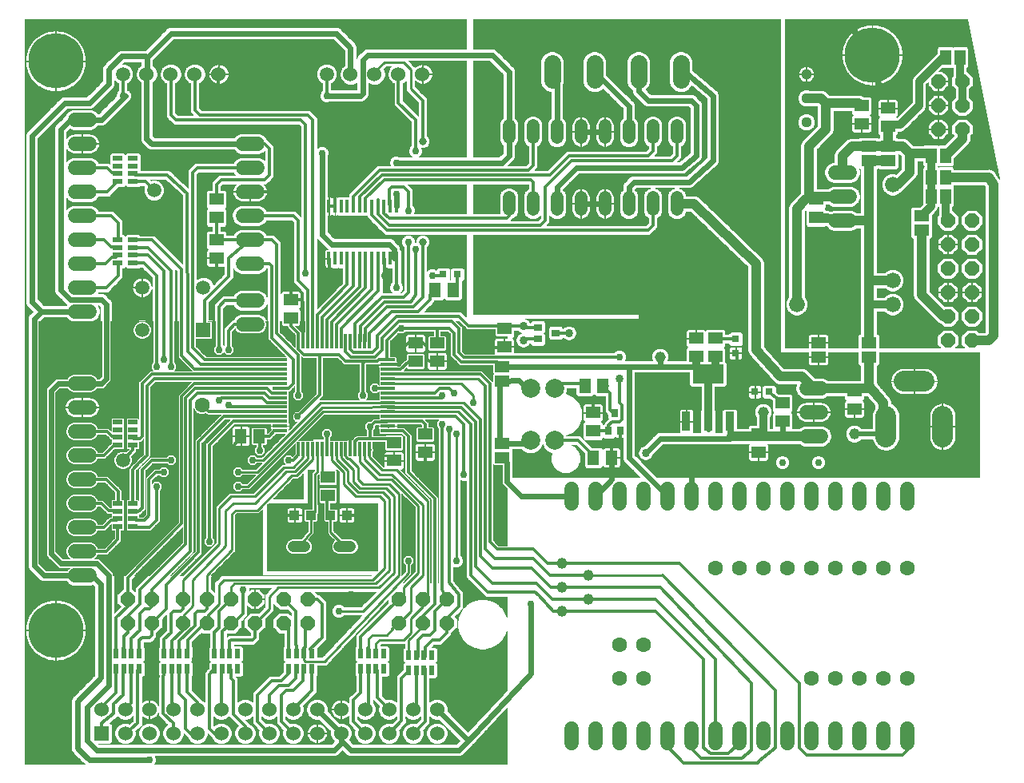
<source format=gtl>
G75*
%MOIN*%
%OFA0B0*%
%FSLAX25Y25*%
%IPPOS*%
%LPD*%
%AMOC8*
5,1,8,0,0,1.08239X$1,22.5*
%
%ADD10R,0.05906X0.05118*%
%ADD11C,0.08600*%
%ADD12C,0.06000*%
%ADD13R,0.06000X0.06000*%
%ADD14C,0.06000*%
%ADD15R,0.05118X0.05906*%
%ADD16R,0.06300X0.04600*%
%ADD17C,0.05200*%
%ADD18C,0.07087*%
%ADD19R,0.12992X0.07874*%
%ADD20R,0.03543X0.07874*%
%ADD21C,0.07874*%
%ADD22R,0.02756X0.03543*%
%ADD23R,0.03543X0.02756*%
%ADD24R,0.01181X0.05906*%
%ADD25R,0.05906X0.01181*%
%ADD26OC8,0.06000*%
%ADD27C,0.06600*%
%ADD28C,0.04400*%
%ADD29R,0.01200X0.05400*%
%ADD30R,0.04600X0.06300*%
%ADD31R,0.02162X0.03937*%
%ADD32C,0.04756*%
%ADD33R,0.04331X0.03937*%
%ADD34R,0.03937X0.02162*%
%ADD35C,0.23000*%
%ADD36R,0.03150X0.03150*%
%ADD37R,0.05900X0.05900*%
%ADD38C,0.05900*%
%ADD39C,0.01200*%
%ADD40C,0.01000*%
%ADD41C,0.02978*%
%ADD42C,0.02400*%
%ADD43C,0.04000*%
%ADD44C,0.05906*%
%ADD45C,0.03200*%
%ADD46C,0.03372*%
%ADD47C,0.00600*%
%ADD48C,0.04553*%
%ADD49C,0.00300*%
%ADD50C,0.06300*%
%ADD51C,0.02000*%
%ADD52C,0.03175*%
D10*
X0260500Y0166260D03*
X0260500Y0173740D03*
X0288000Y0180760D03*
X0288000Y0188240D03*
X0301000Y0191740D03*
X0301000Y0184260D03*
X0297000Y0222260D03*
X0297000Y0229740D03*
X0306000Y0229740D03*
X0306000Y0222260D03*
X0334000Y0228260D03*
X0334000Y0235740D03*
X0371000Y0200740D03*
X0371000Y0193260D03*
X0414000Y0224260D03*
X0422000Y0224260D03*
X0422000Y0231740D03*
X0414000Y0231740D03*
X0450000Y0204740D03*
X0450000Y0197260D03*
X0440000Y0191740D03*
X0440000Y0184260D03*
X0480000Y0202260D03*
X0480000Y0209740D03*
X0464000Y0282260D03*
X0464000Y0289740D03*
X0483000Y0321260D03*
X0483000Y0328740D03*
X0494000Y0327740D03*
X0494000Y0320260D03*
X0245000Y0247740D03*
X0245000Y0240260D03*
X0214000Y0265260D03*
X0214000Y0272740D03*
X0214000Y0282260D03*
X0214000Y0289740D03*
D11*
X0493189Y0199300D02*
X0493189Y0190700D01*
X0516811Y0190700D02*
X0516811Y0199300D01*
X0509300Y0213898D02*
X0500700Y0213898D01*
D12*
X0466000Y0211000D02*
X0460000Y0211000D01*
X0460000Y0201000D02*
X0466000Y0201000D01*
X0466000Y0191000D02*
X0460000Y0191000D01*
X0462000Y0169000D02*
X0462000Y0163000D01*
X0452000Y0163000D02*
X0452000Y0169000D01*
X0442000Y0169000D02*
X0442000Y0163000D01*
X0432000Y0163000D02*
X0432000Y0169000D01*
X0422000Y0169000D02*
X0422000Y0163000D01*
X0412000Y0163000D02*
X0412000Y0169000D01*
X0402000Y0169000D02*
X0402000Y0163000D01*
X0392000Y0163000D02*
X0392000Y0169000D01*
X0382000Y0169000D02*
X0382000Y0163000D01*
X0372000Y0163000D02*
X0372000Y0169000D01*
X0362000Y0169000D02*
X0362000Y0163000D01*
X0472000Y0163000D02*
X0472000Y0169000D01*
X0482000Y0169000D02*
X0482000Y0163000D01*
X0492000Y0163000D02*
X0492000Y0169000D01*
X0502000Y0169000D02*
X0502000Y0163000D01*
X0502000Y0069000D02*
X0502000Y0063000D01*
X0492000Y0063000D02*
X0492000Y0069000D01*
X0482000Y0069000D02*
X0482000Y0063000D01*
X0472000Y0063000D02*
X0472000Y0069000D01*
X0462000Y0069000D02*
X0462000Y0063000D01*
X0452000Y0063000D02*
X0452000Y0069000D01*
X0442000Y0069000D02*
X0442000Y0063000D01*
X0432000Y0063000D02*
X0432000Y0069000D01*
X0422000Y0069000D02*
X0422000Y0063000D01*
X0412000Y0063000D02*
X0412000Y0069000D01*
X0402000Y0069000D02*
X0402000Y0063000D01*
X0392000Y0063000D02*
X0392000Y0069000D01*
X0382000Y0069000D02*
X0382000Y0063000D01*
X0372000Y0063000D02*
X0372000Y0069000D01*
X0362000Y0069000D02*
X0362000Y0063000D01*
X0161000Y0133000D02*
X0155000Y0133000D01*
X0155000Y0143000D02*
X0161000Y0143000D01*
X0161000Y0153000D02*
X0155000Y0153000D01*
X0155000Y0163000D02*
X0161000Y0163000D01*
X0161000Y0173000D02*
X0155000Y0173000D01*
X0155000Y0183000D02*
X0161000Y0183000D01*
X0161000Y0193000D02*
X0155000Y0193000D01*
X0155000Y0203000D02*
X0161000Y0203000D01*
X0161000Y0213000D02*
X0155000Y0213000D01*
X0155000Y0243000D02*
X0161000Y0243000D01*
X0161000Y0253000D02*
X0155000Y0253000D01*
X0155000Y0263000D02*
X0161000Y0263000D01*
X0161000Y0273000D02*
X0155000Y0273000D01*
X0155000Y0283000D02*
X0161000Y0283000D01*
X0161000Y0293000D02*
X0155000Y0293000D01*
X0155000Y0303000D02*
X0161000Y0303000D01*
X0161000Y0313000D02*
X0155000Y0313000D01*
X0155000Y0323000D02*
X0161000Y0323000D01*
X0225000Y0313000D02*
X0231000Y0313000D01*
X0231000Y0303000D02*
X0225000Y0303000D01*
X0225000Y0293000D02*
X0231000Y0293000D01*
X0231000Y0283000D02*
X0225000Y0283000D01*
X0225000Y0273000D02*
X0231000Y0273000D01*
X0231000Y0263000D02*
X0225000Y0263000D01*
X0225000Y0247500D02*
X0231000Y0247500D01*
X0231000Y0237500D02*
X0225000Y0237500D01*
X0472000Y0281000D02*
X0478000Y0281000D01*
X0478000Y0291000D02*
X0472000Y0291000D01*
X0472000Y0301000D02*
X0478000Y0301000D01*
D13*
X0166000Y0067000D03*
D14*
X0166000Y0077000D03*
X0176000Y0077000D03*
X0176000Y0067000D03*
X0186000Y0067000D03*
X0186000Y0077000D03*
X0196000Y0077000D03*
X0196000Y0067000D03*
X0206000Y0067000D03*
X0206000Y0077000D03*
X0216000Y0077000D03*
X0216000Y0067000D03*
X0226000Y0067000D03*
X0226000Y0077000D03*
X0236000Y0077000D03*
X0236000Y0067000D03*
X0246000Y0067000D03*
X0256000Y0067000D03*
X0256000Y0077000D03*
X0246000Y0077000D03*
X0266000Y0077000D03*
X0266000Y0067000D03*
X0276000Y0067000D03*
X0276000Y0077000D03*
X0286000Y0077000D03*
X0286000Y0067000D03*
X0296000Y0067000D03*
X0296000Y0077000D03*
X0306000Y0077000D03*
X0306000Y0067000D03*
X0299984Y0342000D03*
X0289984Y0342000D03*
X0279984Y0342000D03*
X0269984Y0342000D03*
X0214984Y0342000D03*
X0204984Y0342000D03*
X0194984Y0342000D03*
X0184984Y0342000D03*
D15*
X0305260Y0252000D03*
X0312740Y0252000D03*
X0367760Y0212000D03*
X0375240Y0212000D03*
X0378740Y0182000D03*
X0371260Y0182000D03*
X0231740Y0191000D03*
X0224260Y0191000D03*
D16*
X0333000Y0188000D03*
X0333000Y0182000D03*
X0333000Y0214000D03*
X0333000Y0220000D03*
X0465000Y0224000D03*
X0465000Y0230000D03*
X0486000Y0230000D03*
X0486000Y0224000D03*
X0508000Y0277000D03*
X0508000Y0283000D03*
X0494000Y0306000D03*
X0494000Y0312000D03*
X0486000Y0312000D03*
X0486000Y0306000D03*
D17*
X0406000Y0315400D02*
X0406000Y0320600D01*
X0396000Y0320600D02*
X0396000Y0315400D01*
X0386000Y0315400D02*
X0386000Y0320600D01*
X0376000Y0320600D02*
X0376000Y0315400D01*
X0366000Y0315400D02*
X0366000Y0320600D01*
X0356000Y0320600D02*
X0356000Y0315400D01*
X0346000Y0315400D02*
X0346000Y0320600D01*
X0336000Y0320600D02*
X0336000Y0315400D01*
X0336000Y0290600D02*
X0336000Y0285400D01*
X0346000Y0285400D02*
X0346000Y0290600D01*
X0356000Y0290600D02*
X0356000Y0285400D01*
X0366000Y0285400D02*
X0366000Y0290600D01*
X0376000Y0290600D02*
X0376000Y0285400D01*
X0386000Y0285400D02*
X0386000Y0290600D01*
X0396000Y0290600D02*
X0396000Y0285400D01*
X0406000Y0285400D02*
X0406000Y0290600D01*
D18*
X0407740Y0339457D02*
X0407740Y0346543D01*
X0390024Y0346543D02*
X0390024Y0339457D01*
X0371717Y0339457D02*
X0371717Y0346543D01*
X0354000Y0346543D02*
X0354000Y0339457D01*
D19*
X0419000Y0216961D03*
D20*
X0419000Y0197079D03*
X0428055Y0197079D03*
X0409945Y0197079D03*
D21*
X0355000Y0189173D03*
X0345000Y0189173D03*
X0345000Y0210827D03*
X0355000Y0210827D03*
D22*
X0380000Y0200543D03*
X0377638Y0193063D03*
X0382559Y0193063D03*
D23*
X0355543Y0234000D03*
X0348063Y0236362D03*
X0348063Y0231441D03*
D24*
X0277800Y0230500D03*
X0275800Y0230500D03*
X0273800Y0230500D03*
X0271900Y0230500D03*
X0269900Y0230500D03*
X0267900Y0230500D03*
X0266000Y0230500D03*
X0264000Y0230500D03*
X0262000Y0230500D03*
X0260000Y0230500D03*
X0258100Y0230500D03*
X0256100Y0230500D03*
X0254100Y0230500D03*
X0252200Y0230500D03*
X0250200Y0230500D03*
X0248200Y0230500D03*
X0248200Y0185500D03*
X0250200Y0185500D03*
X0252200Y0185500D03*
X0254100Y0185500D03*
X0256100Y0185500D03*
X0258100Y0185500D03*
X0260000Y0185500D03*
X0262000Y0185500D03*
X0264000Y0185500D03*
X0266000Y0185500D03*
X0267900Y0185500D03*
X0269900Y0185500D03*
X0271900Y0185500D03*
X0273800Y0185500D03*
X0275800Y0185500D03*
X0277800Y0185500D03*
D25*
X0285500Y0193200D03*
X0285500Y0195200D03*
X0285500Y0197200D03*
X0285500Y0199100D03*
X0285500Y0201100D03*
X0285500Y0203100D03*
X0285500Y0205000D03*
X0285500Y0207000D03*
X0285500Y0209000D03*
X0285500Y0211000D03*
X0285500Y0212900D03*
X0285500Y0214900D03*
X0285500Y0216900D03*
X0285500Y0218800D03*
X0285500Y0220800D03*
X0285500Y0222800D03*
X0240500Y0222800D03*
X0240500Y0220800D03*
X0240500Y0218800D03*
X0240500Y0216900D03*
X0240500Y0214900D03*
X0240500Y0212900D03*
X0240500Y0211000D03*
X0240500Y0209000D03*
X0240500Y0207000D03*
X0240500Y0205000D03*
X0240500Y0203100D03*
X0240500Y0201100D03*
X0240500Y0199100D03*
X0240500Y0197200D03*
X0240500Y0195200D03*
X0240500Y0193200D03*
D26*
X0242000Y0123000D03*
X0252000Y0123000D03*
X0252000Y0113000D03*
X0242000Y0113000D03*
X0230000Y0113000D03*
X0220000Y0113000D03*
X0210000Y0113000D03*
X0200000Y0113000D03*
X0200000Y0123000D03*
X0210000Y0123000D03*
X0220000Y0123000D03*
X0230000Y0123000D03*
X0187000Y0123000D03*
X0177000Y0123000D03*
X0177000Y0113000D03*
X0187000Y0113000D03*
X0290000Y0113000D03*
X0300000Y0113000D03*
X0310000Y0113000D03*
X0310000Y0123000D03*
X0300000Y0123000D03*
X0290000Y0123000D03*
X0519000Y0231000D03*
X0529000Y0231000D03*
X0529000Y0241000D03*
X0529000Y0251000D03*
X0519000Y0251000D03*
X0519000Y0241000D03*
X0519000Y0261000D03*
X0519000Y0271000D03*
X0529000Y0271000D03*
X0529000Y0261000D03*
X0529000Y0281000D03*
X0519000Y0281000D03*
X0515000Y0319000D03*
X0525000Y0319000D03*
X0525000Y0329000D03*
X0525000Y0339000D03*
X0515000Y0339000D03*
X0515000Y0329000D03*
D27*
X0496000Y0296000D03*
X0496000Y0256000D03*
X0496000Y0246000D03*
X0456000Y0246000D03*
D28*
X0460000Y0322000D03*
X0460000Y0332000D03*
X0460000Y0342000D03*
D29*
X0289075Y0286900D03*
X0286516Y0286900D03*
X0283957Y0286900D03*
X0281398Y0286900D03*
X0278839Y0286900D03*
X0276280Y0286900D03*
X0273720Y0286900D03*
X0271161Y0286900D03*
X0268602Y0286900D03*
X0266043Y0286900D03*
X0263484Y0286900D03*
X0260925Y0286900D03*
X0260925Y0265100D03*
X0263484Y0265100D03*
X0266043Y0265100D03*
X0268602Y0265100D03*
X0271161Y0265100D03*
X0273720Y0265100D03*
X0276280Y0265100D03*
X0278839Y0265100D03*
X0281398Y0265100D03*
X0283957Y0265100D03*
X0286516Y0265100D03*
X0289075Y0265100D03*
D30*
X0512000Y0291000D03*
X0518000Y0291000D03*
X0518000Y0299000D03*
X0512000Y0299000D03*
X0512000Y0308000D03*
X0518000Y0308000D03*
X0518000Y0349000D03*
X0524000Y0349000D03*
D31*
X0303724Y0099650D03*
X0300575Y0099650D03*
X0297425Y0099650D03*
X0294276Y0099650D03*
X0294276Y0093350D03*
X0297425Y0093350D03*
X0300575Y0093350D03*
X0303724Y0093350D03*
X0283724Y0093850D03*
X0280575Y0093850D03*
X0277425Y0093850D03*
X0274276Y0093850D03*
X0274276Y0100150D03*
X0277425Y0100150D03*
X0280575Y0100150D03*
X0283724Y0100150D03*
X0253724Y0100150D03*
X0250575Y0100150D03*
X0247425Y0100150D03*
X0244276Y0100150D03*
X0244276Y0093850D03*
X0247425Y0093850D03*
X0250575Y0093850D03*
X0253724Y0093850D03*
X0222724Y0093850D03*
X0219575Y0093850D03*
X0216425Y0093850D03*
X0213276Y0093850D03*
X0213276Y0100150D03*
X0216425Y0100150D03*
X0219575Y0100150D03*
X0222724Y0100150D03*
X0201724Y0100150D03*
X0198575Y0100150D03*
X0195425Y0100150D03*
X0192276Y0100150D03*
X0192276Y0093850D03*
X0195425Y0093850D03*
X0198575Y0093850D03*
X0201724Y0093850D03*
X0181724Y0093850D03*
X0178575Y0093850D03*
X0175425Y0093850D03*
X0172276Y0093850D03*
X0172276Y0100150D03*
X0175425Y0100150D03*
X0178575Y0100150D03*
X0181724Y0100150D03*
D32*
X0246016Y0145000D02*
X0250772Y0145000D01*
X0265228Y0145000D02*
X0269984Y0145000D01*
D33*
X0268346Y0158000D03*
X0261654Y0158000D03*
X0253346Y0158000D03*
X0246654Y0158000D03*
D34*
X0179150Y0156425D03*
X0179150Y0153276D03*
X0172850Y0153276D03*
X0172850Y0156425D03*
X0172850Y0159575D03*
X0172850Y0162724D03*
X0179150Y0162724D03*
X0179150Y0159575D03*
X0179150Y0187276D03*
X0179150Y0190425D03*
X0179150Y0193575D03*
X0179150Y0196724D03*
X0172850Y0196724D03*
X0172850Y0193575D03*
X0172850Y0190425D03*
X0172850Y0187276D03*
X0172850Y0263276D03*
X0172850Y0266425D03*
X0172850Y0269575D03*
X0172850Y0272724D03*
X0179150Y0272724D03*
X0179150Y0269575D03*
X0179150Y0266425D03*
X0179150Y0263276D03*
X0179150Y0297276D03*
X0179150Y0300425D03*
X0179150Y0303575D03*
X0179150Y0306724D03*
X0172850Y0306724D03*
X0172850Y0303575D03*
X0172850Y0300425D03*
X0172850Y0297276D03*
D35*
X0147000Y0347500D03*
X0147000Y0110000D03*
X0487500Y0350000D03*
D36*
X0430575Y0231480D03*
X0430575Y0225575D03*
X0438575Y0209425D03*
X0444480Y0209425D03*
X0314480Y0258425D03*
X0308575Y0258425D03*
D37*
X0208600Y0235300D03*
D38*
X0208600Y0253000D03*
X0183000Y0253000D03*
X0183000Y0235300D03*
D39*
X0199400Y0224509D02*
X0199400Y0260600D01*
X0187276Y0272724D01*
X0179150Y0272724D01*
X0179150Y0269575D02*
X0185425Y0269575D01*
X0195000Y0260000D01*
X0195000Y0220000D01*
X0192000Y0223000D02*
X0192000Y0260000D01*
X0185575Y0266425D01*
X0179150Y0266425D01*
X0179150Y0263276D02*
X0183724Y0263276D01*
X0189000Y0258000D01*
X0189000Y0220000D01*
X0187000Y0216900D02*
X0183000Y0212900D01*
X0183000Y0191000D01*
X0182000Y0190000D01*
X0179575Y0190000D01*
X0179150Y0190425D01*
X0179150Y0187276D02*
X0179150Y0185150D01*
X0175000Y0181000D01*
X0179000Y0177000D02*
X0181500Y0179500D01*
X0185000Y0183000D01*
X0185000Y0212000D01*
X0188000Y0215000D01*
X0240400Y0215000D01*
X0240500Y0214900D01*
X0240500Y0212900D02*
X0240400Y0212800D01*
X0204709Y0212800D01*
X0199400Y0207491D01*
X0199400Y0154400D01*
X0177000Y0132000D01*
X0177000Y0123000D01*
X0177000Y0120000D01*
X0172276Y0115276D01*
X0172276Y0100150D01*
X0175425Y0100150D02*
X0175000Y0102575D01*
X0175425Y0100150D02*
X0175425Y0107425D01*
X0177000Y0109000D01*
X0177000Y0113000D01*
X0177000Y0116000D01*
X0182000Y0121000D01*
X0182000Y0126800D01*
X0201200Y0146000D01*
X0201200Y0206746D01*
X0205254Y0210800D01*
X0235200Y0210800D01*
X0237000Y0209000D01*
X0240500Y0209000D01*
X0240500Y0211000D02*
X0244000Y0211000D01*
X0246000Y0213000D01*
X0246000Y0223000D01*
X0237000Y0232000D01*
X0237000Y0262000D01*
X0236000Y0263000D01*
X0228000Y0263000D01*
X0219153Y0265153D02*
X0219153Y0257684D01*
X0209000Y0247531D01*
X0209000Y0235700D01*
X0208600Y0235300D01*
X0204000Y0228000D02*
X0204000Y0301000D01*
X0206000Y0303000D01*
X0228000Y0303000D01*
X0234000Y0298000D02*
X0236000Y0300000D01*
X0236000Y0311000D01*
X0234000Y0313000D01*
X0228000Y0313000D01*
X0234000Y0298000D02*
X0216000Y0298000D01*
X0214000Y0296000D01*
X0214000Y0289740D01*
X0214000Y0282260D02*
X0214000Y0272740D01*
X0214260Y0273000D01*
X0228000Y0273000D01*
X0219153Y0265153D01*
X0214000Y0265260D02*
X0214000Y0258000D01*
X0217500Y0247500D02*
X0215000Y0245000D01*
X0215000Y0227000D01*
X0219000Y0227000D02*
X0219000Y0235000D01*
X0221500Y0237500D01*
X0228000Y0237500D01*
X0239000Y0234000D02*
X0246400Y0226600D01*
X0246400Y0226514D01*
X0248000Y0224914D01*
X0248000Y0208000D01*
X0240500Y0207000D02*
X0236000Y0207000D01*
X0234000Y0209000D01*
X0206000Y0209000D01*
X0203000Y0206000D01*
X0203000Y0143000D01*
X0187000Y0127000D01*
X0187000Y0123000D01*
X0187000Y0120000D01*
X0186000Y0119000D01*
X0184000Y0119000D01*
X0182000Y0117000D01*
X0182000Y0110000D01*
X0178575Y0106575D01*
X0178575Y0100150D01*
X0178000Y0101575D01*
X0181724Y0100150D02*
X0181724Y0105724D01*
X0183000Y0107000D01*
X0186000Y0107000D01*
X0187000Y0108000D01*
X0187000Y0113000D01*
X0193000Y0119000D01*
X0193000Y0129000D01*
X0206500Y0142500D01*
X0206500Y0188600D01*
X0217000Y0199100D01*
X0240500Y0199100D01*
X0240500Y0197200D02*
X0221000Y0197200D01*
X0211000Y0187200D01*
X0211000Y0147000D01*
X0189000Y0156000D02*
X0189000Y0170000D01*
X0185800Y0173000D02*
X0185800Y0157800D01*
X0184000Y0156000D01*
X0180575Y0156000D01*
X0179150Y0156425D01*
X0179150Y0153276D02*
X0180425Y0153000D01*
X0186000Y0153000D01*
X0189000Y0156000D01*
X0183000Y0161000D02*
X0183000Y0177000D01*
X0187000Y0181000D01*
X0195000Y0181000D01*
X0192000Y0176000D02*
X0188800Y0176000D01*
X0185800Y0173000D01*
X0179000Y0177000D02*
X0179000Y0162874D01*
X0179150Y0162724D01*
X0179150Y0159575D02*
X0181575Y0159575D01*
X0183000Y0161000D01*
X0174000Y0162874D02*
X0172850Y0162724D01*
X0173000Y0162874D01*
X0173000Y0167000D01*
X0173000Y0168000D01*
X0168000Y0173000D01*
X0158000Y0173000D01*
X0158000Y0163000D02*
X0166000Y0163000D01*
X0169000Y0160000D01*
X0172425Y0160000D01*
X0172850Y0159575D01*
X0172850Y0156425D02*
X0172425Y0156000D01*
X0170000Y0156000D01*
X0167000Y0153000D01*
X0158000Y0153000D01*
X0158000Y0143000D02*
X0168000Y0143000D01*
X0172850Y0147850D01*
X0172850Y0153276D01*
X0174000Y0153126D01*
X0181000Y0179000D02*
X0181500Y0179500D01*
X0172756Y0186837D02*
X0172592Y0187000D01*
X0171000Y0187000D01*
X0167000Y0183000D01*
X0158000Y0183000D01*
X0162000Y0183000D01*
X0170385Y0190997D02*
X0168382Y0193000D01*
X0158000Y0193000D01*
X0170385Y0190997D02*
X0172279Y0190997D01*
X0172850Y0190425D01*
X0172850Y0187276D02*
X0172756Y0186837D01*
X0208000Y0204000D02*
X0210900Y0201100D01*
X0240500Y0201100D01*
X0240500Y0203100D02*
X0219900Y0203100D01*
X0219000Y0204000D01*
X0216000Y0207000D02*
X0215000Y0206000D01*
X0216000Y0207000D02*
X0233000Y0207000D01*
X0235000Y0205000D01*
X0240500Y0205000D01*
X0247919Y0199081D02*
X0257000Y0208161D01*
X0257000Y0225000D01*
X0265000Y0225000D01*
X0267871Y0222129D01*
X0276000Y0222129D01*
X0275000Y0221129D01*
X0275000Y0208000D01*
X0280000Y0211000D02*
X0285500Y0211000D01*
X0285500Y0209000D02*
X0305000Y0209000D01*
X0307000Y0211000D01*
X0311000Y0211000D01*
X0313000Y0209000D01*
X0308000Y0208000D02*
X0308000Y0207000D01*
X0285500Y0207000D01*
X0285500Y0203100D02*
X0285600Y0203000D01*
X0316000Y0203000D01*
X0322000Y0197000D01*
X0322000Y0136659D01*
X0329000Y0129659D01*
X0347643Y0129659D01*
X0354000Y0123000D01*
X0369000Y0123000D01*
X0397000Y0123000D01*
X0422000Y0098000D01*
X0422000Y0066000D01*
X0417000Y0061000D02*
X0417000Y0098000D01*
X0397000Y0118000D01*
X0358000Y0118000D01*
X0354454Y0118000D01*
X0348501Y0124461D01*
X0346962Y0126000D01*
X0327000Y0126000D01*
X0320000Y0133000D01*
X0320000Y0196000D01*
X0317000Y0196000D02*
X0313900Y0199100D01*
X0285500Y0199100D01*
X0285500Y0197200D02*
X0285300Y0197000D01*
X0280000Y0197000D01*
X0278000Y0195000D01*
X0278000Y0190000D01*
X0287000Y0190000D01*
X0288000Y0189000D01*
X0288000Y0188240D01*
X0285500Y0193200D02*
X0291800Y0193200D01*
X0294000Y0191000D01*
X0294000Y0176000D01*
X0305000Y0165000D01*
X0305000Y0121000D01*
X0300000Y0116000D01*
X0300000Y0113000D01*
X0300000Y0108000D02*
X0298000Y0106000D01*
X0298000Y0099000D01*
X0297425Y0099650D01*
X0300575Y0099650D02*
X0301000Y0099000D01*
X0301000Y0103000D01*
X0304000Y0106000D01*
X0307000Y0106000D01*
X0310000Y0109000D01*
X0310000Y0113000D01*
X0310000Y0115000D01*
X0315000Y0120000D01*
X0315000Y0125000D01*
X0311000Y0130000D01*
X0311000Y0176000D01*
X0311030Y0176000D01*
X0311030Y0193970D01*
X0308000Y0196000D02*
X0308000Y0127000D01*
X0310000Y0123000D01*
X0305000Y0118000D01*
X0305000Y0110000D01*
X0303000Y0108000D01*
X0300000Y0108000D01*
X0290000Y0113000D02*
X0287600Y0110600D01*
X0287600Y0110515D01*
X0290000Y0123000D02*
X0274276Y0107276D01*
X0274276Y0100150D01*
X0274000Y0102425D01*
X0277000Y0102575D02*
X0277425Y0100150D01*
X0277425Y0093850D02*
X0277425Y0078575D01*
X0276000Y0077000D01*
X0271000Y0081000D02*
X0271000Y0072000D01*
X0276000Y0067000D01*
X0286000Y0067000D02*
X0291276Y0072276D01*
X0291000Y0072276D01*
X0291000Y0090000D01*
X0294000Y0093000D01*
X0294276Y0093350D01*
X0297425Y0093350D02*
X0297425Y0077575D01*
X0296000Y0077000D01*
X0301000Y0072000D02*
X0301000Y0093000D01*
X0300925Y0093000D01*
X0300575Y0093350D01*
X0301000Y0093000D02*
X0301000Y0094000D01*
X0281146Y0093279D02*
X0281146Y0081854D01*
X0286000Y0077000D01*
X0286000Y0076531D01*
X0274276Y0083724D02*
X0274276Y0093850D01*
X0280575Y0093850D02*
X0281146Y0093279D01*
X0274276Y0083724D02*
X0271000Y0081000D01*
X0253724Y0084724D02*
X0253724Y0093850D01*
X0250575Y0093850D02*
X0250003Y0093279D01*
X0250003Y0091385D01*
X0250000Y0091382D01*
X0250000Y0089000D01*
X0246000Y0085000D01*
X0243000Y0085000D01*
X0241000Y0083000D01*
X0241000Y0072000D01*
X0246000Y0067000D01*
X0246000Y0077000D02*
X0253724Y0084724D01*
X0247000Y0090000D02*
X0247000Y0093425D01*
X0247425Y0093850D01*
X0244276Y0093850D02*
X0244000Y0092000D01*
X0241000Y0089000D01*
X0237000Y0089000D01*
X0231000Y0083000D01*
X0231000Y0072000D01*
X0236000Y0067000D01*
X0236000Y0077000D02*
X0236000Y0083000D01*
X0240000Y0087000D01*
X0244000Y0087000D01*
X0247000Y0090000D01*
X0247425Y0100150D02*
X0247425Y0103425D01*
X0247000Y0104000D01*
X0247000Y0118000D01*
X0242000Y0113000D02*
X0244000Y0111000D01*
X0244000Y0102425D01*
X0244276Y0100150D01*
X0250575Y0100150D02*
X0250575Y0102575D01*
X0251000Y0103000D01*
X0251000Y0110000D01*
X0252000Y0111000D01*
X0252000Y0113000D01*
X0258000Y0107000D02*
X0258000Y0121000D01*
X0256000Y0123000D01*
X0252000Y0123000D01*
X0258000Y0107000D02*
X0253150Y0102150D01*
X0253724Y0100150D01*
X0230000Y0107000D02*
X0229000Y0106000D01*
X0220000Y0106000D01*
X0219575Y0105575D01*
X0219575Y0100150D01*
X0216425Y0100150D02*
X0216425Y0109425D01*
X0220000Y0113000D01*
X0221000Y0113000D01*
X0225000Y0117000D01*
X0225000Y0126811D01*
X0220000Y0123000D02*
X0215000Y0118000D01*
X0215000Y0111000D01*
X0213276Y0109276D01*
X0213276Y0100150D01*
X0216425Y0100150D02*
X0216425Y0103425D01*
X0210000Y0113000D02*
X0209000Y0113000D01*
X0202000Y0106000D01*
X0202000Y0102425D01*
X0201724Y0100150D01*
X0198575Y0100150D02*
X0198575Y0105575D01*
X0205000Y0112000D01*
X0205000Y0117000D01*
X0206000Y0118000D01*
X0209000Y0118000D01*
X0210000Y0119000D01*
X0210000Y0123000D01*
X0200000Y0123000D02*
X0200000Y0119000D01*
X0199000Y0118000D01*
X0196000Y0118000D01*
X0195000Y0117000D01*
X0195000Y0109000D01*
X0192276Y0106276D01*
X0192276Y0100150D01*
X0195425Y0100150D02*
X0195425Y0105425D01*
X0200000Y0110000D01*
X0200000Y0112000D01*
X0200000Y0113000D01*
X0198575Y0093850D02*
X0198575Y0083425D01*
X0201000Y0081000D01*
X0201000Y0069000D01*
X0203000Y0067000D01*
X0206000Y0067000D01*
X0211000Y0069000D02*
X0211000Y0091575D01*
X0213276Y0093850D01*
X0216000Y0093425D02*
X0216425Y0093850D01*
X0216000Y0093425D02*
X0216000Y0077000D01*
X0221000Y0075000D02*
X0221000Y0089000D01*
X0220000Y0090000D01*
X0220000Y0093425D01*
X0219575Y0093850D01*
X0201724Y0093850D02*
X0201724Y0084276D01*
X0206000Y0080000D01*
X0206000Y0077000D01*
X0211000Y0069000D02*
X0213000Y0067000D01*
X0216000Y0067000D01*
X0221000Y0075000D02*
X0226000Y0070000D01*
X0226000Y0067000D01*
X0246000Y0077000D02*
X0246724Y0077724D01*
X0230000Y0107000D02*
X0230000Y0113000D01*
X0195425Y0093850D02*
X0195425Y0078425D01*
X0196000Y0077000D01*
X0191800Y0075260D02*
X0196000Y0071060D01*
X0196000Y0067000D01*
X0191800Y0075260D02*
X0191800Y0088740D01*
X0192276Y0093215D01*
X0192276Y0093850D01*
X0181724Y0093850D02*
X0181200Y0093326D01*
X0181200Y0071200D01*
X0176000Y0067000D01*
X0171200Y0075260D02*
X0171200Y0079200D01*
X0175000Y0083000D01*
X0175000Y0093425D01*
X0175425Y0093850D01*
X0175200Y0094625D01*
X0172276Y0093850D02*
X0172000Y0093575D01*
X0172000Y0084000D01*
X0166000Y0078000D01*
X0166000Y0077000D01*
X0171200Y0075260D02*
X0166000Y0071060D01*
X0166000Y0067000D01*
X0176000Y0077000D02*
X0178575Y0079575D01*
X0178575Y0093850D01*
X0239000Y0158000D02*
X0246654Y0158000D01*
X0253346Y0158000D02*
X0253346Y0158346D01*
X0255100Y0159100D01*
X0260070Y0159584D02*
X0260070Y0165913D01*
X0260500Y0166260D01*
X0260070Y0165913D02*
X0259260Y0165260D01*
X0259000Y0165000D01*
X0260000Y0165000D01*
X0260070Y0159584D02*
X0261654Y0158000D01*
X0268346Y0158000D02*
X0279000Y0158000D01*
X0260500Y0173740D02*
X0258100Y0172840D01*
X0248200Y0183200D02*
X0246000Y0181000D01*
X0244000Y0181000D01*
X0248200Y0183200D02*
X0248200Y0185500D01*
X0240500Y0193200D02*
X0238200Y0193200D01*
X0236000Y0191000D01*
X0232000Y0191000D01*
X0232000Y0185000D01*
X0232000Y0191000D02*
X0231740Y0191000D01*
X0224260Y0191000D02*
X0224260Y0190260D01*
X0221000Y0187000D01*
X0221000Y0185000D01*
X0224000Y0190260D02*
X0224260Y0191000D01*
X0240500Y0216900D02*
X0187000Y0216900D01*
X0199400Y0224509D02*
X0204909Y0219000D01*
X0240300Y0219000D01*
X0240500Y0218800D01*
X0240500Y0220800D02*
X0207654Y0220800D01*
X0202200Y0226254D01*
X0201700Y0292300D01*
X0193500Y0300000D01*
X0180075Y0300000D01*
X0179150Y0300425D01*
X0179150Y0297276D02*
X0184650Y0297150D01*
X0188000Y0293500D01*
X0172850Y0297276D02*
X0168575Y0293000D01*
X0158000Y0293000D01*
X0158000Y0303000D02*
X0168382Y0303000D01*
X0170385Y0300997D01*
X0172279Y0300997D01*
X0172850Y0300425D01*
X0170000Y0283000D02*
X0158000Y0283000D01*
X0158000Y0273000D02*
X0167000Y0273000D01*
X0170000Y0270000D01*
X0172425Y0270000D01*
X0172850Y0269575D01*
X0172850Y0272724D02*
X0173000Y0272874D01*
X0173000Y0280000D01*
X0170000Y0283000D01*
X0172850Y0266425D02*
X0172082Y0265657D01*
X0170385Y0265657D01*
X0167728Y0263000D01*
X0158000Y0263000D01*
X0158000Y0253000D02*
X0168000Y0253000D01*
X0173000Y0258000D01*
X0173000Y0263126D01*
X0172850Y0263276D01*
X0204000Y0228000D02*
X0209200Y0222800D01*
X0240500Y0222800D01*
X0248200Y0227260D02*
X0250460Y0225000D01*
X0257000Y0225000D01*
X0256100Y0230500D02*
X0256000Y0230600D01*
X0256000Y0241500D01*
X0268602Y0254102D01*
X0268602Y0265100D01*
X0271161Y0265100D02*
X0271161Y0253661D01*
X0258000Y0240500D01*
X0258000Y0230600D01*
X0258100Y0230500D01*
X0258000Y0230600D01*
X0260000Y0230500D02*
X0260000Y0239500D01*
X0273720Y0253220D01*
X0273720Y0265100D01*
X0276280Y0265100D02*
X0276280Y0252780D01*
X0262000Y0238500D01*
X0262000Y0230500D01*
X0262200Y0230700D01*
X0264000Y0230500D02*
X0264000Y0237500D01*
X0278839Y0252339D01*
X0278839Y0265100D01*
X0281398Y0265100D02*
X0281500Y0264998D01*
X0281500Y0251500D01*
X0266000Y0236000D01*
X0266000Y0230500D01*
X0267900Y0230500D02*
X0267900Y0226100D01*
X0270000Y0224000D01*
X0280000Y0224000D01*
X0283000Y0227000D01*
X0283000Y0232000D01*
X0290000Y0239000D01*
X0312000Y0239000D01*
X0315000Y0236000D01*
X0315000Y0226000D01*
X0317000Y0224000D01*
X0382000Y0224000D01*
X0382000Y0215000D02*
X0382000Y0205000D01*
X0383000Y0204000D01*
X0383000Y0198000D01*
X0382000Y0197000D01*
X0379000Y0197000D01*
X0377638Y0195638D01*
X0377638Y0193063D01*
X0370197Y0193063D01*
X0371000Y0193260D01*
X0364827Y0189173D02*
X0371260Y0182740D01*
X0371260Y0182000D01*
X0378740Y0182000D02*
X0378740Y0187181D01*
X0379559Y0188000D01*
X0382559Y0189000D01*
X0382559Y0193063D01*
X0380000Y0200543D02*
X0379000Y0201000D01*
X0378000Y0202000D01*
X0378000Y0209000D01*
X0376000Y0211000D01*
X0377000Y0211740D01*
X0375240Y0212000D01*
X0368002Y0212944D02*
X0368002Y0213742D01*
X0367760Y0212000D01*
X0368002Y0212944D02*
X0357119Y0212827D01*
X0355000Y0210827D01*
X0371000Y0206000D02*
X0371260Y0206000D01*
X0371000Y0200740D01*
X0364827Y0189173D02*
X0355000Y0189173D01*
X0378740Y0182000D02*
X0379000Y0181740D01*
X0379559Y0182299D01*
X0379000Y0181740D02*
X0379000Y0173000D01*
X0372000Y0166000D01*
X0346000Y0144000D02*
X0352000Y0138000D01*
X0358000Y0138000D01*
X0407000Y0138000D01*
X0457000Y0088000D01*
X0457000Y0061000D01*
X0460000Y0058000D01*
X0500000Y0058000D01*
X0502000Y0060000D01*
X0502000Y0066000D01*
X0447000Y0061000D02*
X0447000Y0085000D01*
X0400000Y0133000D01*
X0399000Y0128000D02*
X0437000Y0088000D01*
X0437000Y0060000D01*
X0433000Y0056500D01*
X0416000Y0056500D01*
X0412000Y0060500D01*
X0412000Y0066000D01*
X0417000Y0061000D02*
X0420000Y0058500D01*
X0427500Y0058500D01*
X0432000Y0063000D01*
X0432000Y0066000D01*
X0440604Y0055457D02*
X0439747Y0054600D01*
X0408900Y0054600D01*
X0402000Y0061500D01*
X0402000Y0066000D01*
X0402000Y0065000D01*
X0440604Y0055457D02*
X0447000Y0061000D01*
X0399000Y0128000D02*
X0358000Y0128000D01*
X0353546Y0128000D01*
X0345546Y0136000D01*
X0329000Y0136000D01*
X0324000Y0141000D01*
X0324000Y0198000D01*
X0317000Y0196000D02*
X0317000Y0175000D01*
X0301000Y0179000D02*
X0301000Y0184260D01*
X0301000Y0191740D02*
X0301000Y0196000D01*
X0299800Y0197200D01*
X0285500Y0197200D01*
X0285500Y0195200D02*
X0285700Y0195000D01*
X0278000Y0190000D02*
X0273000Y0190000D01*
X0271900Y0188900D01*
X0271900Y0185500D01*
X0269900Y0185500D02*
X0269900Y0191900D01*
X0270000Y0192000D01*
X0260000Y0192000D02*
X0260000Y0185500D01*
X0277800Y0185500D02*
X0278000Y0185300D01*
X0285500Y0216900D02*
X0324100Y0216900D01*
X0328000Y0213000D01*
X0328000Y0147000D01*
X0331000Y0144000D01*
X0346000Y0144000D01*
X0346000Y0140000D02*
X0330000Y0140000D01*
X0326000Y0144000D01*
X0326000Y0212000D01*
X0333000Y0220000D02*
X0331000Y0222000D01*
X0316000Y0222000D01*
X0313000Y0225000D01*
X0313000Y0234000D01*
X0311000Y0236000D01*
X0306000Y0236000D01*
X0306000Y0229740D01*
X0301847Y0228153D02*
X0300260Y0229740D01*
X0297000Y0229740D01*
X0296740Y0230000D01*
X0294000Y0230000D01*
X0292000Y0228000D01*
X0290000Y0230000D01*
X0289000Y0230000D01*
X0292000Y0228000D02*
X0292000Y0223000D01*
X0289800Y0220800D01*
X0285500Y0220800D01*
X0285500Y0222800D02*
X0281671Y0222800D01*
X0281000Y0222129D01*
X0276000Y0222129D01*
X0279000Y0226000D02*
X0271000Y0226000D01*
X0269900Y0227100D01*
X0269900Y0230500D01*
X0271900Y0230500D02*
X0271900Y0237900D01*
X0283000Y0249000D01*
X0292000Y0249000D01*
X0294000Y0251000D01*
X0294000Y0272000D01*
X0297000Y0269000D02*
X0297000Y0250000D01*
X0295000Y0247000D01*
X0284000Y0247000D01*
X0274000Y0237000D01*
X0274000Y0230700D01*
X0273800Y0230500D01*
X0275800Y0230500D02*
X0276000Y0230700D01*
X0276000Y0236000D01*
X0285000Y0245000D01*
X0296000Y0245000D01*
X0300000Y0249000D01*
X0300000Y0272000D01*
X0289075Y0265100D02*
X0289075Y0254075D01*
X0289000Y0253000D01*
X0284189Y0258000D02*
X0284189Y0264868D01*
X0283957Y0265100D01*
X0286516Y0265100D02*
X0288000Y0265100D01*
X0289075Y0265100D01*
X0289000Y0265025D01*
X0285000Y0277000D02*
X0278839Y0283161D01*
X0278839Y0286900D01*
X0281398Y0286900D02*
X0281398Y0283602D01*
X0286000Y0279000D01*
X0349000Y0279000D01*
X0351000Y0281000D01*
X0351000Y0295000D01*
X0362000Y0306000D01*
X0404000Y0306000D01*
X0406000Y0308000D01*
X0406000Y0318000D01*
X0396000Y0318000D02*
X0396000Y0310000D01*
X0394000Y0308000D01*
X0361000Y0308000D01*
X0353000Y0300000D01*
X0283000Y0300000D01*
X0273720Y0290720D01*
X0273720Y0286900D01*
X0271161Y0286900D02*
X0271000Y0287061D01*
X0271000Y0291000D01*
X0282000Y0302000D01*
X0344000Y0302000D01*
X0346000Y0304000D01*
X0346000Y0318000D01*
X0345000Y0298000D02*
X0346000Y0297000D01*
X0346000Y0288000D01*
X0336000Y0288000D02*
X0336000Y0283000D01*
X0335000Y0282000D01*
X0286000Y0282000D01*
X0283957Y0284043D01*
X0283957Y0286900D01*
X0286000Y0287416D02*
X0286516Y0286900D01*
X0286000Y0287416D02*
X0286000Y0294000D01*
X0287000Y0295000D01*
X0292000Y0295000D01*
X0294000Y0293000D01*
X0294000Y0285000D01*
X0285000Y0277000D02*
X0394000Y0277000D01*
X0396000Y0279000D01*
X0396000Y0288000D01*
X0356000Y0288000D02*
X0356000Y0290000D01*
X0345000Y0298000D02*
X0284000Y0298000D01*
X0276280Y0290280D01*
X0276280Y0286900D01*
X0281398Y0286900D02*
X0281398Y0289398D01*
X0263484Y0286900D02*
X0263484Y0293516D01*
X0263000Y0294000D01*
X0263484Y0286900D02*
X0261075Y0286900D01*
X0261000Y0286975D01*
X0260925Y0286900D01*
X0248000Y0281000D02*
X0246000Y0283000D01*
X0228000Y0283000D01*
X0228000Y0273000D02*
X0237000Y0273000D01*
X0239000Y0271000D01*
X0239000Y0234000D01*
X0245000Y0237000D02*
X0248200Y0233800D01*
X0248200Y0230500D01*
X0248200Y0227260D01*
X0250200Y0230500D02*
X0250200Y0246800D01*
X0249000Y0248000D01*
X0245260Y0248000D01*
X0245000Y0247740D01*
X0245000Y0254000D01*
X0248000Y0256000D02*
X0252200Y0251800D01*
X0252200Y0230500D01*
X0254100Y0230500D02*
X0254100Y0322900D01*
X0252000Y0325000D01*
X0207000Y0325000D01*
X0205000Y0327000D01*
X0205000Y0341984D01*
X0204984Y0342000D01*
X0195000Y0341984D02*
X0194984Y0342000D01*
X0195000Y0341984D02*
X0195000Y0325000D01*
X0197000Y0323000D01*
X0249000Y0323000D01*
X0251000Y0321000D01*
X0251000Y0259000D01*
X0248000Y0256000D02*
X0248000Y0281000D01*
X0239000Y0290000D02*
X0239000Y0291000D01*
X0237000Y0293000D01*
X0228000Y0293000D01*
X0260925Y0265100D02*
X0261000Y0265025D01*
X0261000Y0260000D01*
X0245000Y0240260D02*
X0245000Y0237000D01*
X0228000Y0247500D02*
X0217500Y0247500D01*
X0277800Y0233800D02*
X0277800Y0230500D01*
X0277800Y0233800D02*
X0287000Y0243000D01*
X0298000Y0243000D01*
X0303000Y0248000D01*
X0303000Y0249740D01*
X0305260Y0252000D01*
X0304000Y0258000D02*
X0307000Y0258000D01*
X0308575Y0258425D01*
X0314480Y0253740D02*
X0312740Y0252000D01*
X0314480Y0253740D02*
X0314480Y0258425D01*
X0315000Y0241000D02*
X0289000Y0241000D01*
X0281000Y0233000D01*
X0281000Y0228000D01*
X0279000Y0226000D01*
X0285000Y0223300D02*
X0285500Y0222800D01*
X0285000Y0223300D02*
X0285000Y0231000D01*
X0290000Y0236000D01*
X0291000Y0236000D01*
X0306000Y0236000D01*
X0301847Y0228153D02*
X0301847Y0223153D01*
X0302740Y0222260D01*
X0306000Y0222260D01*
X0297000Y0222260D02*
X0296740Y0222000D01*
X0294000Y0222000D01*
X0290800Y0218800D01*
X0285500Y0218800D01*
X0285400Y0217000D02*
X0285500Y0216900D01*
X0315000Y0241000D02*
X0319000Y0237000D01*
X0332795Y0237000D01*
X0333372Y0236422D01*
X0334000Y0235740D01*
X0335260Y0237000D01*
X0342000Y0237000D01*
X0342638Y0236362D01*
X0348063Y0236362D01*
X0348260Y0236559D01*
X0348063Y0231441D02*
X0342441Y0231441D01*
X0342000Y0231000D01*
X0334000Y0228260D02*
X0333740Y0228000D01*
X0326000Y0228000D01*
X0334000Y0234260D02*
X0334000Y0235740D01*
X0355543Y0234000D02*
X0361000Y0234000D01*
X0422000Y0231740D02*
X0422260Y0231480D01*
X0430575Y0231480D01*
X0430575Y0225575D02*
X0431000Y0225150D01*
X0431000Y0221000D01*
X0444315Y0209425D02*
X0444480Y0209425D01*
X0444315Y0209425D02*
X0450000Y0204740D01*
X0369000Y0133000D02*
X0353000Y0133000D01*
X0346000Y0140000D01*
X0300000Y0124000D02*
X0300000Y0123000D01*
X0301000Y0072000D02*
X0296000Y0067000D01*
X0297000Y0310000D02*
X0297000Y0323000D01*
X0289984Y0330016D01*
X0289984Y0342000D01*
X0300000Y0331000D02*
X0300000Y0314000D01*
X0260000Y0333000D02*
X0260000Y0342000D01*
X0214984Y0342000D02*
X0214984Y0328016D01*
X0215000Y0328000D01*
X0185000Y0342000D02*
X0184984Y0342000D01*
X0175000Y0342000D02*
X0175000Y0334000D01*
X0176000Y0333000D01*
D40*
X0279984Y0342000D02*
X0279984Y0342984D01*
X0284000Y0347000D01*
X0292000Y0347000D01*
X0295000Y0344000D01*
X0295000Y0336000D01*
X0300000Y0331000D01*
X0285500Y0214900D02*
X0323100Y0214900D01*
X0326000Y0212000D01*
X0321000Y0208000D02*
X0316100Y0212900D01*
X0285500Y0212900D01*
X0285500Y0205000D02*
X0257500Y0205000D01*
X0233500Y0181000D01*
X0229000Y0181000D01*
X0231000Y0176000D02*
X0223000Y0176000D01*
X0223000Y0170000D02*
X0227263Y0170000D01*
X0258363Y0201100D01*
X0285500Y0201100D01*
X0314900Y0201100D01*
X0320000Y0196000D01*
X0324000Y0198000D02*
X0317000Y0205000D01*
X0285500Y0205000D01*
X0285500Y0203100D02*
X0272549Y0203003D01*
X0258003Y0203003D01*
X0231000Y0176000D01*
X0230000Y0166000D02*
X0242000Y0178000D01*
X0246000Y0178000D01*
X0250200Y0182200D01*
X0250200Y0185500D01*
X0252200Y0185500D02*
X0252200Y0181463D01*
X0246869Y0176131D01*
X0243131Y0176131D01*
X0230000Y0163000D01*
X0221000Y0163000D01*
X0217749Y0159749D01*
X0217749Y0145278D01*
X0204000Y0131000D01*
X0204000Y0124798D01*
X0204100Y0124698D01*
X0204100Y0120100D01*
X0200000Y0116000D01*
X0200000Y0112000D01*
X0210000Y0113000D02*
X0210000Y0116000D01*
X0215000Y0121000D01*
X0215000Y0129000D01*
X0217000Y0131000D01*
X0279000Y0131000D01*
X0284000Y0136000D01*
X0284000Y0164000D01*
X0282000Y0166000D01*
X0272000Y0166000D01*
X0267000Y0171000D01*
X0267000Y0176000D01*
X0262000Y0181000D01*
X0262000Y0185500D01*
X0264000Y0185500D02*
X0264000Y0181263D01*
X0268773Y0176490D01*
X0268773Y0171827D01*
X0273000Y0167600D01*
X0283400Y0167600D01*
X0286000Y0165000D01*
X0286000Y0134737D01*
X0280663Y0129400D01*
X0221400Y0129400D01*
X0220000Y0128000D01*
X0220000Y0123000D01*
X0210000Y0123000D02*
X0210000Y0133000D01*
X0220500Y0143500D01*
X0220500Y0158500D01*
X0222000Y0160000D01*
X0231000Y0160000D01*
X0245531Y0174531D01*
X0247531Y0174531D01*
X0254100Y0181100D01*
X0254100Y0185500D01*
X0256100Y0185500D02*
X0256100Y0176100D01*
X0255000Y0175000D01*
X0255100Y0159100D01*
X0253346Y0158346D02*
X0253346Y0150953D01*
X0248394Y0145000D01*
X0261654Y0150953D02*
X0261654Y0158000D01*
X0261654Y0150953D02*
X0267606Y0145000D01*
X0281937Y0127937D02*
X0288000Y0134000D01*
X0288000Y0166000D01*
X0284800Y0169200D01*
X0273800Y0169200D01*
X0271000Y0172000D01*
X0271000Y0177000D01*
X0266000Y0182000D01*
X0266000Y0185500D01*
X0267900Y0185500D02*
X0267900Y0182401D01*
X0268854Y0181447D01*
X0269553Y0181447D01*
X0273000Y0178000D01*
X0273000Y0173000D01*
X0275000Y0171000D01*
X0286000Y0171000D01*
X0290000Y0167000D01*
X0290000Y0133000D01*
X0275000Y0118000D01*
X0265000Y0118000D01*
X0277425Y0106425D02*
X0279000Y0108000D01*
X0285085Y0108000D01*
X0287600Y0110515D01*
X0290000Y0113000D02*
X0295000Y0118000D01*
X0295000Y0128000D01*
X0300000Y0133000D01*
X0300000Y0162263D01*
X0287263Y0175000D01*
X0282000Y0175000D01*
X0275800Y0181200D01*
X0275800Y0185500D01*
X0273800Y0185500D02*
X0273800Y0180200D01*
X0281000Y0173000D01*
X0287000Y0173000D01*
X0298000Y0162000D01*
X0298000Y0134000D01*
X0292000Y0128000D01*
X0292000Y0125000D01*
X0290000Y0123000D01*
X0281937Y0127800D02*
X0281937Y0127937D01*
X0281937Y0127800D02*
X0239800Y0127800D01*
X0236000Y0124000D01*
X0236000Y0119000D01*
X0230000Y0113000D01*
X0242000Y0123000D02*
X0247000Y0118000D01*
X0250575Y0100150D02*
X0250575Y0097425D01*
X0251000Y0097000D01*
X0259000Y0097000D01*
X0294000Y0134000D01*
X0294000Y0139000D01*
X0301000Y0125000D02*
X0300000Y0124000D01*
X0300000Y0123000D02*
X0302000Y0125000D01*
X0302000Y0164000D01*
X0289000Y0177000D01*
X0283000Y0177000D01*
X0277800Y0182200D01*
X0277800Y0185500D01*
X0282000Y0183000D02*
X0285000Y0183000D01*
X0286000Y0182000D01*
X0286760Y0182000D01*
X0288000Y0180760D01*
X0314000Y0191880D02*
X0314060Y0191940D01*
X0314000Y0191880D02*
X0314000Y0139000D01*
X0300000Y0123000D02*
X0300000Y0120000D01*
X0295000Y0115000D01*
X0295000Y0109000D01*
X0292000Y0106000D01*
X0282000Y0106000D01*
X0280575Y0104575D01*
X0280575Y0100150D01*
X0277425Y0100150D02*
X0277425Y0106425D01*
X0294276Y0105871D02*
X0294276Y0099650D01*
X0294276Y0105871D02*
X0299700Y0111296D01*
X0299700Y0112700D01*
X0300000Y0113000D01*
X0348422Y0124546D02*
X0348501Y0124461D01*
X0369000Y0133000D02*
X0400000Y0133000D01*
X0377638Y0193063D02*
X0374854Y0193063D01*
X0321000Y0205000D02*
X0321000Y0208000D01*
X0316100Y0212900D02*
X0316000Y0213000D01*
X0258100Y0185500D02*
X0258100Y0172840D01*
X0260000Y0165000D02*
X0261500Y0165154D01*
X0230000Y0166000D02*
X0220000Y0166000D01*
X0215000Y0161000D01*
X0215000Y0146000D01*
X0200000Y0131000D01*
X0200000Y0123000D01*
X0240500Y0203100D02*
X0240709Y0203309D01*
D41*
X0247919Y0199081D03*
X0248000Y0208000D03*
X0252000Y0215000D03*
X0270000Y0215000D03*
X0275000Y0208000D03*
X0280000Y0211000D03*
X0278000Y0195000D03*
X0270000Y0192000D03*
X0260000Y0192000D03*
X0244000Y0181000D03*
X0232000Y0185000D03*
X0229000Y0181000D03*
X0223000Y0176000D03*
X0223000Y0170000D03*
X0226000Y0155000D03*
X0239000Y0158000D03*
X0246000Y0169000D03*
X0221000Y0185000D03*
X0207000Y0195000D03*
X0215000Y0206000D03*
X0219000Y0204000D03*
X0200000Y0220000D03*
X0195000Y0220000D03*
X0192000Y0223000D03*
X0189000Y0220000D03*
X0175000Y0220000D03*
X0175000Y0235000D03*
X0175000Y0250000D03*
X0144000Y0253000D03*
X0144000Y0273000D03*
X0144000Y0293000D03*
X0144000Y0313000D03*
X0175000Y0333000D03*
X0165000Y0360000D03*
X0215000Y0328000D03*
X0230000Y0345000D03*
X0245000Y0345000D03*
X0260000Y0333000D03*
X0265000Y0325000D03*
X0280000Y0325000D03*
X0296000Y0329000D03*
X0310000Y0330000D03*
X0310000Y0315000D03*
X0297000Y0310000D03*
X0289000Y0305000D03*
X0280000Y0310000D03*
X0265000Y0310000D03*
X0258000Y0309000D03*
X0263000Y0294000D03*
X0239000Y0290000D03*
X0261000Y0260000D03*
X0251000Y0259000D03*
X0245000Y0254000D03*
X0225000Y0255000D03*
X0214000Y0258000D03*
X0219000Y0242000D03*
X0219000Y0227000D03*
X0215000Y0227000D03*
X0225000Y0227000D03*
X0235000Y0227000D03*
X0243000Y0234000D03*
X0284189Y0258000D03*
X0289000Y0253000D03*
X0304000Y0258000D03*
X0297000Y0269000D03*
X0294000Y0272000D03*
X0294000Y0285000D03*
X0289000Y0292000D03*
X0305000Y0290000D03*
X0315000Y0290000D03*
X0325000Y0290000D03*
X0330000Y0245000D03*
X0350000Y0245000D03*
X0370000Y0245000D03*
X0390000Y0245000D03*
X0410000Y0245000D03*
X0430000Y0245000D03*
X0445000Y0245000D03*
X0460000Y0240000D03*
X0470000Y0240000D03*
X0465000Y0260000D03*
X0465000Y0270000D03*
X0475000Y0270000D03*
X0475000Y0260000D03*
X0500000Y0240000D03*
X0510000Y0240000D03*
X0505000Y0205000D03*
X0505000Y0195000D03*
X0505000Y0185000D03*
X0465000Y0180000D03*
X0450000Y0180000D03*
X0431000Y0221000D03*
X0382000Y0224000D03*
X0376000Y0188000D03*
X0332500Y0160000D03*
X0332500Y0150000D03*
X0314000Y0139000D03*
X0320000Y0125000D03*
X0345000Y0121000D03*
X0320000Y0098000D03*
X0320000Y0083000D03*
X0326000Y0059000D03*
X0285000Y0085500D03*
X0260000Y0088000D03*
X0265000Y0110000D03*
X0265000Y0118000D03*
X0270000Y0125000D03*
X0294000Y0139000D03*
X0295000Y0145000D03*
X0279000Y0158000D03*
X0295000Y0160000D03*
X0302000Y0173000D03*
X0301000Y0179000D03*
X0317000Y0175000D03*
X0314060Y0191940D03*
X0311030Y0193970D03*
X0308000Y0196000D03*
X0308000Y0208000D03*
X0313000Y0209000D03*
X0321000Y0205000D03*
X0289000Y0230000D03*
X0291000Y0236000D03*
X0282000Y0183000D03*
X0226000Y0145000D03*
X0217500Y0135000D03*
X0225000Y0126811D03*
X0211000Y0147000D03*
X0195000Y0145000D03*
X0189500Y0139500D03*
X0182500Y0147500D03*
X0175000Y0140000D03*
X0160000Y0125000D03*
X0137000Y0127000D03*
X0160000Y0093000D03*
X0150000Y0088000D03*
X0140000Y0090000D03*
X0140000Y0080000D03*
X0140000Y0065000D03*
X0186000Y0056000D03*
X0230000Y0088000D03*
X0230000Y0098000D03*
X0205000Y0098000D03*
X0194000Y0156000D03*
X0194000Y0165000D03*
X0189000Y0170000D03*
X0192000Y0176000D03*
X0195000Y0181000D03*
X0175000Y0175000D03*
X0195000Y0275000D03*
X0195000Y0290000D03*
X0180000Y0290000D03*
X0195000Y0305000D03*
X0280000Y0360000D03*
X0295000Y0360000D03*
X0310000Y0360000D03*
X0460000Y0360000D03*
X0470000Y0360000D03*
X0480000Y0360000D03*
X0490000Y0338000D03*
X0500000Y0338000D03*
X0520000Y0360000D03*
X0476000Y0319000D03*
X0528000Y0288000D03*
X0533000Y0315000D03*
D42*
X0421000Y0306000D02*
X0411000Y0297000D01*
X0388000Y0297000D01*
X0386000Y0295000D01*
X0386000Y0288000D01*
X0376000Y0288000D02*
X0366000Y0288000D01*
X0356000Y0288000D02*
X0356000Y0295000D01*
X0364000Y0303000D01*
X0408000Y0303000D01*
X0414000Y0308000D01*
X0414000Y0329000D01*
X0412000Y0331000D01*
X0394000Y0331000D01*
X0390000Y0335000D01*
X0390000Y0346976D01*
X0390024Y0343000D01*
X0386000Y0328717D02*
X0371717Y0343000D01*
X0356000Y0341000D02*
X0354000Y0343000D01*
X0356000Y0341000D02*
X0356000Y0318000D01*
X0366000Y0318000D02*
X0376000Y0318000D01*
X0386000Y0318000D02*
X0386000Y0328717D01*
X0407740Y0343000D02*
X0407740Y0344260D01*
X0421000Y0333000D01*
X0421000Y0306000D01*
X0336000Y0308000D02*
X0333000Y0305000D01*
X0289000Y0305000D01*
X0289075Y0291925D02*
X0289075Y0286900D01*
X0286000Y0271000D02*
X0262000Y0271000D01*
X0258000Y0275000D01*
X0258000Y0309000D01*
X0260000Y0333000D02*
X0274000Y0333000D01*
X0275000Y0334000D01*
X0275000Y0348000D01*
X0277000Y0350000D01*
X0329000Y0350000D01*
X0336000Y0343000D01*
X0336000Y0318000D01*
X0336000Y0308000D01*
X0288000Y0269000D02*
X0286000Y0271000D01*
X0288000Y0269000D02*
X0288000Y0265100D01*
X0333000Y0220000D02*
X0386000Y0220000D01*
X0398000Y0220000D01*
X0414000Y0220000D01*
X0419000Y0215000D01*
X0419000Y0197079D02*
X0419000Y0194000D01*
X0428055Y0195055D02*
X0428000Y0190000D01*
X0399000Y0190000D01*
X0393000Y0184000D01*
X0386000Y0182000D02*
X0386000Y0220000D01*
X0398000Y0220000D02*
X0399000Y0221000D01*
X0399000Y0224000D01*
X0428055Y0197079D02*
X0428055Y0195055D01*
X0428055Y0197079D02*
X0428976Y0191000D01*
X0412000Y0181000D02*
X0409000Y0184000D01*
X0412000Y0181000D02*
X0412000Y0166000D01*
X0402000Y0166000D02*
X0386000Y0182000D01*
X0379559Y0182819D02*
X0378740Y0182000D01*
X0378740Y0172740D01*
X0372000Y0166000D01*
X0362000Y0166000D02*
X0341000Y0166000D01*
X0335000Y0172000D01*
X0335000Y0180000D01*
X0333000Y0182000D01*
X0333000Y0188000D02*
X0332000Y0188000D01*
X0332000Y0214000D01*
X0333000Y0214000D01*
X0340121Y0214121D01*
X0344294Y0210121D01*
X0345000Y0210827D01*
X0345000Y0189173D02*
X0343827Y0188000D01*
X0333000Y0188000D01*
X0376000Y0188000D02*
X0379559Y0188000D01*
X0450000Y0191000D02*
X0450000Y0197260D01*
X0345000Y0121000D02*
X0345000Y0092000D01*
X0319000Y0064000D01*
X0306000Y0077000D01*
X0319000Y0064000D02*
X0315000Y0060000D01*
X0270000Y0060000D01*
X0267000Y0063000D01*
X0266000Y0063000D01*
X0266000Y0067000D01*
X0256000Y0077000D01*
X0266000Y0063000D02*
X0263000Y0060000D01*
X0164000Y0060000D01*
X0160000Y0064000D01*
X0160000Y0078000D01*
X0169000Y0087000D01*
X0169000Y0133000D01*
X0164000Y0138000D01*
X0149000Y0138000D01*
X0145000Y0142000D01*
X0145000Y0210000D01*
X0148000Y0213000D01*
X0158000Y0213000D01*
X0166000Y0213000D01*
X0168000Y0215000D01*
X0168000Y0246000D01*
X0166000Y0248000D01*
X0153000Y0248000D01*
X0149000Y0252000D01*
X0149000Y0319000D01*
X0153000Y0323000D01*
X0158000Y0323000D01*
X0166000Y0323000D01*
X0176000Y0333000D01*
X0175000Y0333000D01*
X0169000Y0338000D02*
X0161000Y0330000D01*
X0150757Y0330000D01*
X0137000Y0316243D01*
X0137000Y0247000D01*
X0141000Y0243000D01*
X0158000Y0243000D01*
X0141000Y0243000D02*
X0138000Y0240000D01*
X0138000Y0137000D01*
X0142000Y0133000D01*
X0158000Y0133000D01*
X0162000Y0133000D01*
X0165879Y0129121D01*
X0165879Y0090121D01*
X0156000Y0080243D01*
X0156000Y0060757D01*
X0159757Y0057000D01*
X0160000Y0057000D01*
X0161000Y0056000D01*
X0186000Y0056000D01*
X0187000Y0313000D02*
X0184984Y0315016D01*
X0184984Y0342000D01*
X0185000Y0342016D01*
X0185000Y0349000D01*
X0184500Y0349500D01*
X0174500Y0349500D01*
X0169000Y0344000D01*
X0169000Y0338000D01*
X0185000Y0349000D02*
X0195000Y0359000D01*
X0264000Y0359000D01*
X0269984Y0353016D01*
X0269984Y0342000D01*
X0228000Y0313000D02*
X0187000Y0313000D01*
D43*
X0406000Y0288000D02*
X0413000Y0288000D01*
X0439000Y0263000D01*
X0439000Y0227000D01*
X0449000Y0216000D01*
X0458000Y0216000D01*
X0463000Y0211000D01*
X0479260Y0211000D01*
X0485000Y0211000D01*
X0486000Y0212000D02*
X0492000Y0205000D01*
X0492000Y0196189D01*
X0493189Y0195000D01*
X0486000Y0212000D02*
X0486000Y0224000D01*
X0486000Y0230000D02*
X0486000Y0246000D01*
X0486000Y0256000D01*
X0496000Y0256000D01*
X0486000Y0256000D02*
X0486000Y0281000D01*
X0475000Y0281000D01*
X0474740Y0281260D01*
X0464000Y0282260D01*
X0459740Y0289740D02*
X0456000Y0286000D01*
X0456000Y0246000D01*
X0486000Y0281000D02*
X0486000Y0306000D01*
X0494000Y0306000D01*
X0494000Y0312000D02*
X0486000Y0312000D01*
X0479000Y0312000D01*
X0475000Y0308000D01*
X0475000Y0301000D01*
X0475000Y0291000D02*
X0461260Y0291000D01*
X0464000Y0289740D01*
X0461000Y0291260D02*
X0461000Y0312000D01*
X0468000Y0319000D01*
X0468000Y0329000D01*
X0469000Y0330000D01*
X0481740Y0330000D01*
X0483000Y0328740D01*
X0494000Y0320260D02*
X0494000Y0312000D01*
X0500000Y0312000D01*
X0503000Y0309000D01*
X0511000Y0309000D01*
X0512000Y0308000D01*
X0518000Y0308000D02*
X0525000Y0315000D01*
X0525000Y0319000D01*
X0503000Y0309000D02*
X0503000Y0301000D01*
X0498000Y0296000D01*
X0496000Y0296000D01*
X0518000Y0299000D02*
X0536000Y0299000D01*
X0538000Y0296000D01*
X0538000Y0233000D01*
X0536000Y0231000D01*
X0529000Y0231000D01*
X0519000Y0241000D02*
X0517000Y0241000D01*
X0508000Y0250000D01*
X0508000Y0277000D01*
X0468000Y0330000D02*
X0466000Y0332000D01*
X0460000Y0332000D01*
X0463000Y0191000D02*
X0450000Y0191000D01*
X0446000Y0191000D01*
X0428976Y0191000D01*
D44*
X0260000Y0342000D03*
X0188000Y0293500D03*
X0175000Y0342000D03*
X0153000Y0228000D03*
X0175000Y0181000D03*
D45*
X0414000Y0220000D02*
X0416039Y0216961D01*
X0419000Y0216961D01*
X0420961Y0216961D01*
X0422000Y0218000D01*
X0422000Y0224260D01*
X0414000Y0224260D02*
X0414000Y0220000D01*
X0419000Y0216961D02*
X0419000Y0215000D01*
X0419000Y0197079D01*
X0440000Y0191740D02*
X0441740Y0191740D01*
X0442000Y0192000D01*
X0442000Y0201000D01*
X0440000Y0191740D02*
X0446000Y0191000D01*
X0479260Y0211000D02*
X0480000Y0209740D01*
X0485000Y0211000D02*
X0486000Y0212000D01*
X0486000Y0246000D02*
X0496000Y0246000D01*
X0508000Y0283000D02*
X0512000Y0287000D01*
X0512000Y0291000D01*
X0512000Y0299000D01*
X0512000Y0308000D01*
X0499000Y0321000D02*
X0494740Y0321000D01*
X0494000Y0320260D01*
X0499000Y0321000D02*
X0507000Y0329000D01*
X0507000Y0339000D01*
X0517000Y0349000D01*
X0518000Y0349000D01*
X0524000Y0349000D02*
X0524000Y0340000D01*
X0525000Y0339000D01*
X0525000Y0329000D01*
X0518000Y0291000D02*
X0518000Y0282000D01*
X0519000Y0281000D01*
X0464000Y0289740D02*
X0459740Y0289740D01*
X0461260Y0291000D02*
X0461000Y0291260D01*
X0468000Y0329000D02*
X0468000Y0330000D01*
D46*
X0439000Y0339000D03*
X0439000Y0319000D03*
X0439000Y0299000D03*
X0439000Y0279000D03*
X0379000Y0229000D03*
X0361000Y0234000D03*
X0359000Y0229000D03*
X0342000Y0231000D03*
X0342000Y0237000D03*
X0326000Y0228000D03*
X0371000Y0206000D03*
X0382000Y0215000D03*
X0397000Y0213000D03*
X0399000Y0204000D03*
X0399000Y0194000D03*
X0399000Y0184000D03*
X0393000Y0184000D03*
X0409000Y0184000D03*
X0419000Y0184000D03*
X0429000Y0184000D03*
X0434000Y0215000D03*
X0451000Y0223000D03*
X0476000Y0221000D03*
X0521000Y0219000D03*
X0439000Y0359000D03*
X0419000Y0359000D03*
X0399000Y0359000D03*
X0379000Y0359000D03*
X0359000Y0359000D03*
X0339000Y0359000D03*
X0327000Y0340000D03*
X0327000Y0323000D03*
X0180000Y0360000D03*
D47*
X0289000Y0292000D02*
X0289075Y0291925D01*
D48*
X0399000Y0224000D03*
X0442000Y0201000D03*
X0480000Y0192000D03*
X0480000Y0182000D03*
X0369000Y0133000D03*
X0369000Y0123000D03*
X0358000Y0118000D03*
X0358000Y0128000D03*
X0358000Y0138000D03*
D49*
X0134150Y0054150D02*
X0134150Y0336000D01*
X0141707Y0336000D01*
X0142733Y0335575D01*
X0143923Y0335214D01*
X0145142Y0334972D01*
X0146379Y0334850D01*
X0146850Y0334850D01*
X0146850Y0336000D01*
X0147150Y0336000D01*
X0147150Y0334850D01*
X0147621Y0334850D01*
X0148858Y0334972D01*
X0150077Y0335214D01*
X0151267Y0335575D01*
X0152293Y0336000D01*
X0163394Y0336000D01*
X0159944Y0332550D01*
X0150250Y0332550D01*
X0149313Y0332162D01*
X0148596Y0331444D01*
X0134838Y0317687D01*
X0134450Y0316750D01*
X0134450Y0246493D01*
X0134838Y0245556D01*
X0137394Y0243000D01*
X0135838Y0241444D01*
X0135450Y0240507D01*
X0135450Y0137507D01*
X0135450Y0136493D01*
X0135838Y0135556D01*
X0140556Y0130838D01*
X0141493Y0130450D01*
X0151398Y0130450D01*
X0152536Y0129312D01*
X0154135Y0128650D01*
X0161865Y0128650D01*
X0162486Y0128907D01*
X0163329Y0128065D01*
X0163329Y0091178D01*
X0154556Y0082404D01*
X0153838Y0081687D01*
X0153450Y0080750D01*
X0153450Y0060250D01*
X0153838Y0059313D01*
X0154556Y0058596D01*
X0158313Y0054838D01*
X0158727Y0054667D01*
X0158838Y0054556D01*
X0159244Y0054150D01*
X0134150Y0054150D01*
X0134150Y0054329D02*
X0159065Y0054329D01*
X0158766Y0054628D02*
X0134150Y0054628D01*
X0134150Y0054926D02*
X0158225Y0054926D01*
X0157927Y0055225D02*
X0134150Y0055225D01*
X0134150Y0055523D02*
X0157628Y0055523D01*
X0157329Y0055822D02*
X0134150Y0055822D01*
X0134150Y0056120D02*
X0157031Y0056120D01*
X0156732Y0056419D02*
X0134150Y0056419D01*
X0134150Y0056717D02*
X0156434Y0056717D01*
X0156135Y0057016D02*
X0134150Y0057016D01*
X0134150Y0057314D02*
X0155837Y0057314D01*
X0155538Y0057613D02*
X0134150Y0057613D01*
X0134150Y0057911D02*
X0155240Y0057911D01*
X0154941Y0058210D02*
X0134150Y0058210D01*
X0134150Y0058508D02*
X0154643Y0058508D01*
X0154556Y0058596D02*
X0154556Y0058596D01*
X0154344Y0058807D02*
X0134150Y0058807D01*
X0134150Y0059105D02*
X0154046Y0059105D01*
X0153801Y0059404D02*
X0134150Y0059404D01*
X0134150Y0059702D02*
X0153677Y0059702D01*
X0153553Y0060001D02*
X0134150Y0060001D01*
X0134150Y0060299D02*
X0153450Y0060299D01*
X0153450Y0060598D02*
X0134150Y0060598D01*
X0134150Y0060896D02*
X0153450Y0060896D01*
X0153450Y0061195D02*
X0134150Y0061195D01*
X0134150Y0061493D02*
X0153450Y0061493D01*
X0153450Y0061792D02*
X0134150Y0061792D01*
X0134150Y0062090D02*
X0153450Y0062090D01*
X0153450Y0062389D02*
X0134150Y0062389D01*
X0134150Y0062687D02*
X0153450Y0062687D01*
X0153450Y0062986D02*
X0134150Y0062986D01*
X0134150Y0063284D02*
X0153450Y0063284D01*
X0153450Y0063583D02*
X0134150Y0063583D01*
X0134150Y0063881D02*
X0153450Y0063881D01*
X0153450Y0064180D02*
X0134150Y0064180D01*
X0134150Y0064478D02*
X0153450Y0064478D01*
X0153450Y0064777D02*
X0134150Y0064777D01*
X0134150Y0065075D02*
X0153450Y0065075D01*
X0153450Y0065374D02*
X0134150Y0065374D01*
X0134150Y0065672D02*
X0153450Y0065672D01*
X0153450Y0065971D02*
X0134150Y0065971D01*
X0134150Y0066270D02*
X0153450Y0066270D01*
X0153450Y0066568D02*
X0134150Y0066568D01*
X0134150Y0066867D02*
X0153450Y0066867D01*
X0153450Y0067165D02*
X0134150Y0067165D01*
X0134150Y0067464D02*
X0153450Y0067464D01*
X0153450Y0067762D02*
X0134150Y0067762D01*
X0134150Y0068061D02*
X0153450Y0068061D01*
X0153450Y0068359D02*
X0134150Y0068359D01*
X0134150Y0068658D02*
X0153450Y0068658D01*
X0153450Y0068956D02*
X0134150Y0068956D01*
X0134150Y0069255D02*
X0153450Y0069255D01*
X0153450Y0069553D02*
X0134150Y0069553D01*
X0134150Y0069852D02*
X0153450Y0069852D01*
X0153450Y0070150D02*
X0134150Y0070150D01*
X0134150Y0070449D02*
X0153450Y0070449D01*
X0153450Y0070747D02*
X0134150Y0070747D01*
X0134150Y0071046D02*
X0153450Y0071046D01*
X0153450Y0071344D02*
X0134150Y0071344D01*
X0134150Y0071643D02*
X0153450Y0071643D01*
X0153450Y0071941D02*
X0134150Y0071941D01*
X0134150Y0072240D02*
X0153450Y0072240D01*
X0153450Y0072538D02*
X0134150Y0072538D01*
X0134150Y0072837D02*
X0153450Y0072837D01*
X0153450Y0073135D02*
X0134150Y0073135D01*
X0134150Y0073434D02*
X0153450Y0073434D01*
X0153450Y0073732D02*
X0134150Y0073732D01*
X0134150Y0074031D02*
X0153450Y0074031D01*
X0153450Y0074329D02*
X0134150Y0074329D01*
X0134150Y0074628D02*
X0153450Y0074628D01*
X0153450Y0074926D02*
X0134150Y0074926D01*
X0134150Y0075225D02*
X0153450Y0075225D01*
X0153450Y0075523D02*
X0134150Y0075523D01*
X0134150Y0075822D02*
X0153450Y0075822D01*
X0153450Y0076120D02*
X0134150Y0076120D01*
X0134150Y0076419D02*
X0153450Y0076419D01*
X0153450Y0076717D02*
X0134150Y0076717D01*
X0134150Y0077016D02*
X0153450Y0077016D01*
X0153450Y0077314D02*
X0134150Y0077314D01*
X0134150Y0077613D02*
X0153450Y0077613D01*
X0153450Y0077911D02*
X0134150Y0077911D01*
X0134150Y0078210D02*
X0153450Y0078210D01*
X0153450Y0078508D02*
X0134150Y0078508D01*
X0134150Y0078807D02*
X0153450Y0078807D01*
X0153450Y0079105D02*
X0134150Y0079105D01*
X0134150Y0079404D02*
X0153450Y0079404D01*
X0153450Y0079703D02*
X0134150Y0079703D01*
X0134150Y0080001D02*
X0153450Y0080001D01*
X0153450Y0080300D02*
X0134150Y0080300D01*
X0134150Y0080598D02*
X0153450Y0080598D01*
X0153511Y0080897D02*
X0134150Y0080897D01*
X0134150Y0081195D02*
X0153634Y0081195D01*
X0153758Y0081494D02*
X0134150Y0081494D01*
X0134150Y0081792D02*
X0153943Y0081792D01*
X0154242Y0082091D02*
X0134150Y0082091D01*
X0134150Y0082389D02*
X0154540Y0082389D01*
X0154556Y0082404D02*
X0154556Y0082404D01*
X0154839Y0082688D02*
X0134150Y0082688D01*
X0134150Y0082986D02*
X0155137Y0082986D01*
X0155436Y0083285D02*
X0134150Y0083285D01*
X0134150Y0083583D02*
X0155734Y0083583D01*
X0156033Y0083882D02*
X0134150Y0083882D01*
X0134150Y0084180D02*
X0156331Y0084180D01*
X0156630Y0084479D02*
X0134150Y0084479D01*
X0134150Y0084777D02*
X0156928Y0084777D01*
X0157227Y0085076D02*
X0134150Y0085076D01*
X0134150Y0085374D02*
X0157525Y0085374D01*
X0157824Y0085673D02*
X0134150Y0085673D01*
X0134150Y0085971D02*
X0158122Y0085971D01*
X0158421Y0086270D02*
X0134150Y0086270D01*
X0134150Y0086568D02*
X0158719Y0086568D01*
X0159018Y0086867D02*
X0134150Y0086867D01*
X0134150Y0087165D02*
X0159316Y0087165D01*
X0159615Y0087464D02*
X0134150Y0087464D01*
X0134150Y0087762D02*
X0159913Y0087762D01*
X0160212Y0088061D02*
X0134150Y0088061D01*
X0134150Y0088359D02*
X0160510Y0088359D01*
X0160809Y0088658D02*
X0134150Y0088658D01*
X0134150Y0088956D02*
X0161108Y0088956D01*
X0161406Y0089255D02*
X0134150Y0089255D01*
X0134150Y0089553D02*
X0161705Y0089553D01*
X0162003Y0089852D02*
X0134150Y0089852D01*
X0134150Y0090150D02*
X0162302Y0090150D01*
X0162600Y0090449D02*
X0134150Y0090449D01*
X0134150Y0090747D02*
X0162899Y0090747D01*
X0163197Y0091046D02*
X0134150Y0091046D01*
X0134150Y0091344D02*
X0163329Y0091344D01*
X0163329Y0091643D02*
X0134150Y0091643D01*
X0134150Y0091941D02*
X0163329Y0091941D01*
X0163329Y0092240D02*
X0134150Y0092240D01*
X0134150Y0092539D02*
X0163329Y0092539D01*
X0163329Y0092837D02*
X0134150Y0092837D01*
X0134150Y0093136D02*
X0163329Y0093136D01*
X0163329Y0093434D02*
X0134150Y0093434D01*
X0134150Y0093733D02*
X0163329Y0093733D01*
X0163329Y0094031D02*
X0134150Y0094031D01*
X0134150Y0094330D02*
X0163329Y0094330D01*
X0163329Y0094628D02*
X0134150Y0094628D01*
X0134150Y0094927D02*
X0163329Y0094927D01*
X0163329Y0095225D02*
X0134150Y0095225D01*
X0134150Y0095524D02*
X0163329Y0095524D01*
X0163329Y0095822D02*
X0134150Y0095822D01*
X0134150Y0096121D02*
X0163329Y0096121D01*
X0163329Y0096419D02*
X0134150Y0096419D01*
X0134150Y0096718D02*
X0163329Y0096718D01*
X0163329Y0097016D02*
X0134150Y0097016D01*
X0134150Y0097315D02*
X0163329Y0097315D01*
X0163329Y0097613D02*
X0149569Y0097613D01*
X0150077Y0097714D02*
X0151267Y0098075D01*
X0152415Y0098551D01*
X0153511Y0099137D01*
X0154545Y0099827D01*
X0155505Y0100616D01*
X0156384Y0101495D01*
X0157173Y0102455D01*
X0157863Y0103489D01*
X0158449Y0104585D01*
X0158925Y0105733D01*
X0159286Y0106923D01*
X0159528Y0108142D01*
X0159650Y0109379D01*
X0159650Y0109850D01*
X0147150Y0109850D01*
X0147150Y0110150D01*
X0159650Y0110150D01*
X0159650Y0110621D01*
X0159528Y0111858D01*
X0159286Y0113077D01*
X0158925Y0114267D01*
X0158449Y0115415D01*
X0157863Y0116511D01*
X0157173Y0117545D01*
X0156384Y0118505D01*
X0155505Y0119384D01*
X0154545Y0120173D01*
X0153511Y0120863D01*
X0152415Y0121449D01*
X0151267Y0121925D01*
X0150077Y0122286D01*
X0148858Y0122528D01*
X0147621Y0122650D01*
X0147150Y0122650D01*
X0147150Y0110150D01*
X0146850Y0110150D01*
X0146850Y0122650D01*
X0146379Y0122650D01*
X0145142Y0122528D01*
X0143923Y0122286D01*
X0142733Y0121925D01*
X0141585Y0121449D01*
X0140489Y0120863D01*
X0139455Y0120173D01*
X0138495Y0119384D01*
X0137616Y0118505D01*
X0136827Y0117545D01*
X0136137Y0116511D01*
X0135551Y0115415D01*
X0135075Y0114267D01*
X0134714Y0113077D01*
X0134472Y0111858D01*
X0134350Y0110621D01*
X0134350Y0110150D01*
X0146850Y0110150D01*
X0146850Y0109850D01*
X0147150Y0109850D01*
X0147150Y0097350D01*
X0147621Y0097350D01*
X0148858Y0097472D01*
X0150077Y0097714D01*
X0150728Y0097912D02*
X0163329Y0097912D01*
X0163329Y0098210D02*
X0151593Y0098210D01*
X0152314Y0098509D02*
X0163329Y0098509D01*
X0163329Y0098807D02*
X0152895Y0098807D01*
X0153453Y0099106D02*
X0163329Y0099106D01*
X0163329Y0099404D02*
X0153912Y0099404D01*
X0154359Y0099703D02*
X0163329Y0099703D01*
X0163329Y0100001D02*
X0154757Y0100001D01*
X0155121Y0100300D02*
X0163329Y0100300D01*
X0163329Y0100598D02*
X0155484Y0100598D01*
X0155787Y0100897D02*
X0163329Y0100897D01*
X0163329Y0101195D02*
X0156085Y0101195D01*
X0156384Y0101494D02*
X0163329Y0101494D01*
X0163329Y0101792D02*
X0156629Y0101792D01*
X0156874Y0102091D02*
X0163329Y0102091D01*
X0163329Y0102389D02*
X0157119Y0102389D01*
X0157328Y0102688D02*
X0163329Y0102688D01*
X0163329Y0102986D02*
X0157528Y0102986D01*
X0157727Y0103285D02*
X0163329Y0103285D01*
X0163329Y0103583D02*
X0157914Y0103583D01*
X0158073Y0103882D02*
X0163329Y0103882D01*
X0163329Y0104180D02*
X0158233Y0104180D01*
X0158393Y0104479D02*
X0163329Y0104479D01*
X0163329Y0104777D02*
X0158529Y0104777D01*
X0158653Y0105076D02*
X0163329Y0105076D01*
X0163329Y0105374D02*
X0158776Y0105374D01*
X0158900Y0105673D02*
X0163329Y0105673D01*
X0163329Y0105972D02*
X0158997Y0105972D01*
X0159088Y0106270D02*
X0163329Y0106270D01*
X0163329Y0106569D02*
X0159178Y0106569D01*
X0159269Y0106867D02*
X0163329Y0106867D01*
X0163329Y0107166D02*
X0159334Y0107166D01*
X0159393Y0107464D02*
X0163329Y0107464D01*
X0163329Y0107763D02*
X0159453Y0107763D01*
X0159512Y0108061D02*
X0163329Y0108061D01*
X0163329Y0108360D02*
X0159550Y0108360D01*
X0159579Y0108658D02*
X0163329Y0108658D01*
X0163329Y0108957D02*
X0159608Y0108957D01*
X0159638Y0109255D02*
X0163329Y0109255D01*
X0163329Y0109554D02*
X0159650Y0109554D01*
X0159650Y0110151D02*
X0163329Y0110151D01*
X0163329Y0110449D02*
X0159650Y0110449D01*
X0159638Y0110748D02*
X0163329Y0110748D01*
X0163329Y0111046D02*
X0159608Y0111046D01*
X0159579Y0111345D02*
X0163329Y0111345D01*
X0163329Y0111643D02*
X0159549Y0111643D01*
X0159512Y0111942D02*
X0163329Y0111942D01*
X0163329Y0112240D02*
X0159452Y0112240D01*
X0159393Y0112539D02*
X0163329Y0112539D01*
X0163329Y0112837D02*
X0159333Y0112837D01*
X0159268Y0113136D02*
X0163329Y0113136D01*
X0163329Y0113434D02*
X0159177Y0113434D01*
X0159087Y0113733D02*
X0163329Y0113733D01*
X0163329Y0114031D02*
X0158996Y0114031D01*
X0158899Y0114330D02*
X0163329Y0114330D01*
X0163329Y0114628D02*
X0158775Y0114628D01*
X0158651Y0114927D02*
X0163329Y0114927D01*
X0163329Y0115225D02*
X0158528Y0115225D01*
X0158391Y0115524D02*
X0163329Y0115524D01*
X0163329Y0115822D02*
X0158232Y0115822D01*
X0158072Y0116121D02*
X0163329Y0116121D01*
X0163329Y0116419D02*
X0157912Y0116419D01*
X0157725Y0116718D02*
X0163329Y0116718D01*
X0163329Y0117016D02*
X0157526Y0117016D01*
X0157326Y0117315D02*
X0163329Y0117315D01*
X0163329Y0117613D02*
X0157116Y0117613D01*
X0156871Y0117912D02*
X0163329Y0117912D01*
X0163329Y0118210D02*
X0156626Y0118210D01*
X0156381Y0118509D02*
X0163329Y0118509D01*
X0163329Y0118808D02*
X0156082Y0118808D01*
X0155784Y0119106D02*
X0163329Y0119106D01*
X0163329Y0119405D02*
X0155481Y0119405D01*
X0155117Y0119703D02*
X0163329Y0119703D01*
X0163329Y0120002D02*
X0154753Y0120002D01*
X0154354Y0120300D02*
X0163329Y0120300D01*
X0163329Y0120599D02*
X0153907Y0120599D01*
X0153448Y0120897D02*
X0163329Y0120897D01*
X0163329Y0121196D02*
X0152890Y0121196D01*
X0152307Y0121494D02*
X0163329Y0121494D01*
X0163329Y0121793D02*
X0151586Y0121793D01*
X0150719Y0122091D02*
X0163329Y0122091D01*
X0163329Y0122390D02*
X0149555Y0122390D01*
X0147150Y0122390D02*
X0146850Y0122390D01*
X0146850Y0122091D02*
X0147150Y0122091D01*
X0147150Y0121793D02*
X0146850Y0121793D01*
X0146850Y0121494D02*
X0147150Y0121494D01*
X0147150Y0121196D02*
X0146850Y0121196D01*
X0146850Y0120897D02*
X0147150Y0120897D01*
X0147150Y0120599D02*
X0146850Y0120599D01*
X0146850Y0120300D02*
X0147150Y0120300D01*
X0147150Y0120002D02*
X0146850Y0120002D01*
X0146850Y0119703D02*
X0147150Y0119703D01*
X0147150Y0119405D02*
X0146850Y0119405D01*
X0146850Y0119106D02*
X0147150Y0119106D01*
X0147150Y0118808D02*
X0146850Y0118808D01*
X0146850Y0118509D02*
X0147150Y0118509D01*
X0147150Y0118210D02*
X0146850Y0118210D01*
X0146850Y0117912D02*
X0147150Y0117912D01*
X0147150Y0117613D02*
X0146850Y0117613D01*
X0146850Y0117315D02*
X0147150Y0117315D01*
X0147150Y0117016D02*
X0146850Y0117016D01*
X0146850Y0116718D02*
X0147150Y0116718D01*
X0147150Y0116419D02*
X0146850Y0116419D01*
X0146850Y0116121D02*
X0147150Y0116121D01*
X0147150Y0115822D02*
X0146850Y0115822D01*
X0146850Y0115524D02*
X0147150Y0115524D01*
X0147150Y0115225D02*
X0146850Y0115225D01*
X0146850Y0114927D02*
X0147150Y0114927D01*
X0147150Y0114628D02*
X0146850Y0114628D01*
X0146850Y0114330D02*
X0147150Y0114330D01*
X0147150Y0114031D02*
X0146850Y0114031D01*
X0146850Y0113733D02*
X0147150Y0113733D01*
X0147150Y0113434D02*
X0146850Y0113434D01*
X0146850Y0113136D02*
X0147150Y0113136D01*
X0147150Y0112837D02*
X0146850Y0112837D01*
X0146850Y0112539D02*
X0147150Y0112539D01*
X0147150Y0112240D02*
X0146850Y0112240D01*
X0146850Y0111942D02*
X0147150Y0111942D01*
X0147150Y0111643D02*
X0146850Y0111643D01*
X0146850Y0111345D02*
X0147150Y0111345D01*
X0147150Y0111046D02*
X0146850Y0111046D01*
X0146850Y0110748D02*
X0147150Y0110748D01*
X0147150Y0110449D02*
X0146850Y0110449D01*
X0146850Y0110151D02*
X0147150Y0110151D01*
X0147150Y0109852D02*
X0163329Y0109852D01*
X0171550Y0117308D02*
X0171550Y0133507D01*
X0171162Y0134444D01*
X0166162Y0139444D01*
X0166162Y0139444D01*
X0165444Y0140162D01*
X0164645Y0140493D01*
X0164688Y0140536D01*
X0164901Y0141050D01*
X0168808Y0141050D01*
X0174800Y0147043D01*
X0174800Y0148658D01*
X0174800Y0150844D01*
X0175378Y0150844D01*
X0176000Y0151466D01*
X0176622Y0150844D01*
X0181677Y0150844D01*
X0181883Y0151050D01*
X0186808Y0151050D01*
X0187950Y0152192D01*
X0189808Y0154050D01*
X0190950Y0155192D01*
X0190950Y0167935D01*
X0191407Y0168392D01*
X0191839Y0169435D01*
X0191839Y0170565D01*
X0191407Y0171608D01*
X0190608Y0172407D01*
X0189565Y0172839D01*
X0188435Y0172839D01*
X0188369Y0172812D01*
X0189608Y0174050D01*
X0189935Y0174050D01*
X0190392Y0173593D01*
X0191435Y0173161D01*
X0192565Y0173161D01*
X0193608Y0173593D01*
X0194407Y0174392D01*
X0194839Y0175435D01*
X0194839Y0176565D01*
X0194407Y0177608D01*
X0193608Y0178407D01*
X0192565Y0178839D01*
X0191435Y0178839D01*
X0190392Y0178407D01*
X0189935Y0177950D01*
X0187992Y0177950D01*
X0186850Y0176808D01*
X0186850Y0176808D01*
X0184992Y0174950D01*
X0184950Y0174908D01*
X0184950Y0176192D01*
X0187808Y0179050D01*
X0192935Y0179050D01*
X0193392Y0178593D01*
X0194435Y0178161D01*
X0195565Y0178161D01*
X0196608Y0178593D01*
X0197407Y0179392D01*
X0197450Y0179496D01*
X0197450Y0155208D01*
X0175050Y0132808D01*
X0175050Y0127202D01*
X0172650Y0124802D01*
X0172650Y0121198D01*
X0174045Y0119803D01*
X0171550Y0117308D01*
X0171550Y0117315D02*
X0171557Y0117315D01*
X0171550Y0117613D02*
X0171856Y0117613D01*
X0172154Y0117912D02*
X0171550Y0117912D01*
X0171550Y0118210D02*
X0172453Y0118210D01*
X0172751Y0118509D02*
X0171550Y0118509D01*
X0171550Y0118808D02*
X0173050Y0118808D01*
X0173348Y0119106D02*
X0171550Y0119106D01*
X0171550Y0119405D02*
X0173647Y0119405D01*
X0173945Y0119703D02*
X0171550Y0119703D01*
X0171550Y0120002D02*
X0173847Y0120002D01*
X0173548Y0120300D02*
X0171550Y0120300D01*
X0171550Y0120599D02*
X0173250Y0120599D01*
X0172951Y0120897D02*
X0171550Y0120897D01*
X0171550Y0121196D02*
X0172653Y0121196D01*
X0172650Y0121494D02*
X0171550Y0121494D01*
X0171550Y0121793D02*
X0172650Y0121793D01*
X0172650Y0122091D02*
X0171550Y0122091D01*
X0171550Y0122390D02*
X0172650Y0122390D01*
X0172650Y0122688D02*
X0171550Y0122688D01*
X0171550Y0122987D02*
X0172650Y0122987D01*
X0172650Y0123285D02*
X0171550Y0123285D01*
X0171550Y0123584D02*
X0172650Y0123584D01*
X0172650Y0123882D02*
X0171550Y0123882D01*
X0171550Y0124181D02*
X0172650Y0124181D01*
X0172650Y0124479D02*
X0171550Y0124479D01*
X0171550Y0124778D02*
X0172650Y0124778D01*
X0172924Y0125076D02*
X0171550Y0125076D01*
X0171550Y0125375D02*
X0173223Y0125375D01*
X0173521Y0125673D02*
X0171550Y0125673D01*
X0171550Y0125972D02*
X0173820Y0125972D01*
X0174118Y0126270D02*
X0171550Y0126270D01*
X0171550Y0126569D02*
X0174417Y0126569D01*
X0174715Y0126867D02*
X0171550Y0126867D01*
X0171550Y0127166D02*
X0175014Y0127166D01*
X0175050Y0127464D02*
X0171550Y0127464D01*
X0171550Y0127763D02*
X0175050Y0127763D01*
X0175050Y0128061D02*
X0171550Y0128061D01*
X0171550Y0128360D02*
X0175050Y0128360D01*
X0175050Y0128658D02*
X0171550Y0128658D01*
X0171550Y0128957D02*
X0175050Y0128957D01*
X0175050Y0129255D02*
X0171550Y0129255D01*
X0171550Y0129554D02*
X0175050Y0129554D01*
X0175050Y0129852D02*
X0171550Y0129852D01*
X0171550Y0130151D02*
X0175050Y0130151D01*
X0175050Y0130449D02*
X0171550Y0130449D01*
X0171550Y0130748D02*
X0175050Y0130748D01*
X0175050Y0131046D02*
X0171550Y0131046D01*
X0171550Y0131345D02*
X0175050Y0131345D01*
X0175050Y0131643D02*
X0171550Y0131643D01*
X0171550Y0131942D02*
X0175050Y0131942D01*
X0175050Y0132241D02*
X0171550Y0132241D01*
X0171550Y0132539D02*
X0175050Y0132539D01*
X0175080Y0132838D02*
X0171550Y0132838D01*
X0171550Y0133136D02*
X0175378Y0133136D01*
X0175677Y0133435D02*
X0171550Y0133435D01*
X0171456Y0133733D02*
X0175975Y0133733D01*
X0176274Y0134032D02*
X0171333Y0134032D01*
X0171209Y0134330D02*
X0176572Y0134330D01*
X0176871Y0134629D02*
X0170978Y0134629D01*
X0170679Y0134927D02*
X0177169Y0134927D01*
X0177468Y0135226D02*
X0170381Y0135226D01*
X0170082Y0135524D02*
X0177766Y0135524D01*
X0178065Y0135823D02*
X0169784Y0135823D01*
X0169485Y0136121D02*
X0178363Y0136121D01*
X0178662Y0136420D02*
X0169187Y0136420D01*
X0168888Y0136718D02*
X0178960Y0136718D01*
X0179259Y0137017D02*
X0168590Y0137017D01*
X0168291Y0137315D02*
X0179557Y0137315D01*
X0179856Y0137614D02*
X0167993Y0137614D01*
X0167694Y0137912D02*
X0180155Y0137912D01*
X0180453Y0138211D02*
X0167395Y0138211D01*
X0167097Y0138509D02*
X0180752Y0138509D01*
X0181050Y0138808D02*
X0166798Y0138808D01*
X0166500Y0139106D02*
X0181349Y0139106D01*
X0181647Y0139405D02*
X0166201Y0139405D01*
X0165903Y0139703D02*
X0181946Y0139703D01*
X0182244Y0140002D02*
X0165604Y0140002D01*
X0165110Y0140300D02*
X0182543Y0140300D01*
X0182841Y0140599D02*
X0164714Y0140599D01*
X0164837Y0140897D02*
X0183140Y0140897D01*
X0183438Y0141196D02*
X0168954Y0141196D01*
X0169252Y0141494D02*
X0183737Y0141494D01*
X0184035Y0141793D02*
X0169551Y0141793D01*
X0169849Y0142091D02*
X0184334Y0142091D01*
X0184632Y0142390D02*
X0170148Y0142390D01*
X0170446Y0142688D02*
X0184931Y0142688D01*
X0185229Y0142987D02*
X0170745Y0142987D01*
X0171043Y0143285D02*
X0185528Y0143285D01*
X0185826Y0143584D02*
X0171342Y0143584D01*
X0171640Y0143882D02*
X0186125Y0143882D01*
X0186423Y0144181D02*
X0171939Y0144181D01*
X0172237Y0144479D02*
X0186722Y0144479D01*
X0187020Y0144778D02*
X0172536Y0144778D01*
X0172834Y0145077D02*
X0187319Y0145077D01*
X0187617Y0145375D02*
X0173133Y0145375D01*
X0173431Y0145674D02*
X0187916Y0145674D01*
X0188214Y0145972D02*
X0173730Y0145972D01*
X0174028Y0146271D02*
X0188513Y0146271D01*
X0188811Y0146569D02*
X0174327Y0146569D01*
X0174625Y0146868D02*
X0189110Y0146868D01*
X0189408Y0147166D02*
X0174800Y0147166D01*
X0174800Y0147465D02*
X0189707Y0147465D01*
X0190005Y0147763D02*
X0174800Y0147763D01*
X0174800Y0148062D02*
X0190304Y0148062D01*
X0190602Y0148360D02*
X0174800Y0148360D01*
X0174800Y0148659D02*
X0190901Y0148659D01*
X0191199Y0148957D02*
X0174800Y0148957D01*
X0174800Y0149256D02*
X0191498Y0149256D01*
X0191796Y0149554D02*
X0174800Y0149554D01*
X0174800Y0149853D02*
X0192095Y0149853D01*
X0192393Y0150151D02*
X0174800Y0150151D01*
X0174800Y0150450D02*
X0192692Y0150450D01*
X0192991Y0150748D02*
X0174800Y0150748D01*
X0174200Y0150748D02*
X0193839Y0150748D01*
X0193541Y0150450D02*
X0174200Y0150450D01*
X0174200Y0150151D02*
X0193242Y0150151D01*
X0192944Y0149853D02*
X0174200Y0149853D01*
X0174200Y0149554D02*
X0192645Y0149554D01*
X0192346Y0149256D02*
X0174200Y0149256D01*
X0174200Y0148957D02*
X0192048Y0148957D01*
X0191749Y0148659D02*
X0174200Y0148659D01*
X0174200Y0148360D02*
X0191451Y0148360D01*
X0191152Y0148062D02*
X0174200Y0148062D01*
X0174200Y0147763D02*
X0190854Y0147763D01*
X0190555Y0147465D02*
X0174200Y0147465D01*
X0174200Y0147291D02*
X0174200Y0151444D01*
X0175130Y0151444D01*
X0175569Y0151884D01*
X0175569Y0154667D01*
X0175386Y0154850D01*
X0175569Y0155033D01*
X0175569Y0157817D01*
X0175386Y0158000D01*
X0175569Y0158183D01*
X0175569Y0160967D01*
X0175386Y0161150D01*
X0175569Y0161333D01*
X0175569Y0164116D01*
X0175130Y0164555D01*
X0174350Y0164555D01*
X0174350Y0168559D01*
X0168559Y0174350D01*
X0164500Y0174350D01*
X0164179Y0175124D01*
X0163124Y0176179D01*
X0161746Y0176750D01*
X0154254Y0176750D01*
X0152876Y0176179D01*
X0151821Y0175124D01*
X0151250Y0173746D01*
X0151250Y0172254D01*
X0151821Y0170876D01*
X0152876Y0169821D01*
X0154254Y0169250D01*
X0161746Y0169250D01*
X0163124Y0169821D01*
X0164179Y0170876D01*
X0164500Y0171650D01*
X0167441Y0171650D01*
X0171650Y0167441D01*
X0171650Y0164555D01*
X0170571Y0164555D01*
X0170132Y0164116D01*
X0170132Y0161350D01*
X0169559Y0161350D01*
X0166559Y0164350D01*
X0164500Y0164350D01*
X0164179Y0165124D01*
X0163124Y0166179D01*
X0161746Y0166750D01*
X0154254Y0166750D01*
X0152876Y0166179D01*
X0151821Y0165124D01*
X0151250Y0163746D01*
X0151250Y0162254D01*
X0151821Y0160876D01*
X0152876Y0159821D01*
X0154254Y0159250D01*
X0161746Y0159250D01*
X0163124Y0159821D01*
X0164179Y0160876D01*
X0164500Y0161650D01*
X0165441Y0161650D01*
X0167650Y0159441D01*
X0168441Y0158650D01*
X0170132Y0158650D01*
X0170132Y0158183D01*
X0170315Y0158000D01*
X0170132Y0157817D01*
X0170132Y0157350D01*
X0169441Y0157350D01*
X0168650Y0156559D01*
X0166441Y0154350D01*
X0164500Y0154350D01*
X0164179Y0155124D01*
X0163124Y0156179D01*
X0161746Y0156750D01*
X0154254Y0156750D01*
X0152876Y0156179D01*
X0151821Y0155124D01*
X0151250Y0153746D01*
X0151250Y0152254D01*
X0151821Y0150876D01*
X0152876Y0149821D01*
X0154254Y0149250D01*
X0161746Y0149250D01*
X0163124Y0149821D01*
X0164179Y0150876D01*
X0164500Y0151650D01*
X0167559Y0151650D01*
X0170132Y0154223D01*
X0170132Y0151884D01*
X0170571Y0151444D01*
X0171500Y0151444D01*
X0171500Y0148410D01*
X0167441Y0144350D01*
X0164500Y0144350D01*
X0164179Y0145124D01*
X0163124Y0146179D01*
X0161746Y0146750D01*
X0154254Y0146750D01*
X0152876Y0146179D01*
X0151821Y0145124D01*
X0151250Y0143746D01*
X0151250Y0142254D01*
X0151821Y0140876D01*
X0152747Y0139950D01*
X0149808Y0139950D01*
X0146950Y0142808D01*
X0146950Y0209192D01*
X0148808Y0211050D01*
X0151749Y0211050D01*
X0151821Y0210876D01*
X0152876Y0209821D01*
X0154254Y0209250D01*
X0161746Y0209250D01*
X0163124Y0209821D01*
X0164179Y0210876D01*
X0164251Y0211050D01*
X0166808Y0211050D01*
X0168808Y0213050D01*
X0169950Y0214192D01*
X0169950Y0239000D01*
X0187650Y0239000D01*
X0187650Y0221816D01*
X0186761Y0220927D01*
X0186761Y0219073D01*
X0187584Y0218250D01*
X0186441Y0218250D01*
X0182441Y0214250D01*
X0181650Y0213459D01*
X0181650Y0198334D01*
X0181429Y0198555D01*
X0176870Y0198555D01*
X0176431Y0198116D01*
X0176431Y0195333D01*
X0176614Y0195150D01*
X0176431Y0194967D01*
X0176431Y0192183D01*
X0176614Y0192000D01*
X0176431Y0191817D01*
X0176431Y0189033D01*
X0176614Y0188850D01*
X0176431Y0188667D01*
X0176431Y0185884D01*
X0176870Y0185444D01*
X0177535Y0185444D01*
X0176484Y0184393D01*
X0175737Y0184703D01*
X0174263Y0184703D01*
X0172903Y0184139D01*
X0171861Y0183097D01*
X0171297Y0181737D01*
X0171297Y0180263D01*
X0171861Y0178903D01*
X0172903Y0177861D01*
X0174263Y0177297D01*
X0175737Y0177297D01*
X0177097Y0177861D01*
X0178139Y0178903D01*
X0178703Y0180263D01*
X0178703Y0181737D01*
X0178393Y0182484D01*
X0179709Y0183800D01*
X0180500Y0184590D01*
X0180500Y0185444D01*
X0181429Y0185444D01*
X0181868Y0185884D01*
X0181868Y0188650D01*
X0182559Y0188650D01*
X0183350Y0189441D01*
X0183650Y0189741D01*
X0183650Y0183559D01*
X0180941Y0180850D01*
X0177650Y0177559D01*
X0177650Y0164555D01*
X0176870Y0164555D01*
X0176431Y0164116D01*
X0176431Y0161333D01*
X0176614Y0161150D01*
X0176431Y0160967D01*
X0176431Y0158183D01*
X0176614Y0158000D01*
X0176431Y0157817D01*
X0176431Y0155033D01*
X0176614Y0154850D01*
X0176431Y0154667D01*
X0176431Y0151884D01*
X0176870Y0151444D01*
X0181429Y0151444D01*
X0181634Y0151650D01*
X0186559Y0151650D01*
X0187350Y0152441D01*
X0189559Y0154650D01*
X0190350Y0155441D01*
X0190350Y0168184D01*
X0191239Y0169073D01*
X0191239Y0170927D01*
X0189927Y0172239D01*
X0188073Y0172239D01*
X0187150Y0171316D01*
X0187150Y0172441D01*
X0189359Y0174650D01*
X0190184Y0174650D01*
X0191073Y0173761D01*
X0192927Y0173761D01*
X0194239Y0175073D01*
X0194239Y0176927D01*
X0192927Y0178239D01*
X0191073Y0178239D01*
X0190184Y0177350D01*
X0188241Y0177350D01*
X0187450Y0176559D01*
X0185241Y0174350D01*
X0185241Y0174350D01*
X0184450Y0173559D01*
X0184450Y0158359D01*
X0183441Y0157350D01*
X0181868Y0157350D01*
X0181868Y0157817D01*
X0181685Y0158000D01*
X0181868Y0158183D01*
X0181868Y0158225D01*
X0182134Y0158225D01*
X0184350Y0160441D01*
X0184350Y0176441D01*
X0187559Y0179650D01*
X0193184Y0179650D01*
X0194073Y0178761D01*
X0195927Y0178761D01*
X0197239Y0180073D01*
X0197239Y0181927D01*
X0195927Y0183239D01*
X0194073Y0183239D01*
X0193184Y0182350D01*
X0186441Y0182350D01*
X0181650Y0177559D01*
X0181650Y0164334D01*
X0181429Y0164555D01*
X0180350Y0164555D01*
X0180350Y0176441D01*
X0182850Y0178941D01*
X0186350Y0182441D01*
X0186350Y0211441D01*
X0188559Y0213650D01*
X0203650Y0213650D01*
X0198050Y0208050D01*
X0198050Y0154959D01*
X0176091Y0133000D01*
X0170950Y0133000D01*
X0170950Y0133808D01*
X0165950Y0138808D01*
X0181899Y0138808D01*
X0182197Y0139106D02*
X0165651Y0139106D01*
X0165353Y0139405D02*
X0182496Y0139405D01*
X0182794Y0139703D02*
X0165054Y0139703D01*
X0164808Y0139950D02*
X0163253Y0139950D01*
X0164179Y0140876D01*
X0164500Y0141650D01*
X0168559Y0141650D01*
X0174200Y0147291D01*
X0174075Y0147166D02*
X0190257Y0147166D01*
X0189958Y0146868D02*
X0173777Y0146868D01*
X0173478Y0146569D02*
X0189660Y0146569D01*
X0189361Y0146271D02*
X0173180Y0146271D01*
X0172881Y0145972D02*
X0189063Y0145972D01*
X0188764Y0145674D02*
X0172583Y0145674D01*
X0172284Y0145375D02*
X0188466Y0145375D01*
X0188167Y0145077D02*
X0171986Y0145077D01*
X0171687Y0144778D02*
X0187869Y0144778D01*
X0187570Y0144479D02*
X0171389Y0144479D01*
X0171090Y0144181D02*
X0187272Y0144181D01*
X0186973Y0143882D02*
X0170792Y0143882D01*
X0170493Y0143584D02*
X0186675Y0143584D01*
X0186376Y0143285D02*
X0170195Y0143285D01*
X0169896Y0142987D02*
X0186078Y0142987D01*
X0185779Y0142688D02*
X0169598Y0142688D01*
X0169299Y0142390D02*
X0185481Y0142390D01*
X0185182Y0142091D02*
X0169001Y0142091D01*
X0168702Y0141793D02*
X0184884Y0141793D01*
X0184585Y0141494D02*
X0164435Y0141494D01*
X0164312Y0141196D02*
X0184287Y0141196D01*
X0183988Y0140897D02*
X0164188Y0140897D01*
X0163902Y0140599D02*
X0183690Y0140599D01*
X0183391Y0140300D02*
X0163604Y0140300D01*
X0163305Y0140002D02*
X0183093Y0140002D01*
X0181600Y0138509D02*
X0166248Y0138509D01*
X0165950Y0138808D02*
X0165950Y0138808D01*
X0164808Y0139950D01*
X0166547Y0138211D02*
X0181302Y0138211D01*
X0181003Y0137912D02*
X0166845Y0137912D01*
X0167144Y0137614D02*
X0180705Y0137614D01*
X0180406Y0137315D02*
X0167442Y0137315D01*
X0167741Y0137017D02*
X0180108Y0137017D01*
X0179809Y0136718D02*
X0168040Y0136718D01*
X0168338Y0136420D02*
X0179510Y0136420D01*
X0179212Y0136121D02*
X0168637Y0136121D01*
X0168935Y0135823D02*
X0178913Y0135823D01*
X0178615Y0135524D02*
X0169234Y0135524D01*
X0169532Y0135226D02*
X0178316Y0135226D01*
X0178018Y0134927D02*
X0169831Y0134927D01*
X0170129Y0134629D02*
X0177719Y0134629D01*
X0177421Y0134330D02*
X0170428Y0134330D01*
X0170726Y0134032D02*
X0177122Y0134032D01*
X0176824Y0133733D02*
X0170950Y0133733D01*
X0170950Y0133435D02*
X0176525Y0133435D01*
X0176227Y0133136D02*
X0170950Y0133136D01*
X0163329Y0128061D02*
X0134150Y0128061D01*
X0134150Y0127763D02*
X0163329Y0127763D01*
X0163329Y0127464D02*
X0134150Y0127464D01*
X0134150Y0127166D02*
X0163329Y0127166D01*
X0163329Y0126867D02*
X0134150Y0126867D01*
X0134150Y0126569D02*
X0163329Y0126569D01*
X0163329Y0126270D02*
X0134150Y0126270D01*
X0134150Y0125972D02*
X0163329Y0125972D01*
X0163329Y0125673D02*
X0134150Y0125673D01*
X0134150Y0125375D02*
X0163329Y0125375D01*
X0163329Y0125076D02*
X0134150Y0125076D01*
X0134150Y0124778D02*
X0163329Y0124778D01*
X0163329Y0124479D02*
X0134150Y0124479D01*
X0134150Y0124181D02*
X0163329Y0124181D01*
X0163329Y0123882D02*
X0134150Y0123882D01*
X0134150Y0123584D02*
X0163329Y0123584D01*
X0163329Y0123285D02*
X0134150Y0123285D01*
X0134150Y0122987D02*
X0163329Y0122987D01*
X0163329Y0122688D02*
X0134150Y0122688D01*
X0134150Y0122390D02*
X0144445Y0122390D01*
X0143281Y0122091D02*
X0134150Y0122091D01*
X0134150Y0121793D02*
X0142414Y0121793D01*
X0141693Y0121494D02*
X0134150Y0121494D01*
X0134150Y0121196D02*
X0141110Y0121196D01*
X0140552Y0120897D02*
X0134150Y0120897D01*
X0134150Y0120599D02*
X0140093Y0120599D01*
X0139646Y0120300D02*
X0134150Y0120300D01*
X0134150Y0120002D02*
X0139247Y0120002D01*
X0138883Y0119703D02*
X0134150Y0119703D01*
X0134150Y0119405D02*
X0138519Y0119405D01*
X0138216Y0119106D02*
X0134150Y0119106D01*
X0134150Y0118808D02*
X0137918Y0118808D01*
X0137619Y0118509D02*
X0134150Y0118509D01*
X0134150Y0118210D02*
X0137374Y0118210D01*
X0137129Y0117912D02*
X0134150Y0117912D01*
X0134150Y0117613D02*
X0136884Y0117613D01*
X0136674Y0117315D02*
X0134150Y0117315D01*
X0134150Y0117016D02*
X0136474Y0117016D01*
X0136275Y0116718D02*
X0134150Y0116718D01*
X0134150Y0116419D02*
X0136088Y0116419D01*
X0135928Y0116121D02*
X0134150Y0116121D01*
X0134150Y0115822D02*
X0135768Y0115822D01*
X0135609Y0115524D02*
X0134150Y0115524D01*
X0134150Y0115225D02*
X0135472Y0115225D01*
X0135349Y0114927D02*
X0134150Y0114927D01*
X0134150Y0114628D02*
X0135225Y0114628D01*
X0135101Y0114330D02*
X0134150Y0114330D01*
X0134150Y0114031D02*
X0135004Y0114031D01*
X0134913Y0113733D02*
X0134150Y0113733D01*
X0134150Y0113434D02*
X0134823Y0113434D01*
X0134732Y0113136D02*
X0134150Y0113136D01*
X0134150Y0112837D02*
X0134667Y0112837D01*
X0134607Y0112539D02*
X0134150Y0112539D01*
X0134150Y0112240D02*
X0134548Y0112240D01*
X0134488Y0111942D02*
X0134150Y0111942D01*
X0134150Y0111643D02*
X0134451Y0111643D01*
X0134421Y0111345D02*
X0134150Y0111345D01*
X0134150Y0111046D02*
X0134392Y0111046D01*
X0134362Y0110748D02*
X0134150Y0110748D01*
X0134150Y0110449D02*
X0134350Y0110449D01*
X0134350Y0110151D02*
X0134150Y0110151D01*
X0134150Y0109852D02*
X0146850Y0109852D01*
X0146850Y0109850D02*
X0134350Y0109850D01*
X0134350Y0109379D01*
X0134472Y0108142D01*
X0134714Y0106923D01*
X0135075Y0105733D01*
X0135551Y0104585D01*
X0136137Y0103489D01*
X0136827Y0102455D01*
X0137616Y0101495D01*
X0138495Y0100616D01*
X0139455Y0099827D01*
X0140489Y0099137D01*
X0141585Y0098551D01*
X0142733Y0098075D01*
X0143923Y0097714D01*
X0145142Y0097472D01*
X0146379Y0097350D01*
X0146850Y0097350D01*
X0146850Y0109850D01*
X0146850Y0109554D02*
X0147150Y0109554D01*
X0147150Y0109255D02*
X0146850Y0109255D01*
X0146850Y0108957D02*
X0147150Y0108957D01*
X0147150Y0108658D02*
X0146850Y0108658D01*
X0146850Y0108360D02*
X0147150Y0108360D01*
X0147150Y0108061D02*
X0146850Y0108061D01*
X0146850Y0107763D02*
X0147150Y0107763D01*
X0147150Y0107464D02*
X0146850Y0107464D01*
X0146850Y0107166D02*
X0147150Y0107166D01*
X0147150Y0106867D02*
X0146850Y0106867D01*
X0146850Y0106569D02*
X0147150Y0106569D01*
X0147150Y0106270D02*
X0146850Y0106270D01*
X0146850Y0105972D02*
X0147150Y0105972D01*
X0147150Y0105673D02*
X0146850Y0105673D01*
X0146850Y0105374D02*
X0147150Y0105374D01*
X0147150Y0105076D02*
X0146850Y0105076D01*
X0146850Y0104777D02*
X0147150Y0104777D01*
X0147150Y0104479D02*
X0146850Y0104479D01*
X0146850Y0104180D02*
X0147150Y0104180D01*
X0147150Y0103882D02*
X0146850Y0103882D01*
X0146850Y0103583D02*
X0147150Y0103583D01*
X0147150Y0103285D02*
X0146850Y0103285D01*
X0146850Y0102986D02*
X0147150Y0102986D01*
X0147150Y0102688D02*
X0146850Y0102688D01*
X0146850Y0102389D02*
X0147150Y0102389D01*
X0147150Y0102091D02*
X0146850Y0102091D01*
X0146850Y0101792D02*
X0147150Y0101792D01*
X0147150Y0101494D02*
X0146850Y0101494D01*
X0146850Y0101195D02*
X0147150Y0101195D01*
X0147150Y0100897D02*
X0146850Y0100897D01*
X0146850Y0100598D02*
X0147150Y0100598D01*
X0147150Y0100300D02*
X0146850Y0100300D01*
X0146850Y0100001D02*
X0147150Y0100001D01*
X0147150Y0099703D02*
X0146850Y0099703D01*
X0146850Y0099404D02*
X0147150Y0099404D01*
X0147150Y0099106D02*
X0146850Y0099106D01*
X0146850Y0098807D02*
X0147150Y0098807D01*
X0147150Y0098509D02*
X0146850Y0098509D01*
X0146850Y0098210D02*
X0147150Y0098210D01*
X0147150Y0097912D02*
X0146850Y0097912D01*
X0146850Y0097613D02*
X0147150Y0097613D01*
X0144431Y0097613D02*
X0134150Y0097613D01*
X0134150Y0097912D02*
X0143272Y0097912D01*
X0142407Y0098210D02*
X0134150Y0098210D01*
X0134150Y0098509D02*
X0141686Y0098509D01*
X0141105Y0098807D02*
X0134150Y0098807D01*
X0134150Y0099106D02*
X0140547Y0099106D01*
X0140088Y0099404D02*
X0134150Y0099404D01*
X0134150Y0099703D02*
X0139641Y0099703D01*
X0139243Y0100001D02*
X0134150Y0100001D01*
X0134150Y0100300D02*
X0138879Y0100300D01*
X0138516Y0100598D02*
X0134150Y0100598D01*
X0134150Y0100897D02*
X0138213Y0100897D01*
X0137915Y0101195D02*
X0134150Y0101195D01*
X0134150Y0101494D02*
X0137616Y0101494D01*
X0137371Y0101792D02*
X0134150Y0101792D01*
X0134150Y0102091D02*
X0137126Y0102091D01*
X0136881Y0102389D02*
X0134150Y0102389D01*
X0134150Y0102688D02*
X0136672Y0102688D01*
X0136472Y0102986D02*
X0134150Y0102986D01*
X0134150Y0103285D02*
X0136273Y0103285D01*
X0136086Y0103583D02*
X0134150Y0103583D01*
X0134150Y0103882D02*
X0135926Y0103882D01*
X0135767Y0104180D02*
X0134150Y0104180D01*
X0134150Y0104479D02*
X0135607Y0104479D01*
X0135471Y0104777D02*
X0134150Y0104777D01*
X0134150Y0105076D02*
X0135347Y0105076D01*
X0135224Y0105374D02*
X0134150Y0105374D01*
X0134150Y0105673D02*
X0135100Y0105673D01*
X0135003Y0105972D02*
X0134150Y0105972D01*
X0134150Y0106270D02*
X0134912Y0106270D01*
X0134822Y0106569D02*
X0134150Y0106569D01*
X0134150Y0106867D02*
X0134731Y0106867D01*
X0134666Y0107166D02*
X0134150Y0107166D01*
X0134150Y0107464D02*
X0134607Y0107464D01*
X0134547Y0107763D02*
X0134150Y0107763D01*
X0134150Y0108061D02*
X0134488Y0108061D01*
X0134450Y0108360D02*
X0134150Y0108360D01*
X0134150Y0108658D02*
X0134421Y0108658D01*
X0134392Y0108957D02*
X0134150Y0108957D01*
X0134150Y0109255D02*
X0134362Y0109255D01*
X0134350Y0109554D02*
X0134150Y0109554D01*
X0134150Y0128360D02*
X0163034Y0128360D01*
X0162735Y0128658D02*
X0161885Y0128658D01*
X0154114Y0128658D02*
X0134150Y0128658D01*
X0134150Y0128957D02*
X0153394Y0128957D01*
X0152673Y0129255D02*
X0134150Y0129255D01*
X0134150Y0129554D02*
X0152294Y0129554D01*
X0151996Y0129852D02*
X0134150Y0129852D01*
X0134150Y0130151D02*
X0151697Y0130151D01*
X0151399Y0130449D02*
X0134150Y0130449D01*
X0134150Y0130748D02*
X0140773Y0130748D01*
X0140347Y0131046D02*
X0134150Y0131046D01*
X0134150Y0131345D02*
X0140049Y0131345D01*
X0139750Y0131643D02*
X0134150Y0131643D01*
X0134150Y0131942D02*
X0139452Y0131942D01*
X0139153Y0132241D02*
X0134150Y0132241D01*
X0134150Y0132539D02*
X0138855Y0132539D01*
X0138556Y0132838D02*
X0134150Y0132838D01*
X0134150Y0133136D02*
X0138258Y0133136D01*
X0137959Y0133435D02*
X0134150Y0133435D01*
X0134150Y0133733D02*
X0137661Y0133733D01*
X0137362Y0134032D02*
X0134150Y0134032D01*
X0134150Y0134330D02*
X0137064Y0134330D01*
X0136765Y0134629D02*
X0134150Y0134629D01*
X0134150Y0134927D02*
X0136467Y0134927D01*
X0136168Y0135226D02*
X0134150Y0135226D01*
X0134150Y0135524D02*
X0135870Y0135524D01*
X0135728Y0135823D02*
X0134150Y0135823D01*
X0134150Y0136121D02*
X0135604Y0136121D01*
X0135480Y0136420D02*
X0134150Y0136420D01*
X0134150Y0136718D02*
X0135450Y0136718D01*
X0135450Y0137017D02*
X0134150Y0137017D01*
X0134150Y0137315D02*
X0135450Y0137315D01*
X0135450Y0137614D02*
X0134150Y0137614D01*
X0134150Y0137912D02*
X0135450Y0137912D01*
X0135450Y0138211D02*
X0134150Y0138211D01*
X0134150Y0138509D02*
X0135450Y0138509D01*
X0135450Y0138808D02*
X0134150Y0138808D01*
X0134150Y0139106D02*
X0135450Y0139106D01*
X0135450Y0139405D02*
X0134150Y0139405D01*
X0134150Y0139703D02*
X0135450Y0139703D01*
X0135450Y0140002D02*
X0134150Y0140002D01*
X0134150Y0140300D02*
X0135450Y0140300D01*
X0135450Y0140599D02*
X0134150Y0140599D01*
X0134150Y0140897D02*
X0135450Y0140897D01*
X0135450Y0141196D02*
X0134150Y0141196D01*
X0134150Y0141494D02*
X0135450Y0141494D01*
X0135450Y0141793D02*
X0134150Y0141793D01*
X0134150Y0142091D02*
X0135450Y0142091D01*
X0135450Y0142390D02*
X0134150Y0142390D01*
X0134150Y0142688D02*
X0135450Y0142688D01*
X0135450Y0142987D02*
X0134150Y0142987D01*
X0134150Y0143285D02*
X0135450Y0143285D01*
X0135450Y0143584D02*
X0134150Y0143584D01*
X0134150Y0143882D02*
X0135450Y0143882D01*
X0135450Y0144181D02*
X0134150Y0144181D01*
X0134150Y0144479D02*
X0135450Y0144479D01*
X0135450Y0144778D02*
X0134150Y0144778D01*
X0134150Y0145077D02*
X0135450Y0145077D01*
X0135450Y0145375D02*
X0134150Y0145375D01*
X0134150Y0145674D02*
X0135450Y0145674D01*
X0135450Y0145972D02*
X0134150Y0145972D01*
X0134150Y0146271D02*
X0135450Y0146271D01*
X0135450Y0146569D02*
X0134150Y0146569D01*
X0134150Y0146868D02*
X0135450Y0146868D01*
X0135450Y0147166D02*
X0134150Y0147166D01*
X0134150Y0147465D02*
X0135450Y0147465D01*
X0135450Y0147763D02*
X0134150Y0147763D01*
X0134150Y0148062D02*
X0135450Y0148062D01*
X0135450Y0148360D02*
X0134150Y0148360D01*
X0134150Y0148659D02*
X0135450Y0148659D01*
X0135450Y0148957D02*
X0134150Y0148957D01*
X0134150Y0149256D02*
X0135450Y0149256D01*
X0135450Y0149554D02*
X0134150Y0149554D01*
X0134150Y0149853D02*
X0135450Y0149853D01*
X0135450Y0150151D02*
X0134150Y0150151D01*
X0134150Y0150450D02*
X0135450Y0150450D01*
X0135450Y0150748D02*
X0134150Y0150748D01*
X0134150Y0151047D02*
X0135450Y0151047D01*
X0135450Y0151345D02*
X0134150Y0151345D01*
X0134150Y0151644D02*
X0135450Y0151644D01*
X0135450Y0151942D02*
X0134150Y0151942D01*
X0134150Y0152241D02*
X0135450Y0152241D01*
X0135450Y0152539D02*
X0134150Y0152539D01*
X0134150Y0152838D02*
X0135450Y0152838D01*
X0135450Y0153136D02*
X0134150Y0153136D01*
X0134150Y0153435D02*
X0135450Y0153435D01*
X0135450Y0153733D02*
X0134150Y0153733D01*
X0134150Y0154032D02*
X0135450Y0154032D01*
X0135450Y0154330D02*
X0134150Y0154330D01*
X0134150Y0154629D02*
X0135450Y0154629D01*
X0135450Y0154927D02*
X0134150Y0154927D01*
X0134150Y0155226D02*
X0135450Y0155226D01*
X0135450Y0155524D02*
X0134150Y0155524D01*
X0134150Y0155823D02*
X0135450Y0155823D01*
X0135450Y0156121D02*
X0134150Y0156121D01*
X0134150Y0156420D02*
X0135450Y0156420D01*
X0135450Y0156718D02*
X0134150Y0156718D01*
X0134150Y0157017D02*
X0135450Y0157017D01*
X0135450Y0157315D02*
X0134150Y0157315D01*
X0134150Y0157614D02*
X0135450Y0157614D01*
X0135450Y0157912D02*
X0134150Y0157912D01*
X0134150Y0158211D02*
X0135450Y0158211D01*
X0135450Y0158510D02*
X0134150Y0158510D01*
X0134150Y0158808D02*
X0135450Y0158808D01*
X0135450Y0159107D02*
X0134150Y0159107D01*
X0134150Y0159405D02*
X0135450Y0159405D01*
X0135450Y0159704D02*
X0134150Y0159704D01*
X0134150Y0160002D02*
X0135450Y0160002D01*
X0135450Y0160301D02*
X0134150Y0160301D01*
X0134150Y0160599D02*
X0135450Y0160599D01*
X0135450Y0160898D02*
X0134150Y0160898D01*
X0134150Y0161196D02*
X0135450Y0161196D01*
X0135450Y0161495D02*
X0134150Y0161495D01*
X0134150Y0161793D02*
X0135450Y0161793D01*
X0135450Y0162092D02*
X0134150Y0162092D01*
X0134150Y0162390D02*
X0135450Y0162390D01*
X0135450Y0162689D02*
X0134150Y0162689D01*
X0134150Y0162987D02*
X0135450Y0162987D01*
X0135450Y0163286D02*
X0134150Y0163286D01*
X0134150Y0163584D02*
X0135450Y0163584D01*
X0135450Y0163883D02*
X0134150Y0163883D01*
X0134150Y0164181D02*
X0135450Y0164181D01*
X0135450Y0164480D02*
X0134150Y0164480D01*
X0134150Y0164778D02*
X0135450Y0164778D01*
X0135450Y0165077D02*
X0134150Y0165077D01*
X0134150Y0165375D02*
X0135450Y0165375D01*
X0135450Y0165674D02*
X0134150Y0165674D01*
X0134150Y0165972D02*
X0135450Y0165972D01*
X0135450Y0166271D02*
X0134150Y0166271D01*
X0134150Y0166569D02*
X0135450Y0166569D01*
X0135450Y0166868D02*
X0134150Y0166868D01*
X0134150Y0167166D02*
X0135450Y0167166D01*
X0135450Y0167465D02*
X0134150Y0167465D01*
X0134150Y0167763D02*
X0135450Y0167763D01*
X0135450Y0168062D02*
X0134150Y0168062D01*
X0134150Y0168360D02*
X0135450Y0168360D01*
X0135450Y0168659D02*
X0134150Y0168659D01*
X0134150Y0168957D02*
X0135450Y0168957D01*
X0135450Y0169256D02*
X0134150Y0169256D01*
X0134150Y0169554D02*
X0135450Y0169554D01*
X0135450Y0169853D02*
X0134150Y0169853D01*
X0134150Y0170151D02*
X0135450Y0170151D01*
X0135450Y0170450D02*
X0134150Y0170450D01*
X0134150Y0170748D02*
X0135450Y0170748D01*
X0135450Y0171047D02*
X0134150Y0171047D01*
X0134150Y0171345D02*
X0135450Y0171345D01*
X0135450Y0171644D02*
X0134150Y0171644D01*
X0134150Y0171943D02*
X0135450Y0171943D01*
X0135450Y0172241D02*
X0134150Y0172241D01*
X0134150Y0172540D02*
X0135450Y0172540D01*
X0135450Y0172838D02*
X0134150Y0172838D01*
X0134150Y0173137D02*
X0135450Y0173137D01*
X0135450Y0173435D02*
X0134150Y0173435D01*
X0134150Y0173734D02*
X0135450Y0173734D01*
X0135450Y0174032D02*
X0134150Y0174032D01*
X0134150Y0174331D02*
X0135450Y0174331D01*
X0135450Y0174629D02*
X0134150Y0174629D01*
X0134150Y0174928D02*
X0135450Y0174928D01*
X0135450Y0175226D02*
X0134150Y0175226D01*
X0134150Y0175525D02*
X0135450Y0175525D01*
X0135450Y0175823D02*
X0134150Y0175823D01*
X0134150Y0176122D02*
X0135450Y0176122D01*
X0135450Y0176420D02*
X0134150Y0176420D01*
X0134150Y0176719D02*
X0135450Y0176719D01*
X0135450Y0177017D02*
X0134150Y0177017D01*
X0134150Y0177316D02*
X0135450Y0177316D01*
X0135450Y0177614D02*
X0134150Y0177614D01*
X0134150Y0177913D02*
X0135450Y0177913D01*
X0135450Y0178211D02*
X0134150Y0178211D01*
X0134150Y0178510D02*
X0135450Y0178510D01*
X0135450Y0178808D02*
X0134150Y0178808D01*
X0134150Y0179107D02*
X0135450Y0179107D01*
X0135450Y0179405D02*
X0134150Y0179405D01*
X0134150Y0179704D02*
X0135450Y0179704D01*
X0135450Y0180002D02*
X0134150Y0180002D01*
X0134150Y0180301D02*
X0135450Y0180301D01*
X0135450Y0180599D02*
X0134150Y0180599D01*
X0134150Y0180898D02*
X0135450Y0180898D01*
X0135450Y0181196D02*
X0134150Y0181196D01*
X0134150Y0181495D02*
X0135450Y0181495D01*
X0135450Y0181793D02*
X0134150Y0181793D01*
X0134150Y0182092D02*
X0135450Y0182092D01*
X0135450Y0182390D02*
X0134150Y0182390D01*
X0134150Y0182689D02*
X0135450Y0182689D01*
X0135450Y0182987D02*
X0134150Y0182987D01*
X0134150Y0183286D02*
X0135450Y0183286D01*
X0135450Y0183584D02*
X0134150Y0183584D01*
X0134150Y0183883D02*
X0135450Y0183883D01*
X0135450Y0184181D02*
X0134150Y0184181D01*
X0134150Y0184480D02*
X0135450Y0184480D01*
X0135450Y0184779D02*
X0134150Y0184779D01*
X0134150Y0185077D02*
X0135450Y0185077D01*
X0135450Y0185376D02*
X0134150Y0185376D01*
X0134150Y0185674D02*
X0135450Y0185674D01*
X0135450Y0185973D02*
X0134150Y0185973D01*
X0134150Y0186271D02*
X0135450Y0186271D01*
X0135450Y0186570D02*
X0134150Y0186570D01*
X0134150Y0186868D02*
X0135450Y0186868D01*
X0135450Y0187167D02*
X0134150Y0187167D01*
X0134150Y0187465D02*
X0135450Y0187465D01*
X0135450Y0187764D02*
X0134150Y0187764D01*
X0134150Y0188062D02*
X0135450Y0188062D01*
X0135450Y0188361D02*
X0134150Y0188361D01*
X0134150Y0188659D02*
X0135450Y0188659D01*
X0135450Y0188958D02*
X0134150Y0188958D01*
X0134150Y0189256D02*
X0135450Y0189256D01*
X0135450Y0189555D02*
X0134150Y0189555D01*
X0134150Y0189853D02*
X0135450Y0189853D01*
X0135450Y0190152D02*
X0134150Y0190152D01*
X0134150Y0190450D02*
X0135450Y0190450D01*
X0135450Y0190749D02*
X0134150Y0190749D01*
X0134150Y0191047D02*
X0135450Y0191047D01*
X0135450Y0191346D02*
X0134150Y0191346D01*
X0134150Y0191644D02*
X0135450Y0191644D01*
X0135450Y0191943D02*
X0134150Y0191943D01*
X0134150Y0192241D02*
X0135450Y0192241D01*
X0135450Y0192540D02*
X0134150Y0192540D01*
X0134150Y0192838D02*
X0135450Y0192838D01*
X0135450Y0193137D02*
X0134150Y0193137D01*
X0134150Y0193435D02*
X0135450Y0193435D01*
X0135450Y0193734D02*
X0134150Y0193734D01*
X0134150Y0194032D02*
X0135450Y0194032D01*
X0135450Y0194331D02*
X0134150Y0194331D01*
X0134150Y0194629D02*
X0135450Y0194629D01*
X0135450Y0194928D02*
X0134150Y0194928D01*
X0134150Y0195226D02*
X0135450Y0195226D01*
X0135450Y0195525D02*
X0134150Y0195525D01*
X0134150Y0195823D02*
X0135450Y0195823D01*
X0135450Y0196122D02*
X0134150Y0196122D01*
X0134150Y0196420D02*
X0135450Y0196420D01*
X0135450Y0196719D02*
X0134150Y0196719D01*
X0134150Y0197017D02*
X0135450Y0197017D01*
X0135450Y0197316D02*
X0134150Y0197316D01*
X0134150Y0197614D02*
X0135450Y0197614D01*
X0135450Y0197913D02*
X0134150Y0197913D01*
X0134150Y0198212D02*
X0135450Y0198212D01*
X0135450Y0198510D02*
X0134150Y0198510D01*
X0134150Y0198809D02*
X0135450Y0198809D01*
X0135450Y0199107D02*
X0134150Y0199107D01*
X0134150Y0199406D02*
X0135450Y0199406D01*
X0135450Y0199704D02*
X0134150Y0199704D01*
X0134150Y0200003D02*
X0135450Y0200003D01*
X0135450Y0200301D02*
X0134150Y0200301D01*
X0134150Y0200600D02*
X0135450Y0200600D01*
X0135450Y0200898D02*
X0134150Y0200898D01*
X0134150Y0201197D02*
X0135450Y0201197D01*
X0135450Y0201495D02*
X0134150Y0201495D01*
X0134150Y0201794D02*
X0135450Y0201794D01*
X0135450Y0202092D02*
X0134150Y0202092D01*
X0134150Y0202391D02*
X0135450Y0202391D01*
X0135450Y0202689D02*
X0134150Y0202689D01*
X0134150Y0202988D02*
X0135450Y0202988D01*
X0135450Y0203286D02*
X0134150Y0203286D01*
X0134150Y0203585D02*
X0135450Y0203585D01*
X0135450Y0203883D02*
X0134150Y0203883D01*
X0134150Y0204182D02*
X0135450Y0204182D01*
X0135450Y0204480D02*
X0134150Y0204480D01*
X0134150Y0204779D02*
X0135450Y0204779D01*
X0135450Y0205077D02*
X0134150Y0205077D01*
X0134150Y0205376D02*
X0135450Y0205376D01*
X0135450Y0205674D02*
X0134150Y0205674D01*
X0134150Y0205973D02*
X0135450Y0205973D01*
X0135450Y0206271D02*
X0134150Y0206271D01*
X0134150Y0206570D02*
X0135450Y0206570D01*
X0135450Y0206868D02*
X0134150Y0206868D01*
X0134150Y0207167D02*
X0135450Y0207167D01*
X0135450Y0207465D02*
X0134150Y0207465D01*
X0134150Y0207764D02*
X0135450Y0207764D01*
X0135450Y0208062D02*
X0134150Y0208062D01*
X0134150Y0208361D02*
X0135450Y0208361D01*
X0135450Y0208659D02*
X0134150Y0208659D01*
X0134150Y0208958D02*
X0135450Y0208958D01*
X0135450Y0209256D02*
X0134150Y0209256D01*
X0134150Y0209555D02*
X0135450Y0209555D01*
X0135450Y0209853D02*
X0134150Y0209853D01*
X0134150Y0210152D02*
X0135450Y0210152D01*
X0135450Y0210450D02*
X0134150Y0210450D01*
X0134150Y0210749D02*
X0135450Y0210749D01*
X0135450Y0211048D02*
X0134150Y0211048D01*
X0134150Y0211346D02*
X0135450Y0211346D01*
X0135450Y0211645D02*
X0134150Y0211645D01*
X0134150Y0211943D02*
X0135450Y0211943D01*
X0135450Y0212242D02*
X0134150Y0212242D01*
X0134150Y0212540D02*
X0135450Y0212540D01*
X0135450Y0212839D02*
X0134150Y0212839D01*
X0134150Y0213137D02*
X0135450Y0213137D01*
X0135450Y0213436D02*
X0134150Y0213436D01*
X0134150Y0213734D02*
X0135450Y0213734D01*
X0135450Y0214033D02*
X0134150Y0214033D01*
X0134150Y0214331D02*
X0135450Y0214331D01*
X0135450Y0214630D02*
X0134150Y0214630D01*
X0134150Y0214928D02*
X0135450Y0214928D01*
X0135450Y0215227D02*
X0134150Y0215227D01*
X0134150Y0215525D02*
X0135450Y0215525D01*
X0135450Y0215824D02*
X0134150Y0215824D01*
X0134150Y0216122D02*
X0135450Y0216122D01*
X0135450Y0216421D02*
X0134150Y0216421D01*
X0134150Y0216719D02*
X0135450Y0216719D01*
X0135450Y0217018D02*
X0134150Y0217018D01*
X0134150Y0217316D02*
X0135450Y0217316D01*
X0135450Y0217615D02*
X0134150Y0217615D01*
X0134150Y0217913D02*
X0135450Y0217913D01*
X0135450Y0218212D02*
X0134150Y0218212D01*
X0134150Y0218510D02*
X0135450Y0218510D01*
X0135450Y0218809D02*
X0134150Y0218809D01*
X0134150Y0219107D02*
X0135450Y0219107D01*
X0135450Y0219406D02*
X0134150Y0219406D01*
X0134150Y0219704D02*
X0135450Y0219704D01*
X0135450Y0220003D02*
X0134150Y0220003D01*
X0134150Y0220301D02*
X0135450Y0220301D01*
X0135450Y0220600D02*
X0134150Y0220600D01*
X0134150Y0220898D02*
X0135450Y0220898D01*
X0135450Y0221197D02*
X0134150Y0221197D01*
X0134150Y0221495D02*
X0135450Y0221495D01*
X0135450Y0221794D02*
X0134150Y0221794D01*
X0134150Y0222092D02*
X0135450Y0222092D01*
X0135450Y0222391D02*
X0134150Y0222391D01*
X0134150Y0222689D02*
X0135450Y0222689D01*
X0135450Y0222988D02*
X0134150Y0222988D01*
X0134150Y0223286D02*
X0135450Y0223286D01*
X0135450Y0223585D02*
X0134150Y0223585D01*
X0134150Y0223883D02*
X0135450Y0223883D01*
X0135450Y0224182D02*
X0134150Y0224182D01*
X0134150Y0224481D02*
X0135450Y0224481D01*
X0135450Y0224779D02*
X0134150Y0224779D01*
X0134150Y0225078D02*
X0135450Y0225078D01*
X0135450Y0225376D02*
X0134150Y0225376D01*
X0134150Y0225675D02*
X0135450Y0225675D01*
X0135450Y0225973D02*
X0134150Y0225973D01*
X0134150Y0226272D02*
X0135450Y0226272D01*
X0135450Y0226570D02*
X0134150Y0226570D01*
X0134150Y0226869D02*
X0135450Y0226869D01*
X0135450Y0227167D02*
X0134150Y0227167D01*
X0134150Y0227466D02*
X0135450Y0227466D01*
X0135450Y0227764D02*
X0134150Y0227764D01*
X0134150Y0228063D02*
X0135450Y0228063D01*
X0135450Y0228361D02*
X0134150Y0228361D01*
X0134150Y0228660D02*
X0135450Y0228660D01*
X0135450Y0228958D02*
X0134150Y0228958D01*
X0134150Y0229257D02*
X0135450Y0229257D01*
X0135450Y0229555D02*
X0134150Y0229555D01*
X0134150Y0229854D02*
X0135450Y0229854D01*
X0135450Y0230152D02*
X0134150Y0230152D01*
X0134150Y0230451D02*
X0135450Y0230451D01*
X0135450Y0230749D02*
X0134150Y0230749D01*
X0134150Y0231048D02*
X0135450Y0231048D01*
X0135450Y0231346D02*
X0134150Y0231346D01*
X0134150Y0231645D02*
X0135450Y0231645D01*
X0135450Y0231943D02*
X0134150Y0231943D01*
X0134150Y0232000D02*
X0134150Y0365000D01*
X0318000Y0365000D01*
X0318000Y0352550D01*
X0276493Y0352550D01*
X0275556Y0352162D01*
X0272838Y0349444D01*
X0272534Y0348711D01*
X0272534Y0353523D01*
X0272146Y0354460D01*
X0266162Y0360444D01*
X0265444Y0361162D01*
X0264507Y0361550D01*
X0194493Y0361550D01*
X0193556Y0361162D01*
X0184444Y0352050D01*
X0175007Y0352050D01*
X0173993Y0352050D01*
X0173056Y0351662D01*
X0167556Y0346162D01*
X0166838Y0345444D01*
X0166450Y0344507D01*
X0166450Y0339056D01*
X0159944Y0332550D01*
X0150250Y0332550D01*
X0149313Y0332162D01*
X0148596Y0331444D01*
X0148596Y0331444D01*
X0134838Y0317687D01*
X0134450Y0316750D01*
X0134450Y0246493D01*
X0134838Y0245556D01*
X0137394Y0243000D01*
X0135838Y0241444D01*
X0135450Y0240507D01*
X0135450Y0232000D01*
X0134150Y0232000D01*
X0134150Y0232242D02*
X0135450Y0232242D01*
X0134150Y0232242D01*
X0134150Y0232540D02*
X0135450Y0232540D01*
X0134150Y0232540D01*
X0134150Y0232839D02*
X0135450Y0232839D01*
X0134150Y0232839D01*
X0134150Y0233137D02*
X0135450Y0233137D01*
X0134150Y0233137D01*
X0134150Y0233436D02*
X0135450Y0233436D01*
X0134150Y0233436D01*
X0134150Y0233734D02*
X0135450Y0233734D01*
X0134150Y0233734D01*
X0134150Y0234033D02*
X0135450Y0234033D01*
X0134150Y0234033D01*
X0134150Y0234331D02*
X0135450Y0234331D01*
X0134150Y0234331D01*
X0134150Y0234630D02*
X0135450Y0234630D01*
X0134150Y0234630D01*
X0134150Y0234928D02*
X0135450Y0234928D01*
X0134150Y0234928D01*
X0134150Y0235227D02*
X0135450Y0235227D01*
X0134150Y0235227D01*
X0134150Y0235525D02*
X0135450Y0235525D01*
X0134150Y0235525D01*
X0134150Y0235824D02*
X0135450Y0235824D01*
X0134150Y0235824D01*
X0134150Y0236122D02*
X0135450Y0236122D01*
X0134150Y0236122D01*
X0134150Y0236421D02*
X0135450Y0236421D01*
X0134150Y0236421D01*
X0134150Y0236719D02*
X0135450Y0236719D01*
X0134150Y0236719D01*
X0134150Y0237018D02*
X0135450Y0237018D01*
X0134150Y0237018D01*
X0134150Y0237316D02*
X0135450Y0237316D01*
X0134150Y0237316D01*
X0134150Y0237615D02*
X0135450Y0237615D01*
X0134150Y0237615D01*
X0134150Y0237914D02*
X0135450Y0237914D01*
X0134150Y0237914D01*
X0134150Y0238212D02*
X0135450Y0238212D01*
X0134150Y0238212D01*
X0134150Y0238511D02*
X0135450Y0238511D01*
X0134150Y0238511D01*
X0134150Y0238809D02*
X0135450Y0238809D01*
X0134150Y0238809D01*
X0134150Y0239108D02*
X0135450Y0239108D01*
X0134150Y0239108D01*
X0134150Y0239406D02*
X0135450Y0239406D01*
X0134150Y0239406D01*
X0134150Y0239705D02*
X0135450Y0239705D01*
X0134150Y0239705D01*
X0134150Y0240003D02*
X0135450Y0240003D01*
X0134150Y0240003D01*
X0134150Y0240302D02*
X0135450Y0240302D01*
X0134150Y0240302D01*
X0134150Y0240600D02*
X0135488Y0240600D01*
X0134150Y0240600D01*
X0134150Y0240899D02*
X0135612Y0240899D01*
X0134150Y0240899D01*
X0134150Y0241197D02*
X0135736Y0241197D01*
X0134150Y0241197D01*
X0134150Y0241496D02*
X0135889Y0241496D01*
X0134150Y0241496D01*
X0134150Y0241794D02*
X0136188Y0241794D01*
X0134150Y0241794D01*
X0134150Y0242093D02*
X0136486Y0242093D01*
X0134150Y0242093D01*
X0134150Y0242391D02*
X0136785Y0242391D01*
X0134150Y0242391D01*
X0134150Y0242690D02*
X0137083Y0242690D01*
X0134150Y0242690D01*
X0134150Y0242988D02*
X0137382Y0242988D01*
X0134150Y0242988D01*
X0134150Y0243287D02*
X0137107Y0243287D01*
X0134150Y0243287D01*
X0134150Y0243585D02*
X0136809Y0243585D01*
X0134150Y0243585D01*
X0134150Y0243884D02*
X0136510Y0243884D01*
X0134150Y0243884D01*
X0134150Y0244182D02*
X0136211Y0244182D01*
X0134150Y0244182D01*
X0134150Y0244481D02*
X0135913Y0244481D01*
X0134150Y0244481D01*
X0134150Y0244779D02*
X0135614Y0244779D01*
X0134150Y0244779D01*
X0134150Y0245078D02*
X0135316Y0245078D01*
X0134150Y0245078D01*
X0134150Y0245376D02*
X0135017Y0245376D01*
X0134150Y0245376D01*
X0134150Y0245675D02*
X0134789Y0245675D01*
X0134150Y0245675D01*
X0134150Y0245973D02*
X0134665Y0245973D01*
X0134150Y0245973D01*
X0134150Y0246272D02*
X0134542Y0246272D01*
X0134150Y0246272D01*
X0134150Y0246570D02*
X0134450Y0246570D01*
X0134150Y0246570D01*
X0134150Y0246869D02*
X0134450Y0246869D01*
X0134150Y0246869D01*
X0134150Y0247167D02*
X0134450Y0247167D01*
X0134150Y0247167D01*
X0134150Y0247466D02*
X0134450Y0247466D01*
X0134150Y0247466D01*
X0134150Y0247764D02*
X0134450Y0247764D01*
X0134150Y0247764D01*
X0134150Y0248063D02*
X0134450Y0248063D01*
X0134150Y0248063D01*
X0134150Y0248361D02*
X0134450Y0248361D01*
X0134150Y0248361D01*
X0134150Y0248660D02*
X0134450Y0248660D01*
X0134150Y0248660D01*
X0134150Y0248958D02*
X0134450Y0248958D01*
X0134150Y0248958D01*
X0134150Y0249257D02*
X0134450Y0249257D01*
X0134150Y0249257D01*
X0134150Y0249555D02*
X0134450Y0249555D01*
X0134150Y0249555D01*
X0134150Y0249854D02*
X0134450Y0249854D01*
X0134150Y0249854D01*
X0134150Y0250152D02*
X0134450Y0250152D01*
X0134150Y0250152D01*
X0134150Y0250451D02*
X0134450Y0250451D01*
X0134150Y0250451D01*
X0134150Y0250750D02*
X0134450Y0250750D01*
X0134150Y0250750D01*
X0134150Y0251048D02*
X0134450Y0251048D01*
X0134150Y0251048D01*
X0134150Y0251347D02*
X0134450Y0251347D01*
X0134150Y0251347D01*
X0134150Y0251645D02*
X0134450Y0251645D01*
X0134150Y0251645D01*
X0134150Y0251944D02*
X0134450Y0251944D01*
X0134150Y0251944D01*
X0134150Y0252242D02*
X0134450Y0252242D01*
X0134150Y0252242D01*
X0134150Y0252541D02*
X0134450Y0252541D01*
X0134150Y0252541D01*
X0134150Y0252839D02*
X0134450Y0252839D01*
X0134150Y0252839D01*
X0134150Y0253138D02*
X0134450Y0253138D01*
X0134150Y0253138D01*
X0134150Y0253436D02*
X0134450Y0253436D01*
X0134150Y0253436D01*
X0134150Y0253735D02*
X0134450Y0253735D01*
X0134150Y0253735D01*
X0134150Y0254033D02*
X0134450Y0254033D01*
X0134150Y0254033D01*
X0134150Y0254332D02*
X0134450Y0254332D01*
X0134150Y0254332D01*
X0134150Y0254630D02*
X0134450Y0254630D01*
X0134150Y0254630D01*
X0134150Y0254929D02*
X0134450Y0254929D01*
X0134150Y0254929D01*
X0134150Y0255227D02*
X0134450Y0255227D01*
X0134150Y0255227D01*
X0134150Y0255526D02*
X0134450Y0255526D01*
X0134150Y0255526D01*
X0134150Y0255824D02*
X0134450Y0255824D01*
X0134150Y0255824D01*
X0134150Y0256123D02*
X0134450Y0256123D01*
X0134150Y0256123D01*
X0134150Y0256421D02*
X0134450Y0256421D01*
X0134150Y0256421D01*
X0134150Y0256720D02*
X0134450Y0256720D01*
X0134150Y0256720D01*
X0134150Y0257018D02*
X0134450Y0257018D01*
X0134150Y0257018D01*
X0134150Y0257317D02*
X0134450Y0257317D01*
X0134150Y0257317D01*
X0134150Y0257615D02*
X0134450Y0257615D01*
X0134150Y0257615D01*
X0134150Y0257914D02*
X0134450Y0257914D01*
X0134150Y0257914D01*
X0134150Y0258212D02*
X0134450Y0258212D01*
X0134150Y0258212D01*
X0134150Y0258511D02*
X0134450Y0258511D01*
X0134150Y0258511D01*
X0134150Y0258809D02*
X0134450Y0258809D01*
X0134150Y0258809D01*
X0134150Y0259108D02*
X0134450Y0259108D01*
X0134150Y0259108D01*
X0134150Y0259406D02*
X0134450Y0259406D01*
X0134150Y0259406D01*
X0134150Y0259705D02*
X0134450Y0259705D01*
X0134150Y0259705D01*
X0134150Y0260003D02*
X0134450Y0260003D01*
X0134150Y0260003D01*
X0134150Y0260302D02*
X0134450Y0260302D01*
X0134150Y0260302D01*
X0134150Y0260600D02*
X0134450Y0260600D01*
X0134150Y0260600D01*
X0134150Y0260899D02*
X0134450Y0260899D01*
X0134150Y0260899D01*
X0134150Y0261197D02*
X0134450Y0261197D01*
X0134150Y0261197D01*
X0134150Y0261496D02*
X0134450Y0261496D01*
X0134150Y0261496D01*
X0134150Y0261794D02*
X0134450Y0261794D01*
X0134150Y0261794D01*
X0134150Y0262093D02*
X0134450Y0262093D01*
X0134150Y0262093D01*
X0134150Y0262391D02*
X0134450Y0262391D01*
X0134150Y0262391D01*
X0134150Y0262690D02*
X0134450Y0262690D01*
X0134150Y0262690D01*
X0134150Y0262988D02*
X0134450Y0262988D01*
X0134150Y0262988D01*
X0134150Y0263287D02*
X0134450Y0263287D01*
X0134150Y0263287D01*
X0134150Y0263585D02*
X0134450Y0263585D01*
X0134150Y0263585D01*
X0134150Y0263884D02*
X0134450Y0263884D01*
X0134150Y0263884D01*
X0134150Y0264183D02*
X0134450Y0264183D01*
X0134150Y0264183D01*
X0134150Y0264481D02*
X0134450Y0264481D01*
X0134150Y0264481D01*
X0134150Y0264780D02*
X0134450Y0264780D01*
X0134150Y0264780D01*
X0134150Y0265078D02*
X0134450Y0265078D01*
X0134150Y0265078D01*
X0134150Y0265377D02*
X0134450Y0265377D01*
X0134150Y0265377D01*
X0134150Y0265675D02*
X0134450Y0265675D01*
X0134150Y0265675D01*
X0134150Y0265974D02*
X0134450Y0265974D01*
X0134150Y0265974D01*
X0134150Y0266272D02*
X0134450Y0266272D01*
X0134150Y0266272D01*
X0134150Y0266571D02*
X0134450Y0266571D01*
X0134150Y0266571D01*
X0134150Y0266869D02*
X0134450Y0266869D01*
X0134150Y0266869D01*
X0134150Y0267168D02*
X0134450Y0267168D01*
X0134150Y0267168D01*
X0134150Y0267466D02*
X0134450Y0267466D01*
X0134150Y0267466D01*
X0134150Y0267765D02*
X0134450Y0267765D01*
X0134150Y0267765D01*
X0134150Y0268063D02*
X0134450Y0268063D01*
X0134150Y0268063D01*
X0134150Y0268362D02*
X0134450Y0268362D01*
X0134150Y0268362D01*
X0134150Y0268660D02*
X0134450Y0268660D01*
X0134150Y0268660D01*
X0134150Y0268959D02*
X0134450Y0268959D01*
X0134150Y0268959D01*
X0134150Y0269257D02*
X0134450Y0269257D01*
X0134150Y0269257D01*
X0134150Y0269556D02*
X0134450Y0269556D01*
X0134150Y0269556D01*
X0134150Y0269854D02*
X0134450Y0269854D01*
X0134150Y0269854D01*
X0134150Y0270153D02*
X0134450Y0270153D01*
X0134150Y0270153D01*
X0134150Y0270451D02*
X0134450Y0270451D01*
X0134150Y0270451D01*
X0134150Y0270750D02*
X0134450Y0270750D01*
X0134150Y0270750D01*
X0134150Y0271048D02*
X0134450Y0271048D01*
X0134150Y0271048D01*
X0134150Y0271347D02*
X0134450Y0271347D01*
X0134150Y0271347D01*
X0134150Y0271645D02*
X0134450Y0271645D01*
X0134150Y0271645D01*
X0134150Y0271944D02*
X0134450Y0271944D01*
X0134150Y0271944D01*
X0134150Y0272242D02*
X0134450Y0272242D01*
X0134150Y0272242D01*
X0134150Y0272541D02*
X0134450Y0272541D01*
X0134150Y0272541D01*
X0134150Y0272839D02*
X0134450Y0272839D01*
X0134150Y0272839D01*
X0134150Y0273138D02*
X0134450Y0273138D01*
X0134150Y0273138D01*
X0134150Y0273436D02*
X0134450Y0273436D01*
X0134150Y0273436D01*
X0134150Y0273735D02*
X0134450Y0273735D01*
X0134150Y0273735D01*
X0134150Y0274033D02*
X0134450Y0274033D01*
X0134150Y0274033D01*
X0134150Y0274332D02*
X0134450Y0274332D01*
X0134150Y0274332D01*
X0134150Y0274630D02*
X0134450Y0274630D01*
X0134150Y0274630D01*
X0134150Y0274929D02*
X0134450Y0274929D01*
X0134150Y0274929D01*
X0134150Y0275227D02*
X0134450Y0275227D01*
X0134150Y0275227D01*
X0134150Y0275526D02*
X0134450Y0275526D01*
X0134150Y0275526D01*
X0134150Y0275824D02*
X0134450Y0275824D01*
X0134150Y0275824D01*
X0134150Y0276123D02*
X0134450Y0276123D01*
X0134150Y0276123D01*
X0134150Y0276421D02*
X0134450Y0276421D01*
X0134150Y0276421D01*
X0134150Y0276720D02*
X0134450Y0276720D01*
X0134150Y0276720D01*
X0134150Y0277019D02*
X0134450Y0277019D01*
X0134150Y0277019D01*
X0134150Y0277317D02*
X0134450Y0277317D01*
X0134150Y0277317D01*
X0134150Y0277616D02*
X0134450Y0277616D01*
X0134150Y0277616D01*
X0134150Y0277914D02*
X0134450Y0277914D01*
X0134150Y0277914D01*
X0134150Y0278213D02*
X0134450Y0278213D01*
X0134150Y0278213D01*
X0134150Y0278511D02*
X0134450Y0278511D01*
X0134150Y0278511D01*
X0134150Y0278810D02*
X0134450Y0278810D01*
X0134150Y0278810D01*
X0134150Y0279108D02*
X0134450Y0279108D01*
X0134150Y0279108D01*
X0134150Y0279407D02*
X0134450Y0279407D01*
X0134150Y0279407D01*
X0134150Y0279705D02*
X0134450Y0279705D01*
X0134150Y0279705D01*
X0134150Y0280004D02*
X0134450Y0280004D01*
X0134150Y0280004D01*
X0134150Y0280302D02*
X0134450Y0280302D01*
X0134150Y0280302D01*
X0134150Y0280601D02*
X0134450Y0280601D01*
X0134150Y0280601D01*
X0134150Y0280899D02*
X0134450Y0280899D01*
X0134150Y0280899D01*
X0134150Y0281198D02*
X0134450Y0281198D01*
X0134150Y0281198D01*
X0134150Y0281496D02*
X0134450Y0281496D01*
X0134150Y0281496D01*
X0134150Y0281795D02*
X0134450Y0281795D01*
X0134150Y0281795D01*
X0134150Y0282093D02*
X0134450Y0282093D01*
X0134150Y0282093D01*
X0134150Y0282392D02*
X0134450Y0282392D01*
X0134150Y0282392D01*
X0134150Y0282690D02*
X0134450Y0282690D01*
X0134150Y0282690D01*
X0134150Y0282989D02*
X0134450Y0282989D01*
X0134150Y0282989D01*
X0134150Y0283287D02*
X0134450Y0283287D01*
X0134150Y0283287D01*
X0134150Y0283586D02*
X0134450Y0283586D01*
X0134150Y0283586D01*
X0134150Y0283884D02*
X0134450Y0283884D01*
X0134150Y0283884D01*
X0134150Y0284183D02*
X0134450Y0284183D01*
X0134150Y0284183D01*
X0134150Y0284481D02*
X0134450Y0284481D01*
X0134150Y0284481D01*
X0134150Y0284780D02*
X0134450Y0284780D01*
X0134150Y0284780D01*
X0134150Y0285078D02*
X0134450Y0285078D01*
X0134150Y0285078D01*
X0134150Y0285377D02*
X0134450Y0285377D01*
X0134150Y0285377D01*
X0134150Y0285675D02*
X0134450Y0285675D01*
X0134150Y0285675D01*
X0134150Y0285974D02*
X0134450Y0285974D01*
X0134150Y0285974D01*
X0134150Y0286272D02*
X0134450Y0286272D01*
X0134150Y0286272D01*
X0134150Y0286571D02*
X0134450Y0286571D01*
X0134150Y0286571D01*
X0134150Y0286869D02*
X0134450Y0286869D01*
X0134150Y0286869D01*
X0134150Y0287168D02*
X0134450Y0287168D01*
X0134150Y0287168D01*
X0134150Y0287466D02*
X0134450Y0287466D01*
X0134150Y0287466D01*
X0134150Y0287765D02*
X0134450Y0287765D01*
X0134150Y0287765D01*
X0134150Y0288063D02*
X0134450Y0288063D01*
X0134150Y0288063D01*
X0134150Y0288362D02*
X0134450Y0288362D01*
X0134150Y0288362D01*
X0134150Y0288660D02*
X0134450Y0288660D01*
X0134150Y0288660D01*
X0134150Y0288959D02*
X0134450Y0288959D01*
X0134150Y0288959D01*
X0134150Y0289257D02*
X0134450Y0289257D01*
X0134150Y0289257D01*
X0134150Y0289556D02*
X0134450Y0289556D01*
X0134150Y0289556D01*
X0134150Y0289854D02*
X0134450Y0289854D01*
X0134150Y0289854D01*
X0134150Y0290153D02*
X0134450Y0290153D01*
X0134150Y0290153D01*
X0134150Y0290452D02*
X0134450Y0290452D01*
X0134150Y0290452D01*
X0134150Y0290750D02*
X0134450Y0290750D01*
X0134150Y0290750D01*
X0134150Y0291049D02*
X0134450Y0291049D01*
X0134150Y0291049D01*
X0134150Y0291347D02*
X0134450Y0291347D01*
X0134150Y0291347D01*
X0134150Y0291646D02*
X0134450Y0291646D01*
X0134150Y0291646D01*
X0134150Y0291944D02*
X0134450Y0291944D01*
X0134150Y0291944D01*
X0134150Y0292243D02*
X0134450Y0292243D01*
X0134150Y0292243D01*
X0134150Y0292541D02*
X0134450Y0292541D01*
X0134150Y0292541D01*
X0134150Y0292840D02*
X0134450Y0292840D01*
X0134150Y0292840D01*
X0134150Y0293138D02*
X0134450Y0293138D01*
X0134150Y0293138D01*
X0134150Y0293437D02*
X0134450Y0293437D01*
X0134150Y0293437D01*
X0134150Y0293735D02*
X0134450Y0293735D01*
X0134150Y0293735D01*
X0134150Y0294034D02*
X0134450Y0294034D01*
X0134150Y0294034D01*
X0134150Y0294332D02*
X0134450Y0294332D01*
X0134150Y0294332D01*
X0134150Y0294631D02*
X0134450Y0294631D01*
X0134150Y0294631D01*
X0134150Y0294929D02*
X0134450Y0294929D01*
X0134150Y0294929D01*
X0134150Y0295228D02*
X0134450Y0295228D01*
X0134150Y0295228D01*
X0134150Y0295526D02*
X0134450Y0295526D01*
X0134150Y0295526D01*
X0134150Y0295825D02*
X0134450Y0295825D01*
X0134150Y0295825D01*
X0134150Y0296123D02*
X0134450Y0296123D01*
X0134150Y0296123D01*
X0134150Y0296422D02*
X0134450Y0296422D01*
X0134150Y0296422D01*
X0134150Y0296720D02*
X0134450Y0296720D01*
X0134150Y0296720D01*
X0134150Y0297019D02*
X0134450Y0297019D01*
X0134150Y0297019D01*
X0134150Y0297317D02*
X0134450Y0297317D01*
X0134150Y0297317D01*
X0134150Y0297616D02*
X0134450Y0297616D01*
X0134150Y0297616D01*
X0134150Y0297914D02*
X0134450Y0297914D01*
X0134150Y0297914D01*
X0134150Y0298213D02*
X0134450Y0298213D01*
X0134150Y0298213D01*
X0134150Y0298511D02*
X0134450Y0298511D01*
X0134150Y0298511D01*
X0134150Y0298810D02*
X0134450Y0298810D01*
X0134150Y0298810D01*
X0134150Y0299108D02*
X0134450Y0299108D01*
X0134150Y0299108D01*
X0134150Y0299407D02*
X0134450Y0299407D01*
X0134150Y0299407D01*
X0134150Y0299705D02*
X0134450Y0299705D01*
X0134150Y0299705D01*
X0134150Y0300004D02*
X0134450Y0300004D01*
X0134150Y0300004D01*
X0134150Y0300302D02*
X0134450Y0300302D01*
X0134150Y0300302D01*
X0134150Y0300601D02*
X0134450Y0300601D01*
X0134150Y0300601D01*
X0134150Y0300899D02*
X0134450Y0300899D01*
X0134150Y0300899D01*
X0134150Y0301198D02*
X0134450Y0301198D01*
X0134150Y0301198D01*
X0134150Y0301496D02*
X0134450Y0301496D01*
X0134150Y0301496D01*
X0134150Y0301795D02*
X0134450Y0301795D01*
X0134150Y0301795D01*
X0134150Y0302093D02*
X0134450Y0302093D01*
X0134150Y0302093D01*
X0134150Y0302392D02*
X0134450Y0302392D01*
X0134150Y0302392D01*
X0134150Y0302690D02*
X0134450Y0302690D01*
X0134150Y0302690D01*
X0134150Y0302989D02*
X0134450Y0302989D01*
X0134150Y0302989D01*
X0134150Y0303288D02*
X0134450Y0303288D01*
X0134150Y0303288D01*
X0134150Y0303586D02*
X0134450Y0303586D01*
X0134150Y0303586D01*
X0134150Y0303885D02*
X0134450Y0303885D01*
X0134150Y0303885D01*
X0134150Y0304183D02*
X0134450Y0304183D01*
X0134150Y0304183D01*
X0134150Y0304482D02*
X0134450Y0304482D01*
X0134150Y0304482D01*
X0134150Y0304780D02*
X0134450Y0304780D01*
X0134150Y0304780D01*
X0134150Y0305079D02*
X0134450Y0305079D01*
X0134150Y0305079D01*
X0134150Y0305377D02*
X0134450Y0305377D01*
X0134150Y0305377D01*
X0134150Y0305676D02*
X0134450Y0305676D01*
X0134150Y0305676D01*
X0134150Y0305974D02*
X0134450Y0305974D01*
X0134150Y0305974D01*
X0134150Y0306273D02*
X0134450Y0306273D01*
X0134150Y0306273D01*
X0134150Y0306571D02*
X0134450Y0306571D01*
X0134150Y0306571D01*
X0134150Y0306870D02*
X0134450Y0306870D01*
X0134150Y0306870D01*
X0134150Y0307168D02*
X0134450Y0307168D01*
X0134150Y0307168D01*
X0134150Y0307467D02*
X0134450Y0307467D01*
X0134150Y0307467D01*
X0134150Y0307765D02*
X0134450Y0307765D01*
X0134150Y0307765D01*
X0134150Y0308064D02*
X0134450Y0308064D01*
X0134150Y0308064D01*
X0134150Y0308362D02*
X0134450Y0308362D01*
X0134150Y0308362D01*
X0134150Y0308661D02*
X0134450Y0308661D01*
X0134150Y0308661D01*
X0134150Y0308959D02*
X0134450Y0308959D01*
X0134150Y0308959D01*
X0134150Y0309258D02*
X0134450Y0309258D01*
X0134150Y0309258D01*
X0134150Y0309556D02*
X0134450Y0309556D01*
X0134150Y0309556D01*
X0134150Y0309855D02*
X0134450Y0309855D01*
X0134150Y0309855D01*
X0134150Y0310153D02*
X0134450Y0310153D01*
X0134150Y0310153D01*
X0134150Y0310452D02*
X0134450Y0310452D01*
X0134150Y0310452D01*
X0134150Y0310750D02*
X0134450Y0310750D01*
X0134150Y0310750D01*
X0134150Y0311049D02*
X0134450Y0311049D01*
X0134150Y0311049D01*
X0134150Y0311347D02*
X0134450Y0311347D01*
X0134150Y0311347D01*
X0134150Y0311646D02*
X0134450Y0311646D01*
X0134150Y0311646D01*
X0134150Y0311944D02*
X0134450Y0311944D01*
X0134150Y0311944D01*
X0134150Y0312243D02*
X0134450Y0312243D01*
X0134150Y0312243D01*
X0134150Y0312541D02*
X0134450Y0312541D01*
X0134150Y0312541D01*
X0134150Y0312840D02*
X0134450Y0312840D01*
X0134150Y0312840D01*
X0134150Y0313138D02*
X0134450Y0313138D01*
X0134150Y0313138D01*
X0134150Y0313437D02*
X0134450Y0313437D01*
X0134150Y0313437D01*
X0134150Y0313735D02*
X0134450Y0313735D01*
X0134150Y0313735D01*
X0134150Y0314034D02*
X0134450Y0314034D01*
X0134150Y0314034D01*
X0134150Y0314332D02*
X0134450Y0314332D01*
X0134150Y0314332D01*
X0134150Y0314631D02*
X0134450Y0314631D01*
X0134150Y0314631D01*
X0134150Y0314929D02*
X0134450Y0314929D01*
X0134150Y0314929D01*
X0134150Y0315228D02*
X0134450Y0315228D01*
X0134150Y0315228D01*
X0134150Y0315526D02*
X0134450Y0315526D01*
X0134150Y0315526D01*
X0134150Y0315825D02*
X0134450Y0315825D01*
X0134150Y0315825D01*
X0134150Y0316123D02*
X0134450Y0316123D01*
X0134150Y0316123D01*
X0134150Y0316422D02*
X0134450Y0316422D01*
X0134150Y0316422D01*
X0134150Y0316721D02*
X0134450Y0316721D01*
X0134150Y0316721D01*
X0134150Y0317019D02*
X0134561Y0317019D01*
X0134150Y0317019D01*
X0134150Y0317318D02*
X0134685Y0317318D01*
X0134150Y0317318D01*
X0134150Y0317616D02*
X0134809Y0317616D01*
X0134150Y0317616D01*
X0134150Y0317915D02*
X0135066Y0317915D01*
X0134150Y0317915D01*
X0134150Y0318213D02*
X0135364Y0318213D01*
X0134150Y0318213D01*
X0134150Y0318512D02*
X0135663Y0318512D01*
X0134150Y0318512D01*
X0134150Y0318810D02*
X0135961Y0318810D01*
X0134150Y0318810D01*
X0134150Y0319109D02*
X0136260Y0319109D01*
X0134150Y0319109D01*
X0134150Y0319407D02*
X0136558Y0319407D01*
X0134150Y0319407D01*
X0134150Y0319706D02*
X0136857Y0319706D01*
X0134150Y0319706D01*
X0134150Y0320004D02*
X0137155Y0320004D01*
X0134150Y0320004D01*
X0134150Y0320303D02*
X0137454Y0320303D01*
X0134150Y0320303D01*
X0134150Y0320601D02*
X0137752Y0320601D01*
X0134150Y0320601D01*
X0134150Y0320900D02*
X0138051Y0320900D01*
X0134150Y0320900D01*
X0134150Y0321198D02*
X0138349Y0321198D01*
X0134150Y0321198D01*
X0134150Y0321497D02*
X0138648Y0321497D01*
X0134150Y0321497D01*
X0134150Y0321795D02*
X0138946Y0321795D01*
X0134150Y0321795D01*
X0134150Y0322094D02*
X0139245Y0322094D01*
X0134150Y0322094D01*
X0134150Y0322392D02*
X0139543Y0322392D01*
X0134150Y0322392D01*
X0134150Y0322691D02*
X0139842Y0322691D01*
X0134150Y0322691D01*
X0134150Y0322989D02*
X0140140Y0322989D01*
X0134150Y0322989D01*
X0134150Y0323288D02*
X0140439Y0323288D01*
X0134150Y0323288D01*
X0134150Y0323586D02*
X0140737Y0323586D01*
X0134150Y0323586D01*
X0134150Y0323885D02*
X0141036Y0323885D01*
X0134150Y0323885D01*
X0134150Y0324183D02*
X0141334Y0324183D01*
X0134150Y0324183D01*
X0134150Y0324482D02*
X0141633Y0324482D01*
X0134150Y0324482D01*
X0134150Y0324780D02*
X0141931Y0324780D01*
X0134150Y0324780D01*
X0134150Y0325079D02*
X0142230Y0325079D01*
X0134150Y0325079D01*
X0134150Y0325377D02*
X0142528Y0325377D01*
X0134150Y0325377D01*
X0134150Y0325676D02*
X0142827Y0325676D01*
X0134150Y0325676D01*
X0134150Y0325974D02*
X0143125Y0325974D01*
X0134150Y0325974D01*
X0134150Y0326273D02*
X0143424Y0326273D01*
X0134150Y0326273D01*
X0134150Y0326571D02*
X0143723Y0326571D01*
X0134150Y0326571D01*
X0134150Y0326870D02*
X0144021Y0326870D01*
X0134150Y0326870D01*
X0134150Y0327168D02*
X0144320Y0327168D01*
X0134150Y0327168D01*
X0134150Y0327467D02*
X0144618Y0327467D01*
X0134150Y0327467D01*
X0134150Y0327765D02*
X0144917Y0327765D01*
X0134150Y0327765D01*
X0134150Y0328064D02*
X0145215Y0328064D01*
X0134150Y0328064D01*
X0134150Y0328362D02*
X0145514Y0328362D01*
X0134150Y0328362D01*
X0134150Y0328661D02*
X0145812Y0328661D01*
X0134150Y0328661D01*
X0134150Y0328959D02*
X0146111Y0328959D01*
X0134150Y0328959D01*
X0134150Y0329258D02*
X0146409Y0329258D01*
X0134150Y0329258D01*
X0134150Y0329556D02*
X0146708Y0329556D01*
X0134150Y0329556D01*
X0134150Y0329855D02*
X0147006Y0329855D01*
X0134150Y0329855D01*
X0134150Y0330154D02*
X0147305Y0330154D01*
X0134150Y0330154D01*
X0134150Y0330452D02*
X0147603Y0330452D01*
X0134150Y0330452D01*
X0134150Y0330751D02*
X0147902Y0330751D01*
X0134150Y0330751D01*
X0134150Y0331049D02*
X0148200Y0331049D01*
X0134150Y0331049D01*
X0134150Y0331348D02*
X0148499Y0331348D01*
X0134150Y0331348D01*
X0134150Y0331646D02*
X0148797Y0331646D01*
X0134150Y0331646D01*
X0134150Y0331945D02*
X0149096Y0331945D01*
X0134150Y0331945D01*
X0134150Y0332243D02*
X0149509Y0332243D01*
X0134150Y0332243D01*
X0134150Y0332542D02*
X0150230Y0332542D01*
X0134150Y0332542D01*
X0134150Y0332840D02*
X0160234Y0332840D01*
X0134150Y0332840D01*
X0134150Y0333139D02*
X0160532Y0333139D01*
X0134150Y0333139D01*
X0134150Y0333437D02*
X0160831Y0333437D01*
X0134150Y0333437D01*
X0134150Y0333736D02*
X0161129Y0333736D01*
X0134150Y0333736D01*
X0134150Y0334034D02*
X0161428Y0334034D01*
X0134150Y0334034D01*
X0134150Y0334333D02*
X0161726Y0334333D01*
X0134150Y0334333D01*
X0134150Y0334631D02*
X0162025Y0334631D01*
X0134150Y0334631D01*
X0134150Y0334930D02*
X0145569Y0334930D01*
X0134150Y0334930D01*
X0134150Y0335228D02*
X0143877Y0335228D01*
X0134150Y0335228D01*
X0134150Y0335527D02*
X0142893Y0335527D01*
X0134150Y0335527D01*
X0134150Y0335825D02*
X0142129Y0335825D01*
X0134150Y0335825D01*
X0134150Y0336124D02*
X0141448Y0336124D01*
X0141585Y0336051D02*
X0142733Y0335575D01*
X0143923Y0335214D01*
X0145142Y0334972D01*
X0146379Y0334850D01*
X0146850Y0334850D01*
X0146850Y0347350D01*
X0147150Y0347350D01*
X0147150Y0347650D01*
X0159650Y0347650D01*
X0159650Y0348121D01*
X0159528Y0349358D01*
X0159286Y0350577D01*
X0158925Y0351767D01*
X0158449Y0352915D01*
X0157863Y0354011D01*
X0157173Y0355045D01*
X0156384Y0356005D01*
X0155505Y0356884D01*
X0154545Y0357673D01*
X0153511Y0358363D01*
X0152415Y0358949D01*
X0151267Y0359425D01*
X0150077Y0359786D01*
X0148858Y0360028D01*
X0147621Y0360150D01*
X0147150Y0360150D01*
X0147150Y0347650D01*
X0146850Y0347650D01*
X0146850Y0360150D01*
X0146379Y0360150D01*
X0145142Y0360028D01*
X0143923Y0359786D01*
X0142733Y0359425D01*
X0141585Y0358949D01*
X0140489Y0358363D01*
X0139455Y0357673D01*
X0138495Y0356884D01*
X0137616Y0356005D01*
X0136827Y0355045D01*
X0136137Y0354011D01*
X0135551Y0352915D01*
X0135075Y0351767D01*
X0134714Y0350577D01*
X0134472Y0349358D01*
X0134350Y0348121D01*
X0134350Y0347650D01*
X0146850Y0347650D01*
X0146850Y0347350D01*
X0134350Y0347350D01*
X0134350Y0346879D01*
X0134472Y0345642D01*
X0134714Y0344423D01*
X0135075Y0343233D01*
X0135551Y0342085D01*
X0136137Y0340989D01*
X0136827Y0339955D01*
X0137616Y0338995D01*
X0138495Y0338116D01*
X0139455Y0337327D01*
X0140489Y0336637D01*
X0141585Y0336051D01*
X0140890Y0336422D02*
X0134150Y0336422D01*
X0134150Y0336721D02*
X0140363Y0336721D01*
X0139916Y0337019D02*
X0134150Y0337019D01*
X0134150Y0337318D02*
X0139469Y0337318D01*
X0139103Y0337616D02*
X0134150Y0337616D01*
X0134150Y0337915D02*
X0138739Y0337915D01*
X0138397Y0338213D02*
X0134150Y0338213D01*
X0134150Y0338512D02*
X0138098Y0338512D01*
X0137800Y0338810D02*
X0134150Y0338810D01*
X0134150Y0339109D02*
X0137522Y0339109D01*
X0137277Y0339407D02*
X0134150Y0339407D01*
X0134150Y0339706D02*
X0137032Y0339706D01*
X0136794Y0340004D02*
X0134150Y0340004D01*
X0134150Y0340303D02*
X0136595Y0340303D01*
X0136395Y0340601D02*
X0134150Y0340601D01*
X0134150Y0340900D02*
X0136196Y0340900D01*
X0136025Y0341198D02*
X0134150Y0341198D01*
X0134150Y0341497D02*
X0135865Y0341497D01*
X0135705Y0341795D02*
X0134150Y0341795D01*
X0134150Y0342094D02*
X0135547Y0342094D01*
X0135423Y0342392D02*
X0134150Y0342392D01*
X0134150Y0342691D02*
X0135300Y0342691D01*
X0135176Y0342990D02*
X0134150Y0342990D01*
X0134150Y0343288D02*
X0135058Y0343288D01*
X0134968Y0343587D02*
X0134150Y0343587D01*
X0134150Y0343885D02*
X0134877Y0343885D01*
X0134787Y0344184D02*
X0134150Y0344184D01*
X0134150Y0344482D02*
X0134702Y0344482D01*
X0134643Y0344781D02*
X0134150Y0344781D01*
X0134150Y0345079D02*
X0134584Y0345079D01*
X0134524Y0345378D02*
X0134150Y0345378D01*
X0134150Y0345676D02*
X0134468Y0345676D01*
X0134439Y0345975D02*
X0134150Y0345975D01*
X0134150Y0346273D02*
X0134410Y0346273D01*
X0134380Y0346572D02*
X0134150Y0346572D01*
X0134150Y0346870D02*
X0134351Y0346870D01*
X0134350Y0347169D02*
X0134150Y0347169D01*
X0134150Y0347467D02*
X0146850Y0347467D01*
X0146850Y0347169D02*
X0147150Y0347169D01*
X0147150Y0347350D02*
X0147150Y0334850D01*
X0147621Y0334850D01*
X0148858Y0334972D01*
X0150077Y0335214D01*
X0151267Y0335575D01*
X0152415Y0336051D01*
X0153511Y0336637D01*
X0154545Y0337327D01*
X0155505Y0338116D01*
X0156384Y0338995D01*
X0157173Y0339955D01*
X0157863Y0340989D01*
X0158449Y0342085D01*
X0158925Y0343233D01*
X0159286Y0344423D01*
X0159528Y0345642D01*
X0159650Y0346879D01*
X0159650Y0347350D01*
X0147150Y0347350D01*
X0147150Y0347467D02*
X0168861Y0347467D01*
X0168562Y0347169D02*
X0159650Y0347169D01*
X0159649Y0346870D02*
X0168264Y0346870D01*
X0167965Y0346572D02*
X0159620Y0346572D01*
X0159590Y0346273D02*
X0167667Y0346273D01*
X0167368Y0345975D02*
X0159561Y0345975D01*
X0159532Y0345676D02*
X0167070Y0345676D01*
X0166811Y0345378D02*
X0159476Y0345378D01*
X0159416Y0345079D02*
X0166687Y0345079D01*
X0166563Y0344781D02*
X0159357Y0344781D01*
X0159298Y0344482D02*
X0166450Y0344482D01*
X0166450Y0344184D02*
X0159213Y0344184D01*
X0159123Y0343885D02*
X0166450Y0343885D01*
X0166450Y0343587D02*
X0159032Y0343587D01*
X0158942Y0343288D02*
X0166450Y0343288D01*
X0166450Y0342990D02*
X0158824Y0342990D01*
X0158700Y0342691D02*
X0166450Y0342691D01*
X0166450Y0342392D02*
X0158577Y0342392D01*
X0158453Y0342094D02*
X0166450Y0342094D01*
X0166450Y0341795D02*
X0158295Y0341795D01*
X0158135Y0341497D02*
X0166450Y0341497D01*
X0166450Y0341198D02*
X0157975Y0341198D01*
X0157804Y0340900D02*
X0166450Y0340900D01*
X0166450Y0340601D02*
X0157605Y0340601D01*
X0157405Y0340303D02*
X0166450Y0340303D01*
X0166450Y0340004D02*
X0157206Y0340004D01*
X0156968Y0339706D02*
X0166450Y0339706D01*
X0166450Y0339407D02*
X0156723Y0339407D01*
X0156478Y0339109D02*
X0166450Y0339109D01*
X0166204Y0338810D02*
X0156200Y0338810D01*
X0155902Y0338512D02*
X0165906Y0338512D01*
X0165607Y0338213D02*
X0155603Y0338213D01*
X0155261Y0337915D02*
X0165309Y0337915D01*
X0165010Y0337616D02*
X0154897Y0337616D01*
X0154531Y0337318D02*
X0164712Y0337318D01*
X0164413Y0337019D02*
X0154084Y0337019D01*
X0153637Y0336721D02*
X0164115Y0336721D01*
X0163816Y0336422D02*
X0153110Y0336422D01*
X0152552Y0336124D02*
X0163518Y0336124D01*
X0163219Y0335825D02*
X0151871Y0335825D01*
X0163219Y0335825D01*
X0162920Y0335527D02*
X0151107Y0335527D01*
X0162920Y0335527D01*
X0162622Y0335228D02*
X0150123Y0335228D01*
X0162622Y0335228D01*
X0162323Y0334930D02*
X0148431Y0334930D01*
X0162323Y0334930D01*
X0165954Y0331348D02*
X0170741Y0331348D01*
X0165954Y0331348D01*
X0166252Y0331646D02*
X0171040Y0331646D01*
X0166252Y0331646D01*
X0166551Y0331945D02*
X0171338Y0331945D01*
X0166551Y0331945D01*
X0166849Y0332243D02*
X0171637Y0332243D01*
X0166849Y0332243D01*
X0167148Y0332542D02*
X0171935Y0332542D01*
X0167148Y0332542D01*
X0167446Y0332840D02*
X0172161Y0332840D01*
X0167446Y0332840D01*
X0167745Y0333139D02*
X0172161Y0333139D01*
X0167745Y0333139D01*
X0168043Y0333437D02*
X0172161Y0333437D01*
X0168043Y0333437D01*
X0168342Y0333736D02*
X0172232Y0333736D01*
X0168342Y0333736D01*
X0168640Y0334034D02*
X0172355Y0334034D01*
X0168640Y0334034D01*
X0168939Y0334333D02*
X0172479Y0334333D01*
X0168939Y0334333D01*
X0169237Y0334631D02*
X0172616Y0334631D01*
X0169237Y0334631D01*
X0169536Y0334930D02*
X0172915Y0334930D01*
X0169536Y0334930D01*
X0169834Y0335228D02*
X0173050Y0335228D01*
X0169834Y0335228D01*
X0170133Y0335527D02*
X0173050Y0335527D01*
X0170133Y0335527D01*
X0170431Y0335825D02*
X0173050Y0335825D01*
X0170431Y0335825D01*
X0170606Y0336000D02*
X0163162Y0328556D01*
X0162444Y0327838D01*
X0161507Y0327450D01*
X0151814Y0327450D01*
X0139550Y0315186D01*
X0139550Y0248056D01*
X0142056Y0245550D01*
X0151398Y0245550D01*
X0151648Y0245800D01*
X0151556Y0245838D01*
X0150838Y0246556D01*
X0150838Y0246556D01*
X0147556Y0249838D01*
X0146838Y0250556D01*
X0146450Y0251493D01*
X0146450Y0319507D01*
X0146838Y0320444D01*
X0150838Y0324444D01*
X0150926Y0324533D01*
X0151312Y0325464D01*
X0152536Y0326688D01*
X0154135Y0327350D01*
X0161865Y0327350D01*
X0163464Y0326688D01*
X0164602Y0325550D01*
X0164944Y0325550D01*
X0172161Y0332767D01*
X0172161Y0333565D01*
X0172593Y0334608D01*
X0173050Y0335065D01*
X0173050Y0336000D01*
X0170606Y0336000D01*
X0170730Y0336124D02*
X0173050Y0336124D01*
X0173050Y0336422D02*
X0171028Y0336422D01*
X0171162Y0336556D02*
X0171550Y0337493D01*
X0171550Y0339365D01*
X0172563Y0338352D01*
X0173050Y0338150D01*
X0173050Y0335065D01*
X0172593Y0334608D01*
X0172161Y0333565D01*
X0172161Y0332767D01*
X0164944Y0325550D01*
X0164602Y0325550D01*
X0163464Y0326688D01*
X0161865Y0327350D01*
X0154135Y0327350D01*
X0152536Y0326688D01*
X0151312Y0325464D01*
X0150926Y0324533D01*
X0150838Y0324444D01*
X0146838Y0320444D01*
X0146450Y0319507D01*
X0146450Y0251493D01*
X0146838Y0250556D01*
X0147556Y0249838D01*
X0150838Y0246556D01*
X0150838Y0246556D01*
X0151556Y0245838D01*
X0151648Y0245800D01*
X0151398Y0245550D01*
X0142056Y0245550D01*
X0139550Y0248056D01*
X0139550Y0315186D01*
X0151814Y0327450D01*
X0161507Y0327450D01*
X0162444Y0327838D01*
X0163162Y0328556D01*
X0171162Y0336556D01*
X0171230Y0336721D02*
X0173050Y0336721D01*
X0173050Y0337019D02*
X0171354Y0337019D01*
X0171478Y0337318D02*
X0173050Y0337318D01*
X0173050Y0337616D02*
X0171550Y0337616D01*
X0171550Y0337915D02*
X0173050Y0337915D01*
X0172898Y0338213D02*
X0171550Y0338213D01*
X0171550Y0338512D02*
X0172403Y0338512D01*
X0172105Y0338810D02*
X0171550Y0338810D01*
X0171550Y0339109D02*
X0171806Y0339109D01*
X0176950Y0338150D02*
X0176950Y0335367D01*
X0176950Y0336000D01*
X0182434Y0336000D01*
X0182434Y0314509D01*
X0182822Y0313571D01*
X0185556Y0310838D01*
X0186493Y0310450D01*
X0221398Y0310450D01*
X0222536Y0309312D01*
X0224135Y0308650D01*
X0231865Y0308650D01*
X0233000Y0309120D01*
X0233000Y0306880D01*
X0231865Y0307350D01*
X0224135Y0307350D01*
X0222536Y0306688D01*
X0221312Y0305464D01*
X0221099Y0304950D01*
X0205192Y0304950D01*
X0204050Y0303808D01*
X0204050Y0303808D01*
X0204050Y0303808D01*
X0205192Y0304950D01*
X0221099Y0304950D01*
X0221312Y0305464D01*
X0222536Y0306688D01*
X0224135Y0307350D01*
X0231865Y0307350D01*
X0233464Y0306688D01*
X0234050Y0306102D01*
X0234050Y0309898D01*
X0233464Y0309312D01*
X0231865Y0308650D01*
X0224135Y0308650D01*
X0222536Y0309312D01*
X0221398Y0310450D01*
X0186493Y0310450D01*
X0185556Y0310838D01*
X0182822Y0313571D01*
X0182434Y0314509D01*
X0182434Y0338398D01*
X0181296Y0339536D01*
X0180634Y0341135D01*
X0180634Y0342865D01*
X0181296Y0344464D01*
X0182450Y0345618D01*
X0182450Y0346950D01*
X0175556Y0346950D01*
X0174909Y0346303D01*
X0175856Y0346303D01*
X0177437Y0345648D01*
X0178648Y0344437D01*
X0179303Y0342856D01*
X0179303Y0341144D01*
X0178648Y0339563D01*
X0177437Y0338352D01*
X0176950Y0338150D01*
X0177102Y0338213D02*
X0182434Y0338213D01*
X0182434Y0337915D02*
X0176950Y0337915D01*
X0176950Y0337616D02*
X0182434Y0337616D01*
X0182434Y0337318D02*
X0176950Y0337318D01*
X0176950Y0337019D02*
X0182434Y0337019D01*
X0182434Y0336721D02*
X0176950Y0336721D01*
X0176950Y0336422D02*
X0182434Y0336422D01*
X0182434Y0336124D02*
X0176950Y0336124D01*
X0176950Y0335825D02*
X0182434Y0335825D01*
X0176950Y0335825D01*
X0176950Y0335527D02*
X0182434Y0335527D01*
X0176950Y0335527D01*
X0176950Y0335367D02*
X0177444Y0335162D01*
X0178162Y0334444D01*
X0178550Y0333507D01*
X0178550Y0332493D01*
X0178162Y0331556D01*
X0177444Y0330838D01*
X0168162Y0321556D01*
X0167444Y0320838D01*
X0166507Y0320450D01*
X0164602Y0320450D01*
X0163464Y0319312D01*
X0161865Y0318650D01*
X0154135Y0318650D01*
X0152806Y0319200D01*
X0151550Y0317944D01*
X0151550Y0315312D01*
X0151835Y0315704D01*
X0152296Y0316165D01*
X0152825Y0316549D01*
X0153407Y0316846D01*
X0154028Y0317048D01*
X0154673Y0317150D01*
X0157850Y0317150D01*
X0157850Y0313150D01*
X0158150Y0313150D01*
X0158150Y0317150D01*
X0161327Y0317150D01*
X0161972Y0317048D01*
X0162593Y0316846D01*
X0163175Y0316549D01*
X0163704Y0316165D01*
X0164165Y0315704D01*
X0164549Y0315175D01*
X0164846Y0314593D01*
X0165048Y0313972D01*
X0165150Y0313327D01*
X0165150Y0313150D01*
X0158150Y0313150D01*
X0158150Y0312850D01*
X0165150Y0312850D01*
X0165150Y0312673D01*
X0165048Y0312028D01*
X0164846Y0311407D01*
X0164549Y0310825D01*
X0164165Y0310296D01*
X0163704Y0309835D01*
X0163175Y0309451D01*
X0162593Y0309154D01*
X0161972Y0308952D01*
X0161327Y0308850D01*
X0158150Y0308850D01*
X0158150Y0312850D01*
X0158150Y0313150D01*
X0157850Y0313150D01*
X0157850Y0317150D01*
X0154673Y0317150D01*
X0154028Y0317048D01*
X0153407Y0316846D01*
X0152825Y0316549D01*
X0152296Y0316165D01*
X0151835Y0315704D01*
X0151550Y0315312D01*
X0151550Y0317944D01*
X0152806Y0319200D01*
X0154135Y0318650D01*
X0161865Y0318650D01*
X0163464Y0319312D01*
X0164602Y0320450D01*
X0166507Y0320450D01*
X0167444Y0320838D01*
X0168162Y0321556D01*
X0177444Y0330838D01*
X0178162Y0331556D01*
X0178550Y0332493D01*
X0178550Y0333507D01*
X0178162Y0334444D01*
X0177444Y0335162D01*
X0176950Y0335367D01*
X0177284Y0335228D02*
X0182434Y0335228D01*
X0177284Y0335228D01*
X0177677Y0334930D02*
X0182434Y0334930D01*
X0177677Y0334930D01*
X0177975Y0334631D02*
X0182434Y0334631D01*
X0177975Y0334631D01*
X0178208Y0334333D02*
X0182434Y0334333D01*
X0178208Y0334333D01*
X0178332Y0334034D02*
X0182434Y0334034D01*
X0178332Y0334034D01*
X0178455Y0333736D02*
X0182434Y0333736D01*
X0178455Y0333736D01*
X0178550Y0333437D02*
X0182434Y0333437D01*
X0178550Y0333437D01*
X0178550Y0333139D02*
X0182434Y0333139D01*
X0178550Y0333139D01*
X0178550Y0332840D02*
X0182434Y0332840D01*
X0178550Y0332840D01*
X0178550Y0332542D02*
X0182434Y0332542D01*
X0178550Y0332542D01*
X0178447Y0332243D02*
X0182434Y0332243D01*
X0178447Y0332243D01*
X0178323Y0331945D02*
X0182434Y0331945D01*
X0178323Y0331945D01*
X0178199Y0331646D02*
X0182434Y0331646D01*
X0178199Y0331646D01*
X0177954Y0331348D02*
X0182434Y0331348D01*
X0177954Y0331348D01*
X0177655Y0331049D02*
X0182434Y0331049D01*
X0177655Y0331049D01*
X0177357Y0330751D02*
X0182434Y0330751D01*
X0177357Y0330751D01*
X0177058Y0330452D02*
X0182434Y0330452D01*
X0177058Y0330452D01*
X0176760Y0330154D02*
X0182434Y0330154D01*
X0176760Y0330154D01*
X0176461Y0329855D02*
X0182434Y0329855D01*
X0176461Y0329855D01*
X0176163Y0329556D02*
X0182434Y0329556D01*
X0176163Y0329556D01*
X0175864Y0329258D02*
X0182434Y0329258D01*
X0175864Y0329258D01*
X0175566Y0328959D02*
X0182434Y0328959D01*
X0175566Y0328959D01*
X0175267Y0328661D02*
X0182434Y0328661D01*
X0175267Y0328661D01*
X0174969Y0328362D02*
X0182434Y0328362D01*
X0174969Y0328362D01*
X0174670Y0328064D02*
X0182434Y0328064D01*
X0174670Y0328064D01*
X0174372Y0327765D02*
X0182434Y0327765D01*
X0174372Y0327765D01*
X0174073Y0327467D02*
X0182434Y0327467D01*
X0174073Y0327467D01*
X0173775Y0327168D02*
X0182434Y0327168D01*
X0173775Y0327168D01*
X0173476Y0326870D02*
X0182434Y0326870D01*
X0173476Y0326870D01*
X0173178Y0326571D02*
X0182434Y0326571D01*
X0173178Y0326571D01*
X0172879Y0326273D02*
X0182434Y0326273D01*
X0172879Y0326273D01*
X0172581Y0325974D02*
X0182434Y0325974D01*
X0172581Y0325974D01*
X0172282Y0325676D02*
X0182434Y0325676D01*
X0172282Y0325676D01*
X0171984Y0325377D02*
X0182434Y0325377D01*
X0171984Y0325377D01*
X0171685Y0325079D02*
X0182434Y0325079D01*
X0171685Y0325079D01*
X0171387Y0324780D02*
X0182434Y0324780D01*
X0171387Y0324780D01*
X0171088Y0324482D02*
X0182434Y0324482D01*
X0171088Y0324482D01*
X0170790Y0324183D02*
X0182434Y0324183D01*
X0170790Y0324183D01*
X0170491Y0323885D02*
X0182434Y0323885D01*
X0170491Y0323885D01*
X0170193Y0323586D02*
X0182434Y0323586D01*
X0170193Y0323586D01*
X0169894Y0323288D02*
X0182434Y0323288D01*
X0169894Y0323288D01*
X0169595Y0322989D02*
X0182434Y0322989D01*
X0169595Y0322989D01*
X0169297Y0322691D02*
X0182434Y0322691D01*
X0169297Y0322691D01*
X0168998Y0322392D02*
X0182434Y0322392D01*
X0168998Y0322392D01*
X0168700Y0322094D02*
X0182434Y0322094D01*
X0168700Y0322094D01*
X0168401Y0321795D02*
X0182434Y0321795D01*
X0168401Y0321795D01*
X0168103Y0321497D02*
X0182434Y0321497D01*
X0168103Y0321497D01*
X0167804Y0321198D02*
X0182434Y0321198D01*
X0167804Y0321198D01*
X0167506Y0320900D02*
X0182434Y0320900D01*
X0167506Y0320900D01*
X0166872Y0320601D02*
X0182434Y0320601D01*
X0166872Y0320601D01*
X0164454Y0320303D02*
X0182434Y0320303D01*
X0164454Y0320303D01*
X0164156Y0320004D02*
X0182434Y0320004D01*
X0164156Y0320004D01*
X0163857Y0319706D02*
X0182434Y0319706D01*
X0163857Y0319706D01*
X0163559Y0319407D02*
X0182434Y0319407D01*
X0163559Y0319407D01*
X0162972Y0319109D02*
X0182434Y0319109D01*
X0162972Y0319109D01*
X0162252Y0318810D02*
X0182434Y0318810D01*
X0162252Y0318810D01*
X0161972Y0317048D02*
X0162593Y0316846D01*
X0163175Y0316549D01*
X0163704Y0316165D01*
X0164165Y0315704D01*
X0164549Y0315175D01*
X0164846Y0314593D01*
X0165048Y0313972D01*
X0165150Y0313327D01*
X0165150Y0313150D01*
X0158150Y0313150D01*
X0158150Y0317150D01*
X0161327Y0317150D01*
X0161972Y0317048D01*
X0162060Y0317019D02*
X0182434Y0317019D01*
X0162060Y0317019D01*
X0162839Y0316721D02*
X0182434Y0316721D01*
X0162839Y0316721D01*
X0163350Y0316422D02*
X0182434Y0316422D01*
X0163350Y0316422D01*
X0163745Y0316123D02*
X0182434Y0316123D01*
X0163745Y0316123D01*
X0164044Y0315825D02*
X0182434Y0315825D01*
X0164044Y0315825D01*
X0164294Y0315526D02*
X0182434Y0315526D01*
X0164294Y0315526D01*
X0164511Y0315228D02*
X0182434Y0315228D01*
X0164511Y0315228D01*
X0164675Y0314929D02*
X0182434Y0314929D01*
X0164675Y0314929D01*
X0164827Y0314631D02*
X0182434Y0314631D01*
X0164827Y0314631D01*
X0164931Y0314332D02*
X0182507Y0314332D01*
X0164931Y0314332D01*
X0165028Y0314034D02*
X0182631Y0314034D01*
X0165028Y0314034D01*
X0165085Y0313735D02*
X0182754Y0313735D01*
X0165085Y0313735D01*
X0165133Y0313437D02*
X0182957Y0313437D01*
X0165133Y0313437D01*
X0165150Y0312850D02*
X0158150Y0312850D01*
X0157850Y0312850D01*
X0157850Y0308850D01*
X0154673Y0308850D01*
X0154028Y0308952D01*
X0153407Y0309154D01*
X0152825Y0309451D01*
X0152296Y0309835D01*
X0151835Y0310296D01*
X0151550Y0310688D01*
X0151550Y0305702D01*
X0152536Y0306688D01*
X0154135Y0307350D01*
X0161865Y0307350D01*
X0163464Y0306688D01*
X0164688Y0305464D01*
X0164901Y0304950D01*
X0169189Y0304950D01*
X0169532Y0304607D01*
X0169532Y0308365D01*
X0170323Y0309155D01*
X0175378Y0309155D01*
X0176000Y0308534D01*
X0176622Y0309155D01*
X0181677Y0309155D01*
X0182468Y0308365D01*
X0182468Y0302065D01*
X0182468Y0301950D01*
X0193469Y0301950D01*
X0194246Y0301974D01*
X0194272Y0301950D01*
X0194308Y0301950D01*
X0194857Y0301400D01*
X0202050Y0294646D01*
X0202050Y0301808D01*
X0203192Y0302950D01*
X0203192Y0302950D01*
X0202050Y0301808D01*
X0202050Y0294646D01*
X0194857Y0301400D01*
X0194308Y0301950D01*
X0194272Y0301950D01*
X0194246Y0301974D01*
X0193469Y0301950D01*
X0182468Y0301950D01*
X0182468Y0302065D01*
X0182468Y0308365D01*
X0181677Y0309155D01*
X0176622Y0309155D01*
X0176000Y0308534D01*
X0175378Y0309155D01*
X0170323Y0309155D01*
X0169532Y0308365D01*
X0169532Y0304607D01*
X0169189Y0304950D01*
X0164901Y0304950D01*
X0164688Y0305464D01*
X0163464Y0306688D01*
X0161865Y0307350D01*
X0154135Y0307350D01*
X0152536Y0306688D01*
X0151550Y0305702D01*
X0151550Y0310688D01*
X0151835Y0310296D01*
X0152296Y0309835D01*
X0152825Y0309451D01*
X0153407Y0309154D01*
X0154028Y0308952D01*
X0154673Y0308850D01*
X0157850Y0308850D01*
X0157850Y0312850D01*
X0158150Y0312850D01*
X0158150Y0308850D01*
X0161327Y0308850D01*
X0161972Y0308952D01*
X0162593Y0309154D01*
X0163175Y0309451D01*
X0163704Y0309835D01*
X0164165Y0310296D01*
X0164549Y0310825D01*
X0164846Y0311407D01*
X0165048Y0312028D01*
X0165150Y0312673D01*
X0165150Y0312850D01*
X0165150Y0312840D02*
X0183554Y0312840D01*
X0165150Y0312840D01*
X0165129Y0312541D02*
X0183852Y0312541D01*
X0165129Y0312541D01*
X0165082Y0312243D02*
X0184151Y0312243D01*
X0165082Y0312243D01*
X0165021Y0311944D02*
X0184449Y0311944D01*
X0165021Y0311944D01*
X0164924Y0311646D02*
X0184748Y0311646D01*
X0164924Y0311646D01*
X0164816Y0311347D02*
X0185046Y0311347D01*
X0164816Y0311347D01*
X0164663Y0311049D02*
X0185345Y0311049D01*
X0164663Y0311049D01*
X0164495Y0310750D02*
X0185768Y0310750D01*
X0164495Y0310750D01*
X0164278Y0310452D02*
X0186488Y0310452D01*
X0164278Y0310452D01*
X0164022Y0310153D02*
X0221695Y0310153D01*
X0164022Y0310153D01*
X0163724Y0309855D02*
X0221993Y0309855D01*
X0163724Y0309855D01*
X0163320Y0309556D02*
X0222292Y0309556D01*
X0163320Y0309556D01*
X0162797Y0309258D02*
X0222668Y0309258D01*
X0162797Y0309258D01*
X0161993Y0308959D02*
X0170126Y0308959D01*
X0161993Y0308959D01*
X0162304Y0307168D02*
X0169532Y0307168D01*
X0162304Y0307168D01*
X0163025Y0306870D02*
X0169532Y0306870D01*
X0163025Y0306870D01*
X0163581Y0306571D02*
X0169532Y0306571D01*
X0163581Y0306571D01*
X0163879Y0306273D02*
X0169532Y0306273D01*
X0163879Y0306273D01*
X0164178Y0305974D02*
X0169532Y0305974D01*
X0164178Y0305974D01*
X0164476Y0305676D02*
X0169532Y0305676D01*
X0164476Y0305676D01*
X0164724Y0305377D02*
X0169532Y0305377D01*
X0164724Y0305377D01*
X0164847Y0305079D02*
X0169532Y0305079D01*
X0164847Y0305079D01*
X0169359Y0304780D02*
X0169532Y0304780D01*
X0169359Y0304780D01*
X0169532Y0307467D02*
X0151550Y0307467D01*
X0169532Y0307467D01*
X0169532Y0307765D02*
X0151550Y0307765D01*
X0169532Y0307765D01*
X0169532Y0308064D02*
X0151550Y0308064D01*
X0169532Y0308064D01*
X0169532Y0308362D02*
X0151550Y0308362D01*
X0169532Y0308362D01*
X0169828Y0308661D02*
X0151550Y0308661D01*
X0169828Y0308661D01*
X0175574Y0308959D02*
X0176426Y0308959D01*
X0175574Y0308959D01*
X0175873Y0308661D02*
X0176127Y0308661D01*
X0175873Y0308661D01*
X0181874Y0308959D02*
X0223388Y0308959D01*
X0181874Y0308959D01*
X0182172Y0308661D02*
X0224109Y0308661D01*
X0182172Y0308661D01*
X0182468Y0308362D02*
X0233000Y0308362D01*
X0233000Y0308064D02*
X0182468Y0308064D01*
X0234050Y0308064D01*
X0234050Y0308362D02*
X0182468Y0308362D01*
X0182468Y0307765D02*
X0233000Y0307765D01*
X0233000Y0307467D02*
X0182468Y0307467D01*
X0234050Y0307467D01*
X0234050Y0307765D02*
X0182468Y0307765D01*
X0182468Y0307168D02*
X0223696Y0307168D01*
X0182468Y0307168D01*
X0182468Y0306870D02*
X0222975Y0306870D01*
X0182468Y0306870D01*
X0182468Y0306571D02*
X0222419Y0306571D01*
X0182468Y0306571D01*
X0182468Y0306273D02*
X0222121Y0306273D01*
X0182468Y0306273D01*
X0182468Y0305974D02*
X0221822Y0305974D01*
X0182468Y0305974D01*
X0182468Y0305676D02*
X0221524Y0305676D01*
X0182468Y0305676D01*
X0182468Y0305377D02*
X0221276Y0305377D01*
X0182468Y0305377D01*
X0182468Y0305079D02*
X0221153Y0305079D01*
X0182468Y0305079D01*
X0182468Y0304780D02*
X0205022Y0304780D01*
X0182468Y0304780D01*
X0182468Y0304482D02*
X0204724Y0304482D01*
X0182468Y0304482D01*
X0182468Y0304183D02*
X0204425Y0304183D01*
X0182468Y0304183D01*
X0182468Y0303885D02*
X0204127Y0303885D01*
X0182468Y0303885D01*
X0182468Y0303586D02*
X0203828Y0303586D01*
X0182468Y0303586D01*
X0182468Y0303288D02*
X0203530Y0303288D01*
X0182468Y0303288D01*
X0182468Y0302989D02*
X0203231Y0302989D01*
X0182468Y0302989D01*
X0182468Y0302690D02*
X0202933Y0302690D01*
X0182468Y0302690D01*
X0182468Y0302392D02*
X0202634Y0302392D01*
X0182468Y0302392D01*
X0182468Y0302093D02*
X0202336Y0302093D01*
X0182468Y0302093D01*
X0186486Y0298050D02*
X0192728Y0298050D01*
X0199756Y0291450D01*
X0199973Y0262784D01*
X0188083Y0274674D01*
X0182158Y0274674D01*
X0181677Y0275155D01*
X0176622Y0275155D01*
X0176000Y0274534D01*
X0175378Y0275155D01*
X0174950Y0275155D01*
X0174950Y0280808D01*
X0173808Y0281950D01*
X0170808Y0284950D01*
X0164901Y0284950D01*
X0164688Y0285464D01*
X0163464Y0286688D01*
X0161865Y0287350D01*
X0154135Y0287350D01*
X0152536Y0286688D01*
X0151550Y0285702D01*
X0151550Y0290298D01*
X0152536Y0289312D01*
X0154135Y0288650D01*
X0161865Y0288650D01*
X0163464Y0289312D01*
X0164688Y0290536D01*
X0164901Y0291050D01*
X0169383Y0291050D01*
X0173177Y0294844D01*
X0175378Y0294844D01*
X0176000Y0295466D01*
X0176622Y0294844D01*
X0181677Y0294844D01*
X0182091Y0295258D01*
X0183775Y0295219D01*
X0183968Y0295009D01*
X0183697Y0294356D01*
X0183697Y0292644D01*
X0184352Y0291063D01*
X0185563Y0289852D01*
X0187144Y0289197D01*
X0188856Y0289197D01*
X0190437Y0289852D01*
X0191648Y0291063D01*
X0192303Y0292644D01*
X0192303Y0294356D01*
X0191648Y0295937D01*
X0190437Y0297148D01*
X0188856Y0297803D01*
X0187144Y0297803D01*
X0186820Y0297669D01*
X0186617Y0297890D01*
X0186618Y0297912D01*
X0186486Y0298050D01*
X0192728Y0298050D01*
X0199756Y0291450D01*
X0199973Y0262784D01*
X0188083Y0274674D01*
X0182158Y0274674D01*
X0181677Y0275155D01*
X0176622Y0275155D01*
X0176000Y0274534D01*
X0175378Y0275155D01*
X0174950Y0275155D01*
X0174950Y0280808D01*
X0173808Y0281950D01*
X0170808Y0284950D01*
X0164901Y0284950D01*
X0164688Y0285464D01*
X0163464Y0286688D01*
X0161865Y0287350D01*
X0154135Y0287350D01*
X0152536Y0286688D01*
X0151550Y0285702D01*
X0151550Y0290298D01*
X0152536Y0289312D01*
X0154135Y0288650D01*
X0161865Y0288650D01*
X0163464Y0289312D01*
X0164688Y0290536D01*
X0164901Y0291050D01*
X0169383Y0291050D01*
X0173177Y0294844D01*
X0175378Y0294844D01*
X0176000Y0295466D01*
X0176622Y0294844D01*
X0181677Y0294844D01*
X0182091Y0295258D01*
X0183775Y0295219D01*
X0183968Y0295009D01*
X0183697Y0294356D01*
X0183697Y0292644D01*
X0184352Y0291063D01*
X0185563Y0289852D01*
X0187144Y0289197D01*
X0188856Y0289197D01*
X0190437Y0289852D01*
X0191648Y0291063D01*
X0192303Y0292644D01*
X0192303Y0294356D01*
X0191648Y0295937D01*
X0190437Y0297148D01*
X0188856Y0297803D01*
X0187144Y0297803D01*
X0186820Y0297669D01*
X0186617Y0297890D01*
X0186618Y0297912D01*
X0186486Y0298050D01*
X0186616Y0297914D02*
X0192872Y0297914D01*
X0186616Y0297914D01*
X0189307Y0297616D02*
X0193190Y0297616D01*
X0189307Y0297616D01*
X0190028Y0297317D02*
X0193508Y0297317D01*
X0190028Y0297317D01*
X0190566Y0297019D02*
X0193826Y0297019D01*
X0190566Y0297019D01*
X0190865Y0296720D02*
X0194144Y0296720D01*
X0190865Y0296720D01*
X0191163Y0296422D02*
X0194462Y0296422D01*
X0191163Y0296422D01*
X0191462Y0296123D02*
X0194780Y0296123D01*
X0191462Y0296123D01*
X0191694Y0295825D02*
X0195098Y0295825D01*
X0191694Y0295825D01*
X0191818Y0295526D02*
X0195416Y0295526D01*
X0191818Y0295526D01*
X0191942Y0295228D02*
X0195734Y0295228D01*
X0191942Y0295228D01*
X0192065Y0294929D02*
X0196051Y0294929D01*
X0192065Y0294929D01*
X0192189Y0294631D02*
X0196369Y0294631D01*
X0192189Y0294631D01*
X0192303Y0294332D02*
X0196687Y0294332D01*
X0192303Y0294332D01*
X0192303Y0294034D02*
X0197005Y0294034D01*
X0192303Y0294034D01*
X0192303Y0293735D02*
X0197323Y0293735D01*
X0192303Y0293735D01*
X0192303Y0293437D02*
X0197641Y0293437D01*
X0192303Y0293437D01*
X0192303Y0293138D02*
X0197959Y0293138D01*
X0192303Y0293138D01*
X0192303Y0292840D02*
X0198277Y0292840D01*
X0192303Y0292840D01*
X0192260Y0292541D02*
X0198595Y0292541D01*
X0192260Y0292541D01*
X0192136Y0292243D02*
X0198912Y0292243D01*
X0192136Y0292243D01*
X0192013Y0291944D02*
X0199230Y0291944D01*
X0192013Y0291944D01*
X0191889Y0291646D02*
X0199548Y0291646D01*
X0191889Y0291646D01*
X0191765Y0291347D02*
X0199757Y0291347D01*
X0191765Y0291347D01*
X0191634Y0291049D02*
X0199759Y0291049D01*
X0191634Y0291049D01*
X0191335Y0290750D02*
X0199762Y0290750D01*
X0191335Y0290750D01*
X0191037Y0290452D02*
X0199764Y0290452D01*
X0191037Y0290452D01*
X0190738Y0290153D02*
X0199766Y0290153D01*
X0190738Y0290153D01*
X0190439Y0289854D02*
X0199768Y0289854D01*
X0190439Y0289854D01*
X0189722Y0289556D02*
X0199771Y0289556D01*
X0189722Y0289556D01*
X0189001Y0289257D02*
X0199773Y0289257D01*
X0189001Y0289257D01*
X0186999Y0289257D02*
X0163332Y0289257D01*
X0186999Y0289257D01*
X0186278Y0289556D02*
X0163708Y0289556D01*
X0186278Y0289556D01*
X0185560Y0289854D02*
X0164006Y0289854D01*
X0185560Y0289854D01*
X0185262Y0290153D02*
X0164305Y0290153D01*
X0185262Y0290153D01*
X0184963Y0290452D02*
X0164603Y0290452D01*
X0184963Y0290452D01*
X0184665Y0290750D02*
X0164776Y0290750D01*
X0184665Y0290750D01*
X0184366Y0291049D02*
X0164900Y0291049D01*
X0184366Y0291049D01*
X0184235Y0291347D02*
X0169680Y0291347D01*
X0184235Y0291347D01*
X0184111Y0291646D02*
X0169978Y0291646D01*
X0184111Y0291646D01*
X0183987Y0291944D02*
X0170277Y0291944D01*
X0183987Y0291944D01*
X0183864Y0292243D02*
X0170575Y0292243D01*
X0183864Y0292243D01*
X0183740Y0292541D02*
X0170874Y0292541D01*
X0183740Y0292541D01*
X0183697Y0292840D02*
X0171172Y0292840D01*
X0183697Y0292840D01*
X0183697Y0293138D02*
X0171471Y0293138D01*
X0183697Y0293138D01*
X0183697Y0293437D02*
X0171769Y0293437D01*
X0183697Y0293437D01*
X0183697Y0293735D02*
X0172068Y0293735D01*
X0183697Y0293735D01*
X0183697Y0294034D02*
X0172366Y0294034D01*
X0183697Y0294034D01*
X0183697Y0294332D02*
X0172665Y0294332D01*
X0183697Y0294332D01*
X0183811Y0294631D02*
X0172963Y0294631D01*
X0183811Y0294631D01*
X0183935Y0294929D02*
X0181762Y0294929D01*
X0183935Y0294929D01*
X0183401Y0295228D02*
X0182060Y0295228D01*
X0183401Y0295228D01*
X0176537Y0294929D02*
X0175463Y0294929D01*
X0176537Y0294929D01*
X0176239Y0295228D02*
X0175761Y0295228D01*
X0176239Y0295228D01*
X0170978Y0284780D02*
X0199807Y0284780D01*
X0170978Y0284780D01*
X0171276Y0284481D02*
X0199809Y0284481D01*
X0171276Y0284481D01*
X0171575Y0284183D02*
X0199811Y0284183D01*
X0171575Y0284183D01*
X0171873Y0283884D02*
X0199814Y0283884D01*
X0171873Y0283884D01*
X0172172Y0283586D02*
X0199816Y0283586D01*
X0172172Y0283586D01*
X0172470Y0283287D02*
X0199818Y0283287D01*
X0172470Y0283287D01*
X0172769Y0282989D02*
X0199820Y0282989D01*
X0172769Y0282989D01*
X0173067Y0282690D02*
X0199823Y0282690D01*
X0173067Y0282690D01*
X0173366Y0282392D02*
X0199825Y0282392D01*
X0173366Y0282392D01*
X0173665Y0282093D02*
X0199827Y0282093D01*
X0173665Y0282093D01*
X0173963Y0281795D02*
X0199829Y0281795D01*
X0173963Y0281795D01*
X0174262Y0281496D02*
X0199832Y0281496D01*
X0174262Y0281496D01*
X0174560Y0281198D02*
X0199834Y0281198D01*
X0174560Y0281198D01*
X0174859Y0280899D02*
X0199836Y0280899D01*
X0174859Y0280899D01*
X0174950Y0280601D02*
X0199839Y0280601D01*
X0174950Y0280601D01*
X0174950Y0280302D02*
X0199841Y0280302D01*
X0174950Y0280302D01*
X0174950Y0280004D02*
X0199843Y0280004D01*
X0174950Y0280004D01*
X0174950Y0279705D02*
X0199845Y0279705D01*
X0174950Y0279705D01*
X0174950Y0279407D02*
X0199848Y0279407D01*
X0174950Y0279407D01*
X0174950Y0279108D02*
X0199850Y0279108D01*
X0174950Y0279108D01*
X0174950Y0278810D02*
X0199852Y0278810D01*
X0174950Y0278810D01*
X0174950Y0278511D02*
X0199854Y0278511D01*
X0174950Y0278511D01*
X0174950Y0278213D02*
X0199857Y0278213D01*
X0174950Y0278213D01*
X0174950Y0277914D02*
X0199859Y0277914D01*
X0174950Y0277914D01*
X0174950Y0277616D02*
X0199861Y0277616D01*
X0174950Y0277616D01*
X0174950Y0277317D02*
X0199863Y0277317D01*
X0174950Y0277317D01*
X0174950Y0277019D02*
X0199866Y0277019D01*
X0174950Y0277019D01*
X0174950Y0276720D02*
X0199868Y0276720D01*
X0174950Y0276720D01*
X0174950Y0276421D02*
X0199870Y0276421D01*
X0174950Y0276421D01*
X0174950Y0276123D02*
X0199872Y0276123D01*
X0174950Y0276123D01*
X0174950Y0275824D02*
X0199875Y0275824D01*
X0174950Y0275824D01*
X0174950Y0275526D02*
X0199877Y0275526D01*
X0174950Y0275526D01*
X0174950Y0275227D02*
X0199879Y0275227D01*
X0174950Y0275227D01*
X0175605Y0274929D02*
X0176395Y0274929D01*
X0175605Y0274929D01*
X0175903Y0274630D02*
X0176097Y0274630D01*
X0175903Y0274630D01*
X0181904Y0274929D02*
X0199881Y0274929D01*
X0181904Y0274929D01*
X0188127Y0274630D02*
X0199884Y0274630D01*
X0188127Y0274630D01*
X0188426Y0274332D02*
X0199886Y0274332D01*
X0188426Y0274332D01*
X0188724Y0274033D02*
X0199888Y0274033D01*
X0188724Y0274033D01*
X0189023Y0273735D02*
X0199890Y0273735D01*
X0189023Y0273735D01*
X0189321Y0273436D02*
X0199893Y0273436D01*
X0189321Y0273436D01*
X0189620Y0273138D02*
X0199895Y0273138D01*
X0189620Y0273138D01*
X0189918Y0272839D02*
X0199897Y0272839D01*
X0189918Y0272839D01*
X0190217Y0272541D02*
X0199900Y0272541D01*
X0190217Y0272541D01*
X0190515Y0272242D02*
X0199902Y0272242D01*
X0190515Y0272242D01*
X0190814Y0271944D02*
X0199904Y0271944D01*
X0190814Y0271944D01*
X0191112Y0271645D02*
X0199906Y0271645D01*
X0191112Y0271645D01*
X0191411Y0271347D02*
X0199909Y0271347D01*
X0191411Y0271347D01*
X0191709Y0271048D02*
X0199911Y0271048D01*
X0191709Y0271048D01*
X0192008Y0270750D02*
X0199913Y0270750D01*
X0192008Y0270750D01*
X0192306Y0270451D02*
X0199915Y0270451D01*
X0192306Y0270451D01*
X0192605Y0270153D02*
X0199918Y0270153D01*
X0192605Y0270153D01*
X0192903Y0269854D02*
X0199920Y0269854D01*
X0192903Y0269854D01*
X0193202Y0269556D02*
X0199922Y0269556D01*
X0193202Y0269556D01*
X0193500Y0269257D02*
X0199924Y0269257D01*
X0193500Y0269257D01*
X0193799Y0268959D02*
X0199927Y0268959D01*
X0193799Y0268959D01*
X0194098Y0268660D02*
X0199929Y0268660D01*
X0194098Y0268660D01*
X0194396Y0268362D02*
X0199931Y0268362D01*
X0194396Y0268362D01*
X0194695Y0268063D02*
X0199933Y0268063D01*
X0194695Y0268063D01*
X0194993Y0267765D02*
X0199936Y0267765D01*
X0194993Y0267765D01*
X0195292Y0267466D02*
X0199938Y0267466D01*
X0195292Y0267466D01*
X0195590Y0267168D02*
X0199940Y0267168D01*
X0195590Y0267168D01*
X0195889Y0266869D02*
X0199942Y0266869D01*
X0195889Y0266869D01*
X0196187Y0266571D02*
X0199945Y0266571D01*
X0196187Y0266571D01*
X0196486Y0266272D02*
X0199947Y0266272D01*
X0196486Y0266272D01*
X0196784Y0265974D02*
X0199949Y0265974D01*
X0196784Y0265974D01*
X0197083Y0265675D02*
X0199952Y0265675D01*
X0197083Y0265675D01*
X0197381Y0265377D02*
X0199954Y0265377D01*
X0197381Y0265377D01*
X0197680Y0265078D02*
X0199956Y0265078D01*
X0197680Y0265078D01*
X0197978Y0264780D02*
X0199958Y0264780D01*
X0197978Y0264780D01*
X0198277Y0264481D02*
X0199961Y0264481D01*
X0198277Y0264481D01*
X0198575Y0264183D02*
X0199963Y0264183D01*
X0198575Y0264183D01*
X0198874Y0263884D02*
X0199965Y0263884D01*
X0198874Y0263884D01*
X0199172Y0263585D02*
X0199967Y0263585D01*
X0199172Y0263585D01*
X0199471Y0263287D02*
X0199970Y0263287D01*
X0199471Y0263287D01*
X0199769Y0262988D02*
X0199972Y0262988D01*
X0199769Y0262988D01*
X0196950Y0260292D02*
X0197450Y0259792D01*
X0197450Y0223701D01*
X0198592Y0222559D01*
X0198592Y0222559D01*
X0202301Y0218850D01*
X0197597Y0218850D01*
X0197839Y0219435D01*
X0197839Y0220565D01*
X0197407Y0221608D01*
X0196950Y0222065D01*
X0196950Y0260292D01*
X0196950Y0260003D02*
X0197239Y0260003D01*
X0197450Y0259705D02*
X0196950Y0259705D01*
X0196950Y0259406D02*
X0197450Y0259406D01*
X0197450Y0259108D02*
X0196950Y0259108D01*
X0196950Y0258809D02*
X0197450Y0258809D01*
X0197450Y0258511D02*
X0196950Y0258511D01*
X0196950Y0258212D02*
X0197450Y0258212D01*
X0197450Y0257914D02*
X0196950Y0257914D01*
X0196950Y0257615D02*
X0197450Y0257615D01*
X0197450Y0257317D02*
X0196950Y0257317D01*
X0196950Y0257018D02*
X0197450Y0257018D01*
X0197450Y0256720D02*
X0196950Y0256720D01*
X0196950Y0256421D02*
X0197450Y0256421D01*
X0197450Y0256123D02*
X0196950Y0256123D01*
X0196950Y0255824D02*
X0197450Y0255824D01*
X0197450Y0255526D02*
X0196950Y0255526D01*
X0196950Y0255227D02*
X0197450Y0255227D01*
X0197450Y0254929D02*
X0196950Y0254929D01*
X0196950Y0254630D02*
X0197450Y0254630D01*
X0197450Y0254332D02*
X0196950Y0254332D01*
X0196950Y0254033D02*
X0197450Y0254033D01*
X0197450Y0253735D02*
X0196950Y0253735D01*
X0196950Y0253436D02*
X0197450Y0253436D01*
X0197450Y0253138D02*
X0196950Y0253138D01*
X0196950Y0252839D02*
X0197450Y0252839D01*
X0197450Y0252541D02*
X0196950Y0252541D01*
X0196950Y0252242D02*
X0197450Y0252242D01*
X0197450Y0251944D02*
X0196950Y0251944D01*
X0196950Y0251645D02*
X0197450Y0251645D01*
X0197450Y0251347D02*
X0196950Y0251347D01*
X0196950Y0251048D02*
X0197450Y0251048D01*
X0197450Y0250750D02*
X0196950Y0250750D01*
X0196950Y0250451D02*
X0197450Y0250451D01*
X0197450Y0250152D02*
X0196950Y0250152D01*
X0196950Y0249854D02*
X0197450Y0249854D01*
X0197450Y0249555D02*
X0196950Y0249555D01*
X0196950Y0249257D02*
X0197450Y0249257D01*
X0197450Y0248958D02*
X0196950Y0248958D01*
X0196950Y0248660D02*
X0197450Y0248660D01*
X0197450Y0248361D02*
X0196950Y0248361D01*
X0196950Y0248063D02*
X0197450Y0248063D01*
X0197450Y0247764D02*
X0196950Y0247764D01*
X0196950Y0247466D02*
X0197450Y0247466D01*
X0197450Y0247167D02*
X0196950Y0247167D01*
X0196950Y0246869D02*
X0197450Y0246869D01*
X0197450Y0246570D02*
X0196950Y0246570D01*
X0196950Y0246272D02*
X0197450Y0246272D01*
X0197450Y0245973D02*
X0196950Y0245973D01*
X0196950Y0245675D02*
X0197450Y0245675D01*
X0197450Y0245376D02*
X0196950Y0245376D01*
X0196950Y0245078D02*
X0197450Y0245078D01*
X0197450Y0244779D02*
X0196950Y0244779D01*
X0196950Y0244481D02*
X0197450Y0244481D01*
X0197450Y0244182D02*
X0196950Y0244182D01*
X0196950Y0243884D02*
X0197450Y0243884D01*
X0197450Y0243585D02*
X0196950Y0243585D01*
X0196950Y0243287D02*
X0197450Y0243287D01*
X0197450Y0242988D02*
X0196950Y0242988D01*
X0196950Y0242690D02*
X0197450Y0242690D01*
X0197450Y0242391D02*
X0196950Y0242391D01*
X0196950Y0242093D02*
X0197450Y0242093D01*
X0197450Y0241794D02*
X0196950Y0241794D01*
X0196950Y0241496D02*
X0197450Y0241496D01*
X0197450Y0241197D02*
X0196950Y0241197D01*
X0196950Y0240899D02*
X0197450Y0240899D01*
X0197450Y0240600D02*
X0196950Y0240600D01*
X0196950Y0240302D02*
X0197450Y0240302D01*
X0197450Y0240003D02*
X0196950Y0240003D01*
X0196950Y0239705D02*
X0197450Y0239705D01*
X0197450Y0239406D02*
X0196950Y0239406D01*
X0196950Y0239108D02*
X0197450Y0239108D01*
X0197450Y0238809D02*
X0196950Y0238809D01*
X0196950Y0238511D02*
X0197450Y0238511D01*
X0197450Y0238212D02*
X0196950Y0238212D01*
X0196950Y0237914D02*
X0197450Y0237914D01*
X0197450Y0237615D02*
X0196950Y0237615D01*
X0196950Y0237316D02*
X0197450Y0237316D01*
X0197450Y0237018D02*
X0196950Y0237018D01*
X0196950Y0236719D02*
X0197450Y0236719D01*
X0197450Y0236421D02*
X0196950Y0236421D01*
X0196950Y0236122D02*
X0197450Y0236122D01*
X0197450Y0235824D02*
X0196950Y0235824D01*
X0196950Y0235525D02*
X0197450Y0235525D01*
X0197450Y0235227D02*
X0196950Y0235227D01*
X0196950Y0234928D02*
X0197450Y0234928D01*
X0197450Y0234630D02*
X0196950Y0234630D01*
X0196950Y0234331D02*
X0197450Y0234331D01*
X0197450Y0234033D02*
X0196950Y0234033D01*
X0196950Y0233734D02*
X0197450Y0233734D01*
X0197450Y0233436D02*
X0196950Y0233436D01*
X0196950Y0233137D02*
X0197450Y0233137D01*
X0197450Y0232839D02*
X0196950Y0232839D01*
X0196950Y0232540D02*
X0197450Y0232540D01*
X0197450Y0232242D02*
X0196950Y0232242D01*
X0196950Y0231943D02*
X0197450Y0231943D01*
X0197450Y0231645D02*
X0196950Y0231645D01*
X0196950Y0231346D02*
X0197450Y0231346D01*
X0197450Y0231048D02*
X0196950Y0231048D01*
X0196950Y0230749D02*
X0197450Y0230749D01*
X0197450Y0230451D02*
X0196950Y0230451D01*
X0196950Y0230152D02*
X0197450Y0230152D01*
X0197450Y0229854D02*
X0196950Y0229854D01*
X0196950Y0229555D02*
X0197450Y0229555D01*
X0197450Y0229257D02*
X0196950Y0229257D01*
X0196950Y0228958D02*
X0197450Y0228958D01*
X0197450Y0228660D02*
X0196950Y0228660D01*
X0196950Y0228361D02*
X0197450Y0228361D01*
X0197450Y0228063D02*
X0196950Y0228063D01*
X0196950Y0227764D02*
X0197450Y0227764D01*
X0197450Y0227466D02*
X0196950Y0227466D01*
X0196950Y0227167D02*
X0197450Y0227167D01*
X0197450Y0226869D02*
X0196950Y0226869D01*
X0196950Y0226570D02*
X0197450Y0226570D01*
X0197450Y0226272D02*
X0196950Y0226272D01*
X0196950Y0225973D02*
X0197450Y0225973D01*
X0197450Y0225675D02*
X0196950Y0225675D01*
X0196950Y0225376D02*
X0197450Y0225376D01*
X0197450Y0225078D02*
X0196950Y0225078D01*
X0196950Y0224779D02*
X0197450Y0224779D01*
X0197450Y0224481D02*
X0196950Y0224481D01*
X0196950Y0224182D02*
X0197450Y0224182D01*
X0197450Y0223883D02*
X0196950Y0223883D01*
X0196950Y0223585D02*
X0197566Y0223585D01*
X0197865Y0223286D02*
X0196950Y0223286D01*
X0196950Y0222988D02*
X0198163Y0222988D01*
X0198462Y0222689D02*
X0196950Y0222689D01*
X0196950Y0222391D02*
X0198760Y0222391D01*
X0199059Y0222092D02*
X0196950Y0222092D01*
X0197221Y0221794D02*
X0199357Y0221794D01*
X0199656Y0221495D02*
X0197453Y0221495D01*
X0197577Y0221197D02*
X0199954Y0221197D01*
X0200253Y0220898D02*
X0197701Y0220898D01*
X0197824Y0220600D02*
X0200551Y0220600D01*
X0200850Y0220301D02*
X0197839Y0220301D01*
X0197839Y0220003D02*
X0201148Y0220003D01*
X0201447Y0219704D02*
X0197839Y0219704D01*
X0197827Y0219406D02*
X0201745Y0219406D01*
X0202044Y0219107D02*
X0197703Y0219107D01*
X0197239Y0219107D02*
X0202892Y0219107D01*
X0203191Y0218809D02*
X0196975Y0218809D01*
X0197239Y0219073D02*
X0197239Y0220927D01*
X0196350Y0221816D01*
X0196350Y0239000D01*
X0198050Y0239000D01*
X0198050Y0223950D01*
X0198841Y0223159D01*
X0203559Y0218441D01*
X0203750Y0218250D01*
X0196416Y0218250D01*
X0197239Y0219073D01*
X0197239Y0219406D02*
X0202594Y0219406D01*
X0202295Y0219704D02*
X0197239Y0219704D01*
X0197239Y0220003D02*
X0201997Y0220003D01*
X0201698Y0220301D02*
X0197239Y0220301D01*
X0197239Y0220600D02*
X0201400Y0220600D01*
X0201101Y0220898D02*
X0197239Y0220898D01*
X0196969Y0221197D02*
X0200803Y0221197D01*
X0200504Y0221495D02*
X0196671Y0221495D01*
X0196372Y0221794D02*
X0200206Y0221794D01*
X0199907Y0222092D02*
X0196350Y0222092D01*
X0196350Y0222391D02*
X0199609Y0222391D01*
X0199310Y0222689D02*
X0196350Y0222689D01*
X0196350Y0222988D02*
X0199012Y0222988D01*
X0198841Y0223159D02*
X0198841Y0223159D01*
X0198713Y0223286D02*
X0196350Y0223286D01*
X0196350Y0223585D02*
X0198415Y0223585D01*
X0198116Y0223883D02*
X0196350Y0223883D01*
X0196350Y0224182D02*
X0198050Y0224182D01*
X0198050Y0224481D02*
X0196350Y0224481D01*
X0196350Y0224779D02*
X0198050Y0224779D01*
X0198050Y0225078D02*
X0196350Y0225078D01*
X0196350Y0225376D02*
X0198050Y0225376D01*
X0198050Y0225675D02*
X0196350Y0225675D01*
X0196350Y0225973D02*
X0198050Y0225973D01*
X0198050Y0226272D02*
X0196350Y0226272D01*
X0196350Y0226570D02*
X0198050Y0226570D01*
X0198050Y0226869D02*
X0196350Y0226869D01*
X0196350Y0227167D02*
X0198050Y0227167D01*
X0198050Y0227466D02*
X0196350Y0227466D01*
X0196350Y0227764D02*
X0198050Y0227764D01*
X0198050Y0228063D02*
X0196350Y0228063D01*
X0196350Y0228361D02*
X0198050Y0228361D01*
X0198050Y0228660D02*
X0196350Y0228660D01*
X0196350Y0228958D02*
X0198050Y0228958D01*
X0198050Y0229257D02*
X0196350Y0229257D01*
X0196350Y0229555D02*
X0198050Y0229555D01*
X0198050Y0229854D02*
X0196350Y0229854D01*
X0196350Y0230152D02*
X0198050Y0230152D01*
X0198050Y0230451D02*
X0196350Y0230451D01*
X0196350Y0230749D02*
X0198050Y0230749D01*
X0198050Y0231048D02*
X0196350Y0231048D01*
X0196350Y0231346D02*
X0198050Y0231346D01*
X0198050Y0231645D02*
X0196350Y0231645D01*
X0196350Y0231943D02*
X0198050Y0231943D01*
X0198050Y0232242D02*
X0196350Y0232242D01*
X0196350Y0232540D02*
X0198050Y0232540D01*
X0198050Y0232839D02*
X0196350Y0232839D01*
X0196350Y0233137D02*
X0198050Y0233137D01*
X0198050Y0233436D02*
X0196350Y0233436D01*
X0196350Y0233734D02*
X0198050Y0233734D01*
X0198050Y0234033D02*
X0196350Y0234033D01*
X0196350Y0234331D02*
X0198050Y0234331D01*
X0198050Y0234630D02*
X0196350Y0234630D01*
X0196350Y0234928D02*
X0198050Y0234928D01*
X0198050Y0235227D02*
X0196350Y0235227D01*
X0196350Y0235525D02*
X0198050Y0235525D01*
X0198050Y0235824D02*
X0196350Y0235824D01*
X0196350Y0236122D02*
X0198050Y0236122D01*
X0198050Y0236421D02*
X0196350Y0236421D01*
X0196350Y0236719D02*
X0198050Y0236719D01*
X0198050Y0237018D02*
X0196350Y0237018D01*
X0196350Y0237316D02*
X0198050Y0237316D01*
X0198050Y0237615D02*
X0196350Y0237615D01*
X0196350Y0237914D02*
X0198050Y0237914D01*
X0198050Y0238212D02*
X0196350Y0238212D01*
X0196350Y0238511D02*
X0198050Y0238511D01*
X0198050Y0238809D02*
X0196350Y0238809D01*
X0187650Y0238809D02*
X0184197Y0238809D01*
X0183736Y0239000D02*
X0182264Y0239000D01*
X0180904Y0238437D01*
X0179863Y0237396D01*
X0179300Y0236036D01*
X0179300Y0234564D01*
X0179863Y0233204D01*
X0180904Y0232163D01*
X0182264Y0231600D01*
X0183736Y0231600D01*
X0185096Y0232163D01*
X0186137Y0233204D01*
X0186700Y0234564D01*
X0186700Y0236036D01*
X0186137Y0237396D01*
X0185096Y0238437D01*
X0183736Y0239000D01*
X0183855Y0239600D02*
X0185436Y0238945D01*
X0186645Y0237736D01*
X0187050Y0236759D01*
X0187050Y0252362D01*
X0186999Y0252040D01*
X0186800Y0251426D01*
X0186507Y0250851D01*
X0186127Y0250329D01*
X0185671Y0249873D01*
X0185149Y0249493D01*
X0184574Y0249200D01*
X0183960Y0249001D01*
X0183323Y0248900D01*
X0183150Y0248900D01*
X0183150Y0252850D01*
X0182850Y0252850D01*
X0182850Y0248900D01*
X0182677Y0248900D01*
X0182040Y0249001D01*
X0181426Y0249200D01*
X0180851Y0249493D01*
X0180329Y0249873D01*
X0179873Y0250329D01*
X0179493Y0250851D01*
X0179200Y0251426D01*
X0179001Y0252040D01*
X0178900Y0252677D01*
X0178900Y0252850D01*
X0182850Y0252850D01*
X0182850Y0253150D01*
X0182850Y0257100D01*
X0182677Y0257100D01*
X0182040Y0256999D01*
X0181426Y0256800D01*
X0180851Y0256507D01*
X0180329Y0256127D01*
X0179873Y0255671D01*
X0179493Y0255149D01*
X0179200Y0254574D01*
X0179001Y0253960D01*
X0178900Y0253323D01*
X0178900Y0253150D01*
X0182850Y0253150D01*
X0183150Y0253150D01*
X0183150Y0257100D01*
X0183323Y0257100D01*
X0183960Y0256999D01*
X0184574Y0256800D01*
X0185149Y0256507D01*
X0185671Y0256127D01*
X0186127Y0255671D01*
X0186507Y0255149D01*
X0186800Y0254574D01*
X0186999Y0253960D01*
X0187050Y0253638D01*
X0187050Y0257192D01*
X0182917Y0261326D01*
X0182158Y0261326D01*
X0181677Y0260844D01*
X0176622Y0260844D01*
X0176000Y0261466D01*
X0175378Y0260844D01*
X0174950Y0260844D01*
X0174950Y0257192D01*
X0173808Y0256050D01*
X0168808Y0251050D01*
X0164901Y0251050D01*
X0164694Y0250550D01*
X0166507Y0250550D01*
X0167444Y0250162D01*
X0168162Y0249444D01*
X0169444Y0248162D01*
X0170162Y0247444D01*
X0170550Y0246507D01*
X0170550Y0214493D01*
X0170162Y0213556D01*
X0169444Y0212838D01*
X0167444Y0210838D01*
X0166507Y0210450D01*
X0164602Y0210450D01*
X0163464Y0209312D01*
X0161865Y0208650D01*
X0154135Y0208650D01*
X0152536Y0209312D01*
X0151398Y0210450D01*
X0149056Y0210450D01*
X0147550Y0208944D01*
X0147550Y0143056D01*
X0150056Y0140550D01*
X0151306Y0140550D01*
X0150650Y0142135D01*
X0150650Y0143865D01*
X0151312Y0145464D01*
X0152536Y0146688D01*
X0154135Y0147350D01*
X0161865Y0147350D01*
X0163464Y0146688D01*
X0164688Y0145464D01*
X0164901Y0144950D01*
X0167192Y0144950D01*
X0170900Y0148658D01*
X0170900Y0150844D01*
X0170323Y0150844D01*
X0169532Y0151635D01*
X0169532Y0152774D01*
X0167808Y0151050D01*
X0164901Y0151050D01*
X0164688Y0150536D01*
X0163464Y0149312D01*
X0161865Y0148650D01*
X0154135Y0148650D01*
X0152536Y0149312D01*
X0151312Y0150536D01*
X0150650Y0152135D01*
X0150650Y0153865D01*
X0151312Y0155464D01*
X0152536Y0156688D01*
X0154135Y0157350D01*
X0161865Y0157350D01*
X0163464Y0156688D01*
X0164688Y0155464D01*
X0164901Y0154950D01*
X0166192Y0154950D01*
X0168050Y0156808D01*
X0169192Y0157950D01*
X0169532Y0157950D01*
X0169532Y0158050D01*
X0168192Y0158050D01*
X0167050Y0159192D01*
X0165192Y0161050D01*
X0164901Y0161050D01*
X0164688Y0160536D01*
X0163464Y0159312D01*
X0161865Y0158650D01*
X0154135Y0158650D01*
X0152536Y0159312D01*
X0151312Y0160536D01*
X0150650Y0162135D01*
X0150650Y0163865D01*
X0151312Y0165464D01*
X0152536Y0166688D01*
X0154135Y0167350D01*
X0161865Y0167350D01*
X0163464Y0166688D01*
X0164688Y0165464D01*
X0164901Y0164950D01*
X0166808Y0164950D01*
X0169532Y0162226D01*
X0169532Y0164365D01*
X0170323Y0165155D01*
X0171050Y0165155D01*
X0171050Y0167192D01*
X0167192Y0171050D01*
X0164901Y0171050D01*
X0164688Y0170536D01*
X0163464Y0169312D01*
X0161865Y0168650D01*
X0154135Y0168650D01*
X0152536Y0169312D01*
X0151312Y0170536D01*
X0150650Y0172135D01*
X0150650Y0173865D01*
X0151312Y0175464D01*
X0152536Y0176688D01*
X0154135Y0177350D01*
X0161865Y0177350D01*
X0163464Y0176688D01*
X0164688Y0175464D01*
X0164901Y0174950D01*
X0168808Y0174950D01*
X0174950Y0168808D01*
X0174950Y0165155D01*
X0175378Y0165155D01*
X0176000Y0164534D01*
X0176622Y0165155D01*
X0177050Y0165155D01*
X0177050Y0177192D01*
X0175856Y0176697D01*
X0174144Y0176697D01*
X0172563Y0177352D01*
X0171352Y0178563D01*
X0170697Y0180144D01*
X0170697Y0181856D01*
X0171352Y0183437D01*
X0172563Y0184648D01*
X0172937Y0184803D01*
X0172743Y0184844D01*
X0171602Y0184844D01*
X0167808Y0181050D01*
X0164901Y0181050D01*
X0164688Y0180536D01*
X0163464Y0179312D01*
X0161865Y0178650D01*
X0154135Y0178650D01*
X0152536Y0179312D01*
X0151312Y0180536D01*
X0150650Y0182135D01*
X0150650Y0183865D01*
X0151312Y0185464D01*
X0152536Y0186688D01*
X0154135Y0187350D01*
X0161865Y0187350D01*
X0163464Y0186688D01*
X0164688Y0185464D01*
X0164901Y0184950D01*
X0166192Y0184950D01*
X0169050Y0187808D01*
X0169532Y0188290D01*
X0169532Y0189092D01*
X0167574Y0191050D01*
X0164901Y0191050D01*
X0164688Y0190536D01*
X0163464Y0189312D01*
X0161865Y0188650D01*
X0154135Y0188650D01*
X0152536Y0189312D01*
X0151312Y0190536D01*
X0150650Y0192135D01*
X0150650Y0193865D01*
X0151312Y0195464D01*
X0152536Y0196688D01*
X0154135Y0197350D01*
X0161865Y0197350D01*
X0163464Y0196688D01*
X0164688Y0195464D01*
X0164901Y0194950D01*
X0169189Y0194950D01*
X0169532Y0194607D01*
X0169532Y0198365D01*
X0170323Y0199155D01*
X0175378Y0199155D01*
X0176000Y0198534D01*
X0176622Y0199155D01*
X0181050Y0199155D01*
X0181050Y0213708D01*
X0182192Y0214850D01*
X0186192Y0218850D01*
X0186403Y0218850D01*
X0186161Y0219435D01*
X0186161Y0220565D01*
X0186593Y0221608D01*
X0187050Y0222065D01*
X0187050Y0233841D01*
X0186645Y0232864D01*
X0185436Y0231655D01*
X0183855Y0231000D01*
X0182145Y0231000D01*
X0180564Y0231655D01*
X0179355Y0232864D01*
X0178700Y0234445D01*
X0178700Y0236155D01*
X0179355Y0237736D01*
X0180564Y0238945D01*
X0182145Y0239600D01*
X0183855Y0239600D01*
X0182145Y0239600D01*
X0180564Y0238945D01*
X0179355Y0237736D01*
X0178700Y0236155D01*
X0178700Y0234445D01*
X0179355Y0232864D01*
X0180219Y0232000D01*
X0170550Y0232000D01*
X0170550Y0246507D01*
X0170162Y0247444D01*
X0169444Y0248162D01*
X0168162Y0249444D01*
X0167444Y0250162D01*
X0166507Y0250550D01*
X0164694Y0250550D01*
X0164901Y0251050D01*
X0168808Y0251050D01*
X0173808Y0256050D01*
X0174950Y0257192D01*
X0174950Y0260844D01*
X0175378Y0260844D01*
X0176000Y0261466D01*
X0176622Y0260844D01*
X0181677Y0260844D01*
X0182158Y0261326D01*
X0182917Y0261326D01*
X0187050Y0257192D01*
X0187050Y0253638D01*
X0186999Y0253960D01*
X0186800Y0254574D01*
X0186507Y0255149D01*
X0186127Y0255671D01*
X0185671Y0256127D01*
X0185149Y0256507D01*
X0184574Y0256800D01*
X0183960Y0256999D01*
X0183323Y0257100D01*
X0183150Y0257100D01*
X0183150Y0253150D01*
X0182850Y0253150D01*
X0182850Y0257100D01*
X0182677Y0257100D01*
X0182040Y0256999D01*
X0181426Y0256800D01*
X0180851Y0256507D01*
X0180329Y0256127D01*
X0179873Y0255671D01*
X0179493Y0255149D01*
X0179200Y0254574D01*
X0179001Y0253960D01*
X0178900Y0253323D01*
X0178900Y0253150D01*
X0182850Y0253150D01*
X0182850Y0252850D01*
X0183150Y0252850D01*
X0183150Y0248900D01*
X0183323Y0248900D01*
X0183960Y0249001D01*
X0184574Y0249200D01*
X0185149Y0249493D01*
X0185671Y0249873D01*
X0186127Y0250329D01*
X0186507Y0250851D01*
X0186800Y0251426D01*
X0186999Y0252040D01*
X0187050Y0252362D01*
X0187050Y0236759D01*
X0186645Y0237736D01*
X0185436Y0238945D01*
X0183855Y0239600D01*
X0184323Y0239406D02*
X0187050Y0239406D01*
X0184323Y0239406D01*
X0185044Y0239108D02*
X0187050Y0239108D01*
X0185044Y0239108D01*
X0185572Y0238809D02*
X0187050Y0238809D01*
X0185572Y0238809D01*
X0185871Y0238511D02*
X0187050Y0238511D01*
X0185871Y0238511D01*
X0186169Y0238212D02*
X0187050Y0238212D01*
X0186169Y0238212D01*
X0186468Y0237914D02*
X0187050Y0237914D01*
X0186468Y0237914D01*
X0186695Y0237615D02*
X0187050Y0237615D01*
X0186695Y0237615D01*
X0186819Y0237316D02*
X0187050Y0237316D01*
X0186819Y0237316D01*
X0186943Y0237018D02*
X0187050Y0237018D01*
X0186943Y0237018D01*
X0186417Y0236719D02*
X0187650Y0236719D01*
X0187650Y0236421D02*
X0186541Y0236421D01*
X0186664Y0236122D02*
X0187650Y0236122D01*
X0187650Y0235824D02*
X0186700Y0235824D01*
X0186700Y0235525D02*
X0187650Y0235525D01*
X0187650Y0235227D02*
X0186700Y0235227D01*
X0186700Y0234928D02*
X0187650Y0234928D01*
X0187650Y0234630D02*
X0186700Y0234630D01*
X0186604Y0234331D02*
X0187650Y0234331D01*
X0187650Y0234033D02*
X0186480Y0234033D01*
X0186356Y0233734D02*
X0187650Y0233734D01*
X0187650Y0233436D02*
X0186233Y0233436D01*
X0186070Y0233137D02*
X0187650Y0233137D01*
X0187650Y0232839D02*
X0185771Y0232839D01*
X0185473Y0232540D02*
X0187650Y0232540D01*
X0187650Y0232242D02*
X0185174Y0232242D01*
X0185724Y0231943D02*
X0187050Y0231943D01*
X0187050Y0231645D02*
X0185412Y0231645D01*
X0184691Y0231346D02*
X0187050Y0231346D01*
X0187050Y0231048D02*
X0183971Y0231048D01*
X0183844Y0231645D02*
X0187650Y0231645D01*
X0187650Y0231943D02*
X0184565Y0231943D01*
X0186023Y0232242D02*
X0187050Y0232242D01*
X0187050Y0232540D02*
X0186321Y0232540D01*
X0186620Y0232839D02*
X0187050Y0232839D01*
X0187050Y0233137D02*
X0186758Y0233137D01*
X0186882Y0233436D02*
X0187050Y0233436D01*
X0187050Y0233734D02*
X0187006Y0233734D01*
X0187650Y0231346D02*
X0169950Y0231346D01*
X0169950Y0231048D02*
X0187650Y0231048D01*
X0187650Y0230749D02*
X0169950Y0230749D01*
X0169950Y0230451D02*
X0187650Y0230451D01*
X0187650Y0230152D02*
X0169950Y0230152D01*
X0169950Y0229854D02*
X0187650Y0229854D01*
X0187650Y0229555D02*
X0169950Y0229555D01*
X0169950Y0229257D02*
X0187650Y0229257D01*
X0187650Y0228958D02*
X0169950Y0228958D01*
X0169950Y0228660D02*
X0187650Y0228660D01*
X0187650Y0228361D02*
X0169950Y0228361D01*
X0169950Y0228063D02*
X0187650Y0228063D01*
X0187650Y0227764D02*
X0169950Y0227764D01*
X0169950Y0227466D02*
X0187650Y0227466D01*
X0187650Y0227167D02*
X0169950Y0227167D01*
X0169950Y0226869D02*
X0187650Y0226869D01*
X0187650Y0226570D02*
X0169950Y0226570D01*
X0169950Y0226272D02*
X0187650Y0226272D01*
X0187650Y0225973D02*
X0169950Y0225973D01*
X0169950Y0225675D02*
X0187650Y0225675D01*
X0187650Y0225376D02*
X0169950Y0225376D01*
X0169950Y0225078D02*
X0187650Y0225078D01*
X0187650Y0224779D02*
X0169950Y0224779D01*
X0169950Y0224481D02*
X0187650Y0224481D01*
X0187650Y0224182D02*
X0169950Y0224182D01*
X0169950Y0223883D02*
X0187650Y0223883D01*
X0187650Y0223585D02*
X0169950Y0223585D01*
X0169950Y0223286D02*
X0187650Y0223286D01*
X0187650Y0222988D02*
X0169950Y0222988D01*
X0169950Y0222689D02*
X0187650Y0222689D01*
X0187650Y0222391D02*
X0169950Y0222391D01*
X0169950Y0222092D02*
X0187650Y0222092D01*
X0187628Y0221794D02*
X0169950Y0221794D01*
X0169950Y0221495D02*
X0187329Y0221495D01*
X0187030Y0221197D02*
X0169950Y0221197D01*
X0169950Y0220898D02*
X0186761Y0220898D01*
X0186761Y0220600D02*
X0169950Y0220600D01*
X0169950Y0220301D02*
X0186761Y0220301D01*
X0186761Y0220003D02*
X0169950Y0220003D01*
X0169950Y0219704D02*
X0186761Y0219704D01*
X0186761Y0219406D02*
X0169950Y0219406D01*
X0169950Y0219107D02*
X0186761Y0219107D01*
X0187025Y0218809D02*
X0169950Y0218809D01*
X0169950Y0218510D02*
X0187323Y0218510D01*
X0186403Y0218212D02*
X0169950Y0218212D01*
X0169950Y0217913D02*
X0186104Y0217913D01*
X0185806Y0217615D02*
X0169950Y0217615D01*
X0169950Y0217316D02*
X0185507Y0217316D01*
X0185209Y0217018D02*
X0169950Y0217018D01*
X0169950Y0216719D02*
X0184910Y0216719D01*
X0184612Y0216421D02*
X0169950Y0216421D01*
X0169950Y0216122D02*
X0184313Y0216122D01*
X0184015Y0215824D02*
X0169950Y0215824D01*
X0169950Y0215525D02*
X0183716Y0215525D01*
X0183417Y0215227D02*
X0169950Y0215227D01*
X0169950Y0214928D02*
X0183119Y0214928D01*
X0182820Y0214630D02*
X0169950Y0214630D01*
X0169950Y0214331D02*
X0182522Y0214331D01*
X0182223Y0214033D02*
X0169790Y0214033D01*
X0169492Y0213734D02*
X0181925Y0213734D01*
X0181650Y0213436D02*
X0169193Y0213436D01*
X0168895Y0213137D02*
X0181650Y0213137D01*
X0181650Y0212839D02*
X0168596Y0212839D01*
X0168298Y0212540D02*
X0181650Y0212540D01*
X0181650Y0212242D02*
X0167999Y0212242D01*
X0167701Y0211943D02*
X0181650Y0211943D01*
X0181650Y0211645D02*
X0167402Y0211645D01*
X0167104Y0211346D02*
X0181650Y0211346D01*
X0181650Y0211048D02*
X0164250Y0211048D01*
X0164052Y0210749D02*
X0181650Y0210749D01*
X0181650Y0210450D02*
X0163754Y0210450D01*
X0163455Y0210152D02*
X0181650Y0210152D01*
X0181650Y0209853D02*
X0163157Y0209853D01*
X0163329Y0209256D02*
X0181050Y0209256D01*
X0181050Y0208958D02*
X0162609Y0208958D01*
X0162482Y0209555D02*
X0181650Y0209555D01*
X0181650Y0209256D02*
X0161761Y0209256D01*
X0161888Y0208659D02*
X0181050Y0208659D01*
X0181050Y0208361D02*
X0147550Y0208361D01*
X0147550Y0208659D02*
X0154112Y0208659D01*
X0154239Y0209256D02*
X0147014Y0209256D01*
X0146950Y0208958D02*
X0181650Y0208958D01*
X0181650Y0208659D02*
X0146950Y0208659D01*
X0146950Y0208361D02*
X0181650Y0208361D01*
X0181650Y0208062D02*
X0146950Y0208062D01*
X0146950Y0207764D02*
X0181650Y0207764D01*
X0181650Y0207465D02*
X0146950Y0207465D01*
X0146950Y0207167D02*
X0181650Y0207167D01*
X0181650Y0206868D02*
X0162524Y0206868D01*
X0181050Y0206868D01*
X0181050Y0206570D02*
X0163135Y0206570D01*
X0181650Y0206570D01*
X0181650Y0206271D02*
X0163558Y0206271D01*
X0181050Y0206271D01*
X0181050Y0205973D02*
X0163896Y0205973D01*
X0181650Y0205973D01*
X0181650Y0205674D02*
X0164187Y0205674D01*
X0181050Y0205674D01*
X0181050Y0205376D02*
X0164404Y0205376D01*
X0181650Y0205376D01*
X0181650Y0205077D02*
X0164599Y0205077D01*
X0181050Y0205077D01*
X0181050Y0204779D02*
X0164751Y0204779D01*
X0181650Y0204779D01*
X0181650Y0204480D02*
X0164883Y0204480D01*
X0181050Y0204480D01*
X0181050Y0204182D02*
X0164980Y0204182D01*
X0181650Y0204182D01*
X0181650Y0203883D02*
X0165062Y0203883D01*
X0181050Y0203883D01*
X0181050Y0203585D02*
X0165109Y0203585D01*
X0181650Y0203585D01*
X0181650Y0203286D02*
X0165150Y0203286D01*
X0181050Y0203286D01*
X0181050Y0202988D02*
X0158150Y0202988D01*
X0181650Y0202988D01*
X0181650Y0202689D02*
X0165150Y0202689D01*
X0181050Y0202689D01*
X0181050Y0202391D02*
X0165105Y0202391D01*
X0181650Y0202391D01*
X0181650Y0202092D02*
X0165058Y0202092D01*
X0181050Y0202092D01*
X0181050Y0201794D02*
X0164972Y0201794D01*
X0181650Y0201794D01*
X0181650Y0201495D02*
X0164875Y0201495D01*
X0181050Y0201495D01*
X0181050Y0201197D02*
X0164739Y0201197D01*
X0181650Y0201197D01*
X0181650Y0200898D02*
X0164587Y0200898D01*
X0181050Y0200898D01*
X0181050Y0200600D02*
X0164386Y0200600D01*
X0181650Y0200600D01*
X0181650Y0200301D02*
X0164169Y0200301D01*
X0181050Y0200301D01*
X0181050Y0200003D02*
X0163872Y0200003D01*
X0181650Y0200003D01*
X0181650Y0199704D02*
X0163524Y0199704D01*
X0181050Y0199704D01*
X0181050Y0199406D02*
X0163087Y0199406D01*
X0181650Y0199406D01*
X0181650Y0199107D02*
X0162448Y0199107D01*
X0170274Y0199107D01*
X0169976Y0198809D02*
X0147550Y0198809D01*
X0147550Y0199107D02*
X0153552Y0199107D01*
X0146950Y0199107D01*
X0146950Y0198809D02*
X0181650Y0198809D01*
X0181650Y0198510D02*
X0181474Y0198510D01*
X0176825Y0198510D02*
X0175175Y0198510D01*
X0175130Y0198555D02*
X0170571Y0198555D01*
X0170132Y0198116D01*
X0170132Y0195333D01*
X0170315Y0195150D01*
X0170132Y0194967D01*
X0170132Y0193159D01*
X0168941Y0194350D01*
X0164500Y0194350D01*
X0164179Y0195124D01*
X0163124Y0196179D01*
X0161746Y0196750D01*
X0154254Y0196750D01*
X0152876Y0196179D01*
X0151821Y0195124D01*
X0151250Y0193746D01*
X0151250Y0192254D01*
X0151821Y0190876D01*
X0152876Y0189821D01*
X0154254Y0189250D01*
X0161746Y0189250D01*
X0163124Y0189821D01*
X0164179Y0190876D01*
X0164500Y0191650D01*
X0167823Y0191650D01*
X0169826Y0189647D01*
X0170132Y0189647D01*
X0170132Y0189033D01*
X0170315Y0188850D01*
X0170132Y0188667D01*
X0170132Y0188041D01*
X0169650Y0187559D01*
X0166441Y0184350D01*
X0164500Y0184350D01*
X0164179Y0185124D01*
X0163124Y0186179D01*
X0161746Y0186750D01*
X0154254Y0186750D01*
X0152876Y0186179D01*
X0151821Y0185124D01*
X0151250Y0183746D01*
X0151250Y0182254D01*
X0151821Y0180876D01*
X0152876Y0179821D01*
X0154254Y0179250D01*
X0161746Y0179250D01*
X0163124Y0179821D01*
X0164179Y0180876D01*
X0164500Y0181650D01*
X0167559Y0181650D01*
X0171354Y0185444D01*
X0172807Y0185444D01*
X0173017Y0185399D01*
X0173087Y0185444D01*
X0175130Y0185444D01*
X0175569Y0185884D01*
X0175569Y0188667D01*
X0175386Y0188850D01*
X0175569Y0189033D01*
X0175569Y0191817D01*
X0175386Y0192000D01*
X0175569Y0192183D01*
X0175569Y0194967D01*
X0175386Y0195150D01*
X0175569Y0195333D01*
X0175569Y0198116D01*
X0175130Y0198555D01*
X0175474Y0198212D02*
X0176526Y0198212D01*
X0176431Y0197913D02*
X0175569Y0197913D01*
X0175569Y0197614D02*
X0176431Y0197614D01*
X0176431Y0197316D02*
X0175569Y0197316D01*
X0175569Y0197017D02*
X0176431Y0197017D01*
X0176431Y0196719D02*
X0175569Y0196719D01*
X0175569Y0196420D02*
X0176431Y0196420D01*
X0176431Y0196122D02*
X0175569Y0196122D01*
X0175569Y0195823D02*
X0176431Y0195823D01*
X0176431Y0195525D02*
X0175569Y0195525D01*
X0175463Y0195226D02*
X0176537Y0195226D01*
X0176431Y0194928D02*
X0175569Y0194928D01*
X0175569Y0194629D02*
X0176431Y0194629D01*
X0176431Y0194331D02*
X0175569Y0194331D01*
X0175569Y0194032D02*
X0176431Y0194032D01*
X0176431Y0193734D02*
X0175569Y0193734D01*
X0175569Y0193435D02*
X0176431Y0193435D01*
X0176431Y0193137D02*
X0175569Y0193137D01*
X0175569Y0192838D02*
X0176431Y0192838D01*
X0176431Y0192540D02*
X0175569Y0192540D01*
X0175569Y0192241D02*
X0176431Y0192241D01*
X0176557Y0191943D02*
X0175443Y0191943D01*
X0175569Y0191644D02*
X0176431Y0191644D01*
X0176431Y0191346D02*
X0175569Y0191346D01*
X0175569Y0191047D02*
X0176431Y0191047D01*
X0176431Y0190749D02*
X0175569Y0190749D01*
X0175569Y0190450D02*
X0176431Y0190450D01*
X0176431Y0190152D02*
X0175569Y0190152D01*
X0175569Y0189853D02*
X0176431Y0189853D01*
X0176431Y0189555D02*
X0175569Y0189555D01*
X0175569Y0189256D02*
X0176431Y0189256D01*
X0176507Y0188958D02*
X0175493Y0188958D01*
X0175569Y0188659D02*
X0176431Y0188659D01*
X0176431Y0188361D02*
X0175569Y0188361D01*
X0175569Y0188062D02*
X0176431Y0188062D01*
X0176431Y0187764D02*
X0175569Y0187764D01*
X0175569Y0187465D02*
X0176431Y0187465D01*
X0176431Y0187167D02*
X0175569Y0187167D01*
X0175569Y0186868D02*
X0176431Y0186868D01*
X0176431Y0186570D02*
X0175569Y0186570D01*
X0175569Y0186271D02*
X0176431Y0186271D01*
X0176431Y0185973D02*
X0175569Y0185973D01*
X0175359Y0185674D02*
X0176641Y0185674D01*
X0177168Y0185077D02*
X0170986Y0185077D01*
X0170688Y0184779D02*
X0176869Y0184779D01*
X0176571Y0184480D02*
X0176274Y0184480D01*
X0177466Y0185376D02*
X0171285Y0185376D01*
X0171536Y0184779D02*
X0172879Y0184779D01*
X0172395Y0184480D02*
X0171238Y0184480D01*
X0170939Y0184181D02*
X0172096Y0184181D01*
X0171798Y0183883D02*
X0170641Y0183883D01*
X0170342Y0183584D02*
X0171499Y0183584D01*
X0171290Y0183286D02*
X0170044Y0183286D01*
X0169745Y0182987D02*
X0171166Y0182987D01*
X0171042Y0182689D02*
X0169447Y0182689D01*
X0169148Y0182390D02*
X0170919Y0182390D01*
X0170795Y0182092D02*
X0168850Y0182092D01*
X0168551Y0181793D02*
X0170697Y0181793D01*
X0170697Y0181495D02*
X0168253Y0181495D01*
X0167954Y0181196D02*
X0170697Y0181196D01*
X0170697Y0180898D02*
X0164838Y0180898D01*
X0164714Y0180599D02*
X0170697Y0180599D01*
X0170697Y0180301D02*
X0164453Y0180301D01*
X0164154Y0180002D02*
X0170756Y0180002D01*
X0170880Y0179704D02*
X0163856Y0179704D01*
X0163557Y0179405D02*
X0171003Y0179405D01*
X0171127Y0179107D02*
X0162968Y0179107D01*
X0162842Y0179704D02*
X0171529Y0179704D01*
X0171405Y0180002D02*
X0163306Y0180002D01*
X0163604Y0180301D02*
X0171297Y0180301D01*
X0171297Y0180599D02*
X0163903Y0180599D01*
X0164188Y0180898D02*
X0171297Y0180898D01*
X0171297Y0181196D02*
X0164312Y0181196D01*
X0164436Y0181495D02*
X0171297Y0181495D01*
X0171321Y0181793D02*
X0167703Y0181793D01*
X0168001Y0182092D02*
X0171444Y0182092D01*
X0171568Y0182390D02*
X0168300Y0182390D01*
X0168598Y0182689D02*
X0171692Y0182689D01*
X0171815Y0182987D02*
X0168897Y0182987D01*
X0169195Y0183286D02*
X0172049Y0183286D01*
X0172348Y0183584D02*
X0169494Y0183584D01*
X0169792Y0183883D02*
X0172646Y0183883D01*
X0173005Y0184181D02*
X0170091Y0184181D01*
X0170389Y0184480D02*
X0173726Y0184480D01*
X0170132Y0188062D02*
X0146950Y0188062D01*
X0146950Y0187764D02*
X0169854Y0187764D01*
X0169556Y0187465D02*
X0146950Y0187465D01*
X0146950Y0187167D02*
X0169257Y0187167D01*
X0168959Y0186868D02*
X0146950Y0186868D01*
X0146950Y0186570D02*
X0153819Y0186570D01*
X0153692Y0187167D02*
X0147550Y0187167D01*
X0147550Y0187465D02*
X0168707Y0187465D01*
X0168409Y0187167D02*
X0162308Y0187167D01*
X0162181Y0186570D02*
X0168660Y0186570D01*
X0168362Y0186271D02*
X0162902Y0186271D01*
X0163331Y0185973D02*
X0168063Y0185973D01*
X0167765Y0185674D02*
X0163629Y0185674D01*
X0163928Y0185376D02*
X0167466Y0185376D01*
X0167168Y0185077D02*
X0164199Y0185077D01*
X0164322Y0184779D02*
X0166869Y0184779D01*
X0166571Y0184480D02*
X0164446Y0184480D01*
X0164848Y0185077D02*
X0166319Y0185077D01*
X0166618Y0185376D02*
X0164724Y0185376D01*
X0164478Y0185674D02*
X0166916Y0185674D01*
X0167215Y0185973D02*
X0164179Y0185973D01*
X0163881Y0186271D02*
X0167513Y0186271D01*
X0167812Y0186570D02*
X0163582Y0186570D01*
X0163029Y0186868D02*
X0168110Y0186868D01*
X0169006Y0187764D02*
X0147550Y0187764D01*
X0147550Y0188062D02*
X0169304Y0188062D01*
X0169532Y0188361D02*
X0147550Y0188361D01*
X0147550Y0188659D02*
X0154113Y0188659D01*
X0154239Y0189256D02*
X0146950Y0189256D01*
X0146950Y0188958D02*
X0170208Y0188958D01*
X0170132Y0189256D02*
X0161761Y0189256D01*
X0161887Y0188659D02*
X0169532Y0188659D01*
X0169532Y0188958D02*
X0162608Y0188958D01*
X0162481Y0189555D02*
X0170132Y0189555D01*
X0169619Y0189853D02*
X0163156Y0189853D01*
X0163455Y0190152D02*
X0169321Y0190152D01*
X0169022Y0190450D02*
X0163754Y0190450D01*
X0164052Y0190749D02*
X0168724Y0190749D01*
X0168425Y0191047D02*
X0164250Y0191047D01*
X0164374Y0191346D02*
X0168127Y0191346D01*
X0167828Y0191644D02*
X0164497Y0191644D01*
X0164900Y0191047D02*
X0167577Y0191047D01*
X0167875Y0190749D02*
X0164776Y0190749D01*
X0164602Y0190450D02*
X0168174Y0190450D01*
X0168472Y0190152D02*
X0164304Y0190152D01*
X0164005Y0189853D02*
X0168771Y0189853D01*
X0169069Y0189555D02*
X0163707Y0189555D01*
X0163329Y0189256D02*
X0169368Y0189256D01*
X0170132Y0188659D02*
X0146950Y0188659D01*
X0146950Y0188361D02*
X0170132Y0188361D01*
X0170132Y0193435D02*
X0169856Y0193435D01*
X0170132Y0193734D02*
X0169557Y0193734D01*
X0169259Y0194032D02*
X0170132Y0194032D01*
X0170132Y0194331D02*
X0168960Y0194331D01*
X0169510Y0194629D02*
X0169532Y0194629D01*
X0169532Y0194928D02*
X0169212Y0194928D01*
X0169532Y0195226D02*
X0164786Y0195226D01*
X0164627Y0195525D02*
X0169532Y0195525D01*
X0169532Y0195823D02*
X0164328Y0195823D01*
X0164030Y0196122D02*
X0169532Y0196122D01*
X0169532Y0196420D02*
X0163731Y0196420D01*
X0163389Y0196719D02*
X0169532Y0196719D01*
X0169532Y0197017D02*
X0162668Y0197017D01*
X0162541Y0196420D02*
X0170132Y0196420D01*
X0170132Y0196122D02*
X0163181Y0196122D01*
X0163480Y0195823D02*
X0170132Y0195823D01*
X0170132Y0195525D02*
X0163778Y0195525D01*
X0164077Y0195226D02*
X0170238Y0195226D01*
X0170132Y0194928D02*
X0164260Y0194928D01*
X0164384Y0194629D02*
X0170132Y0194629D01*
X0170132Y0196719D02*
X0161821Y0196719D01*
X0161947Y0197316D02*
X0169532Y0197316D01*
X0169532Y0197614D02*
X0147550Y0197614D01*
X0147550Y0197316D02*
X0154053Y0197316D01*
X0154179Y0196719D02*
X0146950Y0196719D01*
X0146950Y0197017D02*
X0170132Y0197017D01*
X0170132Y0197316D02*
X0146950Y0197316D01*
X0146950Y0197614D02*
X0170132Y0197614D01*
X0170132Y0197913D02*
X0146950Y0197913D01*
X0146950Y0198212D02*
X0170227Y0198212D01*
X0170526Y0198510D02*
X0146950Y0198510D01*
X0147550Y0198510D02*
X0169677Y0198510D01*
X0169532Y0198212D02*
X0147550Y0198212D01*
X0147550Y0197913D02*
X0169532Y0197913D01*
X0164549Y0200825D02*
X0164846Y0201407D01*
X0165048Y0202028D01*
X0165150Y0202673D01*
X0165150Y0202850D01*
X0158150Y0202850D01*
X0158150Y0203150D01*
X0157850Y0203150D01*
X0157850Y0207150D01*
X0154673Y0207150D01*
X0154028Y0207048D01*
X0153407Y0206846D01*
X0152825Y0206549D01*
X0152296Y0206165D01*
X0151835Y0205704D01*
X0151451Y0205175D01*
X0151154Y0204593D01*
X0150952Y0203972D01*
X0150850Y0203327D01*
X0150850Y0203150D01*
X0157850Y0203150D01*
X0157850Y0207150D01*
X0154673Y0207150D01*
X0154028Y0207048D01*
X0153407Y0206846D01*
X0152825Y0206549D01*
X0152296Y0206165D01*
X0151835Y0205704D01*
X0151451Y0205175D01*
X0151154Y0204593D01*
X0150952Y0203972D01*
X0150850Y0203327D01*
X0150850Y0203150D01*
X0157850Y0203150D01*
X0158150Y0203150D01*
X0158150Y0207150D01*
X0161327Y0207150D01*
X0161972Y0207048D01*
X0162593Y0206846D01*
X0163175Y0206549D01*
X0163704Y0206165D01*
X0164165Y0205704D01*
X0164549Y0205175D01*
X0164846Y0204593D01*
X0165048Y0203972D01*
X0165150Y0203327D01*
X0165150Y0203150D01*
X0158150Y0203150D01*
X0158150Y0207150D01*
X0161327Y0207150D01*
X0161972Y0207048D01*
X0162593Y0206846D01*
X0163175Y0206549D01*
X0163704Y0206165D01*
X0164165Y0205704D01*
X0164549Y0205175D01*
X0164846Y0204593D01*
X0165048Y0203972D01*
X0165150Y0203327D01*
X0165150Y0203150D01*
X0158150Y0203150D01*
X0158150Y0202850D01*
X0165150Y0202850D01*
X0165150Y0202673D01*
X0165048Y0202028D01*
X0164846Y0201407D01*
X0164549Y0200825D01*
X0164165Y0200296D01*
X0163704Y0199835D01*
X0163175Y0199451D01*
X0162593Y0199154D01*
X0161972Y0198952D01*
X0161327Y0198850D01*
X0158150Y0198850D01*
X0158150Y0202850D01*
X0157850Y0202850D01*
X0157850Y0198850D01*
X0154673Y0198850D01*
X0154028Y0198952D01*
X0153407Y0199154D01*
X0152825Y0199451D01*
X0152296Y0199835D01*
X0151835Y0200296D01*
X0151451Y0200825D01*
X0151154Y0201407D01*
X0150952Y0202028D01*
X0150850Y0202673D01*
X0150850Y0202850D01*
X0157850Y0202850D01*
X0157850Y0203150D01*
X0157850Y0202850D01*
X0158150Y0202850D01*
X0158150Y0198850D01*
X0161327Y0198850D01*
X0161972Y0198952D01*
X0162593Y0199154D01*
X0163175Y0199451D01*
X0163704Y0199835D01*
X0164165Y0200296D01*
X0164549Y0200825D01*
X0158150Y0200898D02*
X0157850Y0200898D01*
X0158150Y0200898D01*
X0158150Y0200600D02*
X0157850Y0200600D01*
X0158150Y0200600D01*
X0158150Y0200301D02*
X0157850Y0200301D01*
X0158150Y0200301D01*
X0158150Y0200003D02*
X0157850Y0200003D01*
X0158150Y0200003D01*
X0158150Y0199704D02*
X0157850Y0199704D01*
X0158150Y0199704D01*
X0158150Y0199406D02*
X0157850Y0199406D01*
X0158150Y0199406D01*
X0158150Y0199107D02*
X0157850Y0199107D01*
X0158150Y0199107D01*
X0157850Y0198850D02*
X0157850Y0202850D01*
X0150850Y0202850D01*
X0150850Y0202673D01*
X0150952Y0202028D01*
X0151154Y0201407D01*
X0151451Y0200825D01*
X0151835Y0200296D01*
X0152296Y0199835D01*
X0152825Y0199451D01*
X0153407Y0199154D01*
X0154028Y0198952D01*
X0154673Y0198850D01*
X0157850Y0198850D01*
X0157850Y0201197D02*
X0158150Y0201197D01*
X0157850Y0201197D01*
X0157850Y0201495D02*
X0158150Y0201495D01*
X0157850Y0201495D01*
X0157850Y0201794D02*
X0158150Y0201794D01*
X0157850Y0201794D01*
X0157850Y0202092D02*
X0158150Y0202092D01*
X0157850Y0202092D01*
X0157850Y0202391D02*
X0158150Y0202391D01*
X0157850Y0202391D01*
X0157850Y0202689D02*
X0158150Y0202689D01*
X0157850Y0202689D01*
X0157850Y0202988D02*
X0147550Y0202988D01*
X0147550Y0203286D02*
X0150850Y0203286D01*
X0146950Y0203286D01*
X0146950Y0202988D02*
X0157850Y0202988D01*
X0157850Y0203286D02*
X0158150Y0203286D01*
X0157850Y0203286D01*
X0157850Y0203585D02*
X0158150Y0203585D01*
X0157850Y0203585D01*
X0157850Y0203883D02*
X0158150Y0203883D01*
X0157850Y0203883D01*
X0157850Y0204182D02*
X0158150Y0204182D01*
X0157850Y0204182D01*
X0157850Y0204480D02*
X0158150Y0204480D01*
X0157850Y0204480D01*
X0157850Y0204779D02*
X0158150Y0204779D01*
X0157850Y0204779D01*
X0157850Y0205077D02*
X0158150Y0205077D01*
X0157850Y0205077D01*
X0157850Y0205376D02*
X0158150Y0205376D01*
X0157850Y0205376D01*
X0157850Y0205674D02*
X0158150Y0205674D01*
X0157850Y0205674D01*
X0157850Y0205973D02*
X0158150Y0205973D01*
X0157850Y0205973D01*
X0157850Y0206271D02*
X0158150Y0206271D01*
X0157850Y0206271D01*
X0157850Y0206570D02*
X0158150Y0206570D01*
X0157850Y0206570D01*
X0157850Y0206868D02*
X0158150Y0206868D01*
X0157850Y0206868D01*
X0153476Y0206868D02*
X0147550Y0206868D01*
X0147550Y0206570D02*
X0152865Y0206570D01*
X0146950Y0206570D01*
X0146950Y0206868D02*
X0153476Y0206868D01*
X0152442Y0206271D02*
X0147550Y0206271D01*
X0147550Y0205973D02*
X0152104Y0205973D01*
X0146950Y0205973D01*
X0146950Y0206271D02*
X0152442Y0206271D01*
X0151813Y0205674D02*
X0147550Y0205674D01*
X0147550Y0205376D02*
X0151596Y0205376D01*
X0146950Y0205376D01*
X0146950Y0205674D02*
X0151813Y0205674D01*
X0151401Y0205077D02*
X0147550Y0205077D01*
X0147550Y0204779D02*
X0151249Y0204779D01*
X0146950Y0204779D01*
X0146950Y0205077D02*
X0151401Y0205077D01*
X0151117Y0204480D02*
X0147550Y0204480D01*
X0147550Y0204182D02*
X0151020Y0204182D01*
X0146950Y0204182D01*
X0146950Y0204480D02*
X0151117Y0204480D01*
X0150938Y0203883D02*
X0147550Y0203883D01*
X0147550Y0203585D02*
X0150891Y0203585D01*
X0146950Y0203585D01*
X0146950Y0203883D02*
X0150938Y0203883D01*
X0150850Y0202689D02*
X0147550Y0202689D01*
X0147550Y0202391D02*
X0150895Y0202391D01*
X0146950Y0202391D01*
X0146950Y0202689D02*
X0150850Y0202689D01*
X0150942Y0202092D02*
X0147550Y0202092D01*
X0147550Y0201794D02*
X0151028Y0201794D01*
X0146950Y0201794D01*
X0146950Y0202092D02*
X0150942Y0202092D01*
X0151125Y0201495D02*
X0147550Y0201495D01*
X0147550Y0201197D02*
X0151261Y0201197D01*
X0146950Y0201197D01*
X0146950Y0201495D02*
X0151125Y0201495D01*
X0151413Y0200898D02*
X0147550Y0200898D01*
X0147550Y0200600D02*
X0151614Y0200600D01*
X0146950Y0200600D01*
X0146950Y0200898D02*
X0151413Y0200898D01*
X0151831Y0200301D02*
X0147550Y0200301D01*
X0147550Y0200003D02*
X0152128Y0200003D01*
X0146950Y0200003D01*
X0146950Y0200301D02*
X0151831Y0200301D01*
X0152476Y0199704D02*
X0147550Y0199704D01*
X0147550Y0199406D02*
X0152913Y0199406D01*
X0146950Y0199406D01*
X0146950Y0199704D02*
X0152476Y0199704D01*
X0153332Y0197017D02*
X0147550Y0197017D01*
X0147550Y0196719D02*
X0152611Y0196719D01*
X0152269Y0196420D02*
X0147550Y0196420D01*
X0147550Y0196122D02*
X0151970Y0196122D01*
X0151672Y0195823D02*
X0147550Y0195823D01*
X0147550Y0195525D02*
X0151373Y0195525D01*
X0151214Y0195226D02*
X0147550Y0195226D01*
X0147550Y0194928D02*
X0151090Y0194928D01*
X0150967Y0194629D02*
X0147550Y0194629D01*
X0147550Y0194331D02*
X0150843Y0194331D01*
X0150719Y0194032D02*
X0147550Y0194032D01*
X0147550Y0193734D02*
X0150650Y0193734D01*
X0150650Y0193435D02*
X0147550Y0193435D01*
X0147550Y0193137D02*
X0150650Y0193137D01*
X0150650Y0192838D02*
X0147550Y0192838D01*
X0147550Y0192540D02*
X0150650Y0192540D01*
X0150650Y0192241D02*
X0147550Y0192241D01*
X0147550Y0191943D02*
X0150730Y0191943D01*
X0150853Y0191644D02*
X0147550Y0191644D01*
X0147550Y0191346D02*
X0150977Y0191346D01*
X0151100Y0191047D02*
X0147550Y0191047D01*
X0
... [899734 chars truncated]
</source>
